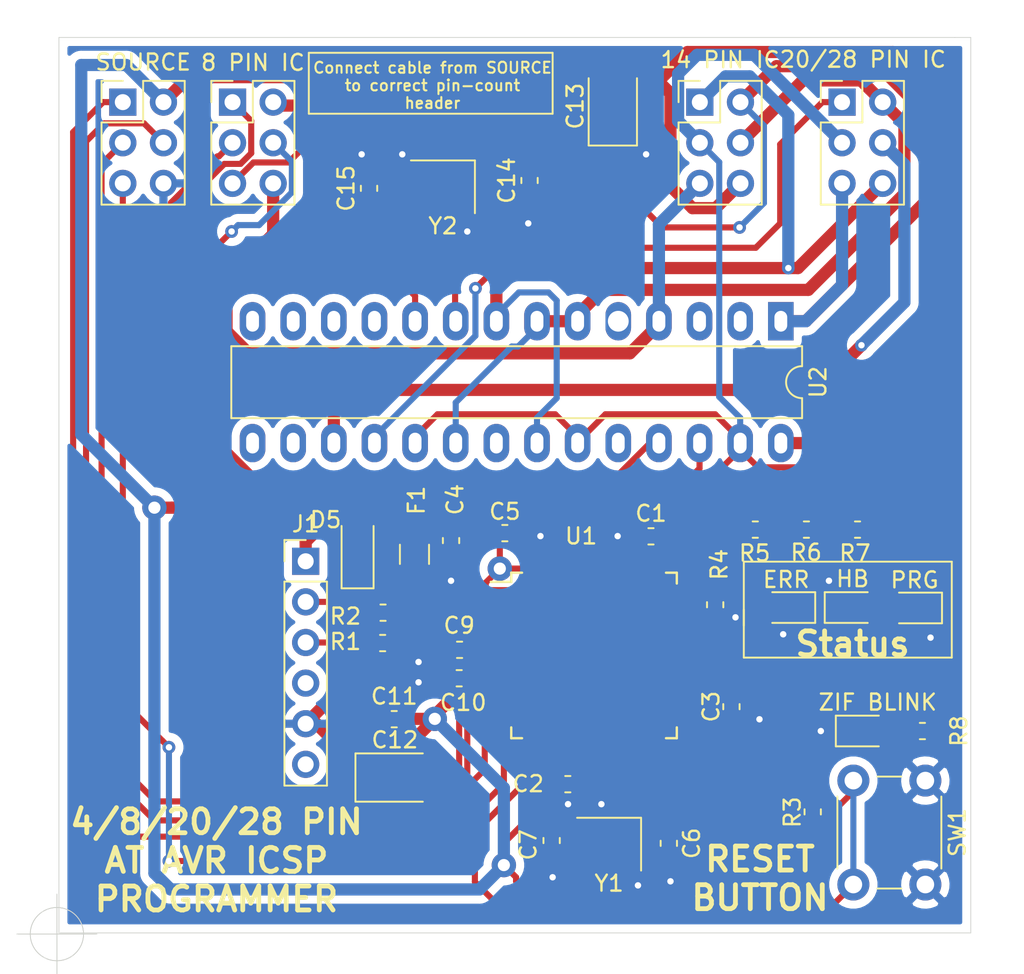
<source format=kicad_pcb>
(kicad_pcb (version 20171130) (host pcbnew 5.1.5+dfsg1-2build2)

  (general
    (thickness 1.6)
    (drawings 20)
    (tracks 464)
    (zones 0)
    (modules 38)
    (nets 68)
  )

  (page A4)
  (layers
    (0 F.Cu signal)
    (31 B.Cu signal)
    (32 B.Adhes user)
    (33 F.Adhes user)
    (34 B.Paste user)
    (35 F.Paste user)
    (36 B.SilkS user)
    (37 F.SilkS user)
    (38 B.Mask user)
    (39 F.Mask user)
    (40 Dwgs.User user)
    (41 Cmts.User user)
    (42 Eco1.User user)
    (43 Eco2.User user)
    (44 Edge.Cuts user)
    (45 Margin user)
    (46 B.CrtYd user)
    (47 F.CrtYd user)
    (48 B.Fab user)
    (49 F.Fab user)
  )

  (setup
    (last_trace_width 0.381)
    (user_trace_width 0.381)
    (user_trace_width 0.762)
    (trace_clearance 0.127)
    (zone_clearance 0.508)
    (zone_45_only no)
    (trace_min 0.381)
    (via_size 0.8)
    (via_drill 0.4)
    (via_min_size 0.4)
    (via_min_drill 0.3)
    (uvia_size 0.3)
    (uvia_drill 0.1)
    (uvias_allowed no)
    (uvia_min_size 0.2)
    (uvia_min_drill 0.1)
    (edge_width 0.05)
    (segment_width 0.2)
    (pcb_text_width 0.3)
    (pcb_text_size 1.5 1.5)
    (mod_edge_width 0.12)
    (mod_text_size 1 1)
    (mod_text_width 0.15)
    (pad_size 1.524 1.524)
    (pad_drill 0.762)
    (pad_to_mask_clearance 0.051)
    (solder_mask_min_width 0.25)
    (aux_axis_origin 0 0)
    (grid_origin 140 55)
    (visible_elements FFFFFF7F)
    (pcbplotparams
      (layerselection 0x010ff_ffffffff)
      (usegerberextensions false)
      (usegerberattributes false)
      (usegerberadvancedattributes false)
      (creategerberjobfile false)
      (excludeedgelayer true)
      (linewidth 0.100000)
      (plotframeref false)
      (viasonmask false)
      (mode 1)
      (useauxorigin false)
      (hpglpennumber 1)
      (hpglpenspeed 20)
      (hpglpendiameter 15.000000)
      (psnegative false)
      (psa4output false)
      (plotreference true)
      (plotvalue true)
      (plotinvisibletext false)
      (padsonsilk false)
      (subtractmaskfromsilk false)
      (outputformat 1)
      (mirror false)
      (drillshape 0)
      (scaleselection 1)
      (outputdirectory "gerbers/"))
  )

  (net 0 "")
  (net 1 GND)
  (net 2 /MI8)
  (net 3 "Net-(U1-Pad12)")
  (net 4 "Net-(U1-Pad21)")
  (net 5 /G8)
  (net 6 /V14)
  (net 7 /MO8)
  (net 8 /G14)
  (net 9 /MO14)
  (net 10 /SC14)
  (net 11 /G20)
  (net 12 /MO20)
  (net 13 /MI20)
  (net 14 /HB_LED)
  (net 15 /ERR_LED)
  (net 16 /PRG_LED)
  (net 17 "Net-(D1-Pad2)")
  (net 18 "Net-(D2-Pad2)")
  (net 19 "Net-(D3-Pad2)")
  (net 20 /S_MISO)
  (net 21 /S_SCK)
  (net 22 /S_MOSI)
  (net 23 /~S_RESET)
  (net 24 "Net-(D4-Pad2)")
  (net 25 +5V)
  (net 26 "Net-(C9-Pad1)")
  (net 27 VCC)
  (net 28 "Net-(U2-Pad21)")
  (net 29 "Net-(U2-Pad12)")
  (net 30 "Net-(J1-Pad4)")
  (net 31 "Net-(J1-Pad6)")
  (net 32 /R_D+)
  (net 33 /R_D-)
  (net 34 "Net-(C6-Pad1)")
  (net 35 "Net-(C7-Pad1)")
  (net 36 /XTAL1)
  (net 37 "Net-(R3-Pad2)")
  (net 38 "Net-(R4-Pad2)")
  (net 39 "Net-(U1-Pad41)")
  (net 40 "Net-(U1-Pad40)")
  (net 41 "Net-(U1-Pad39)")
  (net 42 "Net-(U1-Pad38)")
  (net 43 "Net-(U1-Pad37)")
  (net 44 "Net-(U1-Pad36)")
  (net 45 "Net-(U1-Pad32)")
  (net 46 "Net-(U1-Pad31)")
  (net 47 "Net-(U1-Pad27)")
  (net 48 "Net-(U1-Pad26)")
  (net 49 "Net-(U1-Pad25)")
  (net 50 "Net-(U1-Pad22)")
  (net 51 "Net-(U1-Pad20)")
  (net 52 "Net-(U1-Pad19)")
  (net 53 "Net-(U1-Pad18)")
  (net 54 "Net-(U1-Pad8)")
  (net 55 "Net-(U2-Pad15)")
  (net 56 "Net-(U2-Pad2)")
  (net 57 "Net-(U2-Pad16)")
  (net 58 "Net-(U2-Pad3)")
  (net 59 "Net-(U2-Pad5)")
  (net 60 "Net-(U2-Pad24)")
  (net 61 "Net-(U2-Pad11)")
  (net 62 "Net-(U2-Pad13)")
  (net 63 "Net-(U2-Pad14)")
  (net 64 /XTAL2)
  (net 65 /D+)
  (net 66 /D-)
  (net 67 "Net-(D5-Pad2)")

  (net_class Default "This is the default net class."
    (clearance 0.127)
    (trace_width 0.381)
    (via_dia 0.8)
    (via_drill 0.4)
    (uvia_dia 0.3)
    (uvia_drill 0.1)
    (diff_pair_width 0.381)
    (diff_pair_gap 0.25)
    (add_net /D+)
    (add_net /D-)
    (add_net /ERR_LED)
    (add_net /HB_LED)
    (add_net /MI20)
    (add_net /MI8)
    (add_net /MO14)
    (add_net /MO20)
    (add_net /MO8)
    (add_net /PRG_LED)
    (add_net /R_D+)
    (add_net /R_D-)
    (add_net /SC14)
    (add_net /S_MISO)
    (add_net /S_MOSI)
    (add_net /S_SCK)
    (add_net /XTAL1)
    (add_net /XTAL2)
    (add_net /~S_RESET)
    (add_net "Net-(C6-Pad1)")
    (add_net "Net-(C7-Pad1)")
    (add_net "Net-(C9-Pad1)")
    (add_net "Net-(D1-Pad2)")
    (add_net "Net-(D2-Pad2)")
    (add_net "Net-(D3-Pad2)")
    (add_net "Net-(D4-Pad2)")
    (add_net "Net-(D5-Pad2)")
    (add_net "Net-(J1-Pad4)")
    (add_net "Net-(J1-Pad6)")
    (add_net "Net-(R3-Pad2)")
    (add_net "Net-(R4-Pad2)")
    (add_net "Net-(U1-Pad12)")
    (add_net "Net-(U1-Pad18)")
    (add_net "Net-(U1-Pad19)")
    (add_net "Net-(U1-Pad20)")
    (add_net "Net-(U1-Pad21)")
    (add_net "Net-(U1-Pad22)")
    (add_net "Net-(U1-Pad25)")
    (add_net "Net-(U1-Pad26)")
    (add_net "Net-(U1-Pad27)")
    (add_net "Net-(U1-Pad31)")
    (add_net "Net-(U1-Pad32)")
    (add_net "Net-(U1-Pad36)")
    (add_net "Net-(U1-Pad37)")
    (add_net "Net-(U1-Pad38)")
    (add_net "Net-(U1-Pad39)")
    (add_net "Net-(U1-Pad40)")
    (add_net "Net-(U1-Pad41)")
    (add_net "Net-(U1-Pad8)")
    (add_net "Net-(U2-Pad11)")
    (add_net "Net-(U2-Pad12)")
    (add_net "Net-(U2-Pad13)")
    (add_net "Net-(U2-Pad14)")
    (add_net "Net-(U2-Pad15)")
    (add_net "Net-(U2-Pad16)")
    (add_net "Net-(U2-Pad2)")
    (add_net "Net-(U2-Pad21)")
    (add_net "Net-(U2-Pad24)")
    (add_net "Net-(U2-Pad3)")
    (add_net "Net-(U2-Pad5)")
  )

  (net_class POWER ""
    (clearance 0.127)
    (trace_width 0.762)
    (via_dia 0.8)
    (via_drill 0.4)
    (uvia_dia 0.3)
    (uvia_drill 0.1)
    (diff_pair_width 0.381)
    (diff_pair_gap 0.25)
    (add_net +5V)
    (add_net /G14)
    (add_net /G20)
    (add_net /G8)
    (add_net /V14)
    (add_net GND)
    (add_net VCC)
  )

  (module Crystal:Crystal_SMD_3225-4Pin_3.2x2.5mm (layer F.Cu) (tedit 5A0FD1B2) (tstamp 5F5CE6B8)
    (at 151.43 73.542 180)
    (descr "SMD Crystal SERIES SMD3225/4 http://www.txccrystal.com/images/pdf/7m-accuracy.pdf, 3.2x2.5mm^2 package")
    (tags "SMD SMT crystal")
    (path /5F5FCFC7)
    (attr smd)
    (fp_text reference Y2 (at 0 -2.45) (layer F.SilkS)
      (effects (font (size 1 1) (thickness 0.15)))
    )
    (fp_text value 16MHz (at 0 2.45) (layer F.Fab)
      (effects (font (size 1 1) (thickness 0.15)))
    )
    (fp_line (start 2.1 -1.7) (end -2.1 -1.7) (layer F.CrtYd) (width 0.05))
    (fp_line (start 2.1 1.7) (end 2.1 -1.7) (layer F.CrtYd) (width 0.05))
    (fp_line (start -2.1 1.7) (end 2.1 1.7) (layer F.CrtYd) (width 0.05))
    (fp_line (start -2.1 -1.7) (end -2.1 1.7) (layer F.CrtYd) (width 0.05))
    (fp_line (start -2 1.65) (end 2 1.65) (layer F.SilkS) (width 0.12))
    (fp_line (start -2 -1.65) (end -2 1.65) (layer F.SilkS) (width 0.12))
    (fp_line (start -1.6 0.25) (end -0.6 1.25) (layer F.Fab) (width 0.1))
    (fp_line (start 1.6 -1.25) (end -1.6 -1.25) (layer F.Fab) (width 0.1))
    (fp_line (start 1.6 1.25) (end 1.6 -1.25) (layer F.Fab) (width 0.1))
    (fp_line (start -1.6 1.25) (end 1.6 1.25) (layer F.Fab) (width 0.1))
    (fp_line (start -1.6 -1.25) (end -1.6 1.25) (layer F.Fab) (width 0.1))
    (fp_text user %R (at 0 0 270) (layer F.Fab)
      (effects (font (size 0.7 0.7) (thickness 0.105)))
    )
    (pad 4 smd rect (at -1.1 -0.85 180) (size 1.4 1.2) (layers F.Cu F.Paste F.Mask)
      (net 1 GND))
    (pad 3 smd rect (at 1.1 -0.85 180) (size 1.4 1.2) (layers F.Cu F.Paste F.Mask)
      (net 64 /XTAL2))
    (pad 2 smd rect (at 1.1 0.85 180) (size 1.4 1.2) (layers F.Cu F.Paste F.Mask)
      (net 1 GND))
    (pad 1 smd rect (at -1.1 0.85 180) (size 1.4 1.2) (layers F.Cu F.Paste F.Mask)
      (net 36 /XTAL1))
    (model ${KISYS3DMOD}/Crystal.3dshapes/Crystal_SMD_3225-4Pin_3.2x2.5mm.wrl
      (at (xyz 0 0 0))
      (scale (xyz 1 1 1))
      (rotate (xyz 0 0 0))
    )
  )

  (module Diode_SMD:D_SOD-123 (layer F.Cu) (tedit 58645DC7) (tstamp 5F5C6D2A)
    (at 146.096 96.402 90)
    (descr SOD-123)
    (tags SOD-123)
    (path /5F5CCEB7)
    (attr smd)
    (fp_text reference D5 (at 2.032 -2 180) (layer F.SilkS)
      (effects (font (size 1 1) (thickness 0.15)))
    )
    (fp_text value Schottky (at 0 2.1 90) (layer F.Fab) hide
      (effects (font (size 1 1) (thickness 0.15)))
    )
    (fp_line (start -2.25 -1) (end 1.65 -1) (layer F.SilkS) (width 0.12))
    (fp_line (start -2.25 1) (end 1.65 1) (layer F.SilkS) (width 0.12))
    (fp_line (start -2.35 -1.15) (end -2.35 1.15) (layer F.CrtYd) (width 0.05))
    (fp_line (start 2.35 1.15) (end -2.35 1.15) (layer F.CrtYd) (width 0.05))
    (fp_line (start 2.35 -1.15) (end 2.35 1.15) (layer F.CrtYd) (width 0.05))
    (fp_line (start -2.35 -1.15) (end 2.35 -1.15) (layer F.CrtYd) (width 0.05))
    (fp_line (start -1.4 -0.9) (end 1.4 -0.9) (layer F.Fab) (width 0.1))
    (fp_line (start 1.4 -0.9) (end 1.4 0.9) (layer F.Fab) (width 0.1))
    (fp_line (start 1.4 0.9) (end -1.4 0.9) (layer F.Fab) (width 0.1))
    (fp_line (start -1.4 0.9) (end -1.4 -0.9) (layer F.Fab) (width 0.1))
    (fp_line (start -0.75 0) (end -0.35 0) (layer F.Fab) (width 0.1))
    (fp_line (start -0.35 0) (end -0.35 -0.55) (layer F.Fab) (width 0.1))
    (fp_line (start -0.35 0) (end -0.35 0.55) (layer F.Fab) (width 0.1))
    (fp_line (start -0.35 0) (end 0.25 -0.4) (layer F.Fab) (width 0.1))
    (fp_line (start 0.25 -0.4) (end 0.25 0.4) (layer F.Fab) (width 0.1))
    (fp_line (start 0.25 0.4) (end -0.35 0) (layer F.Fab) (width 0.1))
    (fp_line (start 0.25 0) (end 0.75 0) (layer F.Fab) (width 0.1))
    (fp_line (start -2.25 -1) (end -2.25 1) (layer F.SilkS) (width 0.12))
    (fp_text user %R (at 0 -2 90) (layer F.Fab)
      (effects (font (size 1 1) (thickness 0.15)))
    )
    (pad 2 smd rect (at 1.65 0 90) (size 0.9 1.2) (layers F.Cu F.Paste F.Mask)
      (net 67 "Net-(D5-Pad2)"))
    (pad 1 smd rect (at -1.65 0 90) (size 0.9 1.2) (layers F.Cu F.Paste F.Mask)
      (net 27 VCC))
    (model ${KISYS3DMOD}/Diode_SMD.3dshapes/D_SOD-123.wrl
      (at (xyz 0 0 0))
      (scale (xyz 1 1 1))
      (rotate (xyz 0 0 0))
    )
  )

  (module multi-avr:ZIF-28 (layer F.Cu) (tedit 5F55AFAB) (tstamp 5F5C695E)
    (at 172.569 81.974 270)
    (descr "28-lead though-hole mounted DIP package, row spacing 7.62 mm (300 mils), LongPads")
    (tags "THT DIP DIL PDIP 2.54mm 7.62mm 300mil LongPads")
    (path /5F56F77C)
    (fp_text reference U2 (at 3.7846 -2.31222 90) (layer F.SilkS)
      (effects (font (size 1 1) (thickness 0.15)))
    )
    (fp_text value ZIF (at 3.7846 35.36778 90) (layer F.Fab)
      (effects (font (size 1 1) (thickness 0.15)))
    )
    (fp_arc (start 3.7846 -1.31222) (end 2.7846 -1.31222) (angle -180) (layer F.SilkS) (width 0.12))
    (fp_line (start 1.6096 -1.25222) (end 6.9596 -1.25222) (layer F.Fab) (width 0.1))
    (fp_line (start 6.9596 -1.25222) (end 6.9596 34.30778) (layer F.Fab) (width 0.1))
    (fp_line (start 6.9596 34.30778) (end 0.6096 34.30778) (layer F.Fab) (width 0.1))
    (fp_line (start 0.6096 34.30778) (end 0.6096 -0.25222) (layer F.Fab) (width 0.1))
    (fp_line (start 0.6096 -0.25222) (end 1.6096 -1.25222) (layer F.Fab) (width 0.1))
    (fp_line (start 2.7846 -1.31222) (end 1.5346 -1.31222) (layer F.SilkS) (width 0.12))
    (fp_line (start 1.5346 -1.31222) (end 1.5346 34.36778) (layer F.SilkS) (width 0.12))
    (fp_line (start 1.5346 34.36778) (end 6.0346 34.36778) (layer F.SilkS) (width 0.12))
    (fp_line (start 6.0346 34.36778) (end 6.0346 -1.31222) (layer F.SilkS) (width 0.12))
    (fp_line (start 6.0346 -1.31222) (end 4.7846 -1.31222) (layer F.SilkS) (width 0.12))
    (fp_line (start -3.39852 -8.9408) (end -3.39852 43.02252) (layer F.CrtYd) (width 0.05))
    (fp_line (start -3.39852 43.02304) (end 11.60526 43.02304) (layer F.CrtYd) (width 0.05))
    (fp_line (start 11.60526 43.02252) (end 11.60526 -8.94588) (layer F.CrtYd) (width 0.05))
    (fp_line (start -3.39852 -8.94588) (end 11.60526 -8.94588) (layer F.CrtYd) (width 0.05))
    (fp_text user %R (at 3.7846 16.52778 90) (layer F.Fab)
      (effects (font (size 1 1) (thickness 0.15)))
    )
    (pad 1 thru_hole rect (at -0.0254 0.01778 270) (size 2.4 1.6) (drill oval 1.3 0.8) (layers *.Cu *.Mask)
      (net 6 /V14))
    (pad 15 thru_hole oval (at 7.5946 33.03778 270) (size 2.4 1.6) (drill oval 1.3 0.8) (layers *.Cu *.Mask)
      (net 55 "Net-(U2-Pad15)"))
    (pad 2 thru_hole oval (at -0.0254 2.55778 270) (size 2.4 1.6) (drill oval 1.3 0.8) (layers *.Cu *.Mask)
      (net 56 "Net-(U2-Pad2)"))
    (pad 16 thru_hole oval (at 7.5946 30.49778 270) (size 2.4 1.6) (drill oval 1.3 0.8) (layers *.Cu *.Mask)
      (net 57 "Net-(U2-Pad16)"))
    (pad 3 thru_hole oval (at -0.0254 5.09778 270) (size 2.4 1.6) (drill oval 1.3 0.8) (layers *.Cu *.Mask)
      (net 58 "Net-(U2-Pad3)"))
    (pad 17 thru_hole oval (at 7.5946 27.95778 270) (size 2.4 1.6) (drill oval 1.3 0.8) (layers *.Cu *.Mask)
      (net 12 /MO20))
    (pad 4 thru_hole oval (at -0.0254 7.63778 270) (size 2.4 1.6) (drill oval 1.3 0.8) (layers *.Cu *.Mask)
      (net 5 /G8))
    (pad 18 thru_hole oval (at 7.5946 25.41778 270) (size 2.4 1.6) (drill oval 1.3 0.8) (layers *.Cu *.Mask)
      (net 13 /MI20))
    (pad 5 thru_hole oval (at -0.0254 10.17778 270) (size 2.4 1.6) (drill 1.3) (layers *.Cu *.Mask)
      (net 59 "Net-(U2-Pad5)"))
    (pad 19 thru_hole oval (at 7.5946 22.87778 270) (size 2.4 1.6) (drill oval 1.3 0.8) (layers *.Cu *.Mask)
      (net 10 /SC14))
    (pad 6 thru_hole oval (at -0.0254 12.71778 270) (size 2.4 1.6) (drill oval 1.3 0.8) (layers *.Cu *.Mask)
      (net 9 /MO14))
    (pad 20 thru_hole oval (at 7.5946 20.33778 270) (size 2.4 1.6) (drill oval 1.3 0.8) (layers *.Cu *.Mask)
      (net 9 /MO14))
    (pad 7 thru_hole oval (at -0.0254 15.25778 270) (size 2.4 1.6) (drill oval 1.3 0.8) (layers *.Cu *.Mask)
      (net 9 /MO14))
    (pad 21 thru_hole oval (at 7.5946 17.79778 270) (size 2.4 1.6) (drill oval 1.3 0.8) (layers *.Cu *.Mask)
      (net 28 "Net-(U2-Pad21)"))
    (pad 8 thru_hole oval (at -0.0254 17.79778 270) (size 2.4 1.6) (drill oval 1.3 0.8) (layers *.Cu *.Mask)
      (net 11 /G20))
    (pad 22 thru_hole oval (at 7.5946 15.25778 270) (size 2.4 1.6) (drill oval 1.3 0.8) (layers *.Cu *.Mask)
      (net 11 /G20))
    (pad 9 thru_hole oval (at -0.0254 20.33778 270) (size 2.4 1.6) (drill oval 1.3 0.8) (layers *.Cu *.Mask)
      (net 36 /XTAL1))
    (pad 23 thru_hole oval (at 7.5946 12.71778 270) (size 2.4 1.6) (drill oval 1.3 0.8) (layers *.Cu *.Mask)
      (net 10 /SC14))
    (pad 10 thru_hole oval (at -0.0254 22.87778 270) (size 2.4 1.6) (drill oval 1.3 0.8) (layers *.Cu *.Mask)
      (net 64 /XTAL2))
    (pad 24 thru_hole oval (at 7.5946 10.17778 270) (size 2.4 1.6) (drill oval 1.3 0.8) (layers *.Cu *.Mask)
      (net 60 "Net-(U2-Pad24)"))
    (pad 11 thru_hole oval (at -0.0254 25.41778 270) (size 2.4 1.6) (drill oval 1.3 0.8) (layers *.Cu *.Mask)
      (net 61 "Net-(U2-Pad11)"))
    (pad 25 thru_hole oval (at 7.5946 7.63778 270) (size 2.4 1.6) (drill oval 1.3 0.8) (layers *.Cu *.Mask)
      (net 7 /MO8))
    (pad 12 thru_hole oval (at -0.0254 27.95778 270) (size 2.4 1.6) (drill oval 1.3 0.8) (layers *.Cu *.Mask)
      (net 29 "Net-(U2-Pad12)"))
    (pad 26 thru_hole oval (at 7.5946 5.09778 270) (size 2.4 1.6) (drill oval 1.3 0.8) (layers *.Cu *.Mask)
      (net 2 /MI8))
    (pad 13 thru_hole oval (at -0.0254 30.49778 270) (size 2.4 1.6) (drill oval 1.3 0.8) (layers *.Cu *.Mask)
      (net 62 "Net-(U2-Pad13)"))
    (pad 27 thru_hole oval (at 7.5946 2.55778 270) (size 2.4 1.6) (drill oval 1.3 0.8) (layers *.Cu *.Mask)
      (net 10 /SC14))
    (pad 14 thru_hole oval (at -0.0254 33.03778 270) (size 2.4 1.6) (drill oval 1.3 0.8) (layers *.Cu *.Mask)
      (net 63 "Net-(U2-Pad14)"))
    (pad 28 thru_hole oval (at 7.5946 0.01778 270) (size 2.4 1.6) (drill oval 1.3 0.8) (layers *.Cu *.Mask)
      (net 8 /G14))
    (model ${KISYS3DMOD}/Package_DIP.3dshapes/DIP-28_W7.62mm.wrl
      (at (xyz 0 0 0))
      (scale (xyz 1 1 1))
      (rotate (xyz 0 0 0))
    )
    (model "${KIPRJMOD}/lib/ZIF Socket 28pos. 15.24mm 3M 228-1277-00-0602J.stp"
      (offset (xyz 0 0 -0.254))
      (scale (xyz 0.5 1 1))
      (rotate (xyz 0 0 0))
    )
  )

  (module Connector_PinHeader_2.54mm:PinHeader_2x03_P2.54mm_Vertical (layer F.Cu) (tedit 59FED5CC) (tstamp 5F571A8D)
    (at 176.379 68.246)
    (descr "Through hole straight pin header, 2x03, 2.54mm pitch, double rows")
    (tags "Through hole pin header THT 2x03 2.54mm double row")
    (path /5F570FBE)
    (fp_text reference CONN2 (at 1.27 -2.33) (layer F.SilkS) hide
      (effects (font (size 1 1) (thickness 0.15)))
    )
    (fp_text value "20/28 PIN IC" (at 1.296 -2.671) (layer F.SilkS)
      (effects (font (size 1 1) (thickness 0.15)))
    )
    (fp_text user %R (at 1.27 2.54 90) (layer F.Fab) hide
      (effects (font (size 1 1) (thickness 0.15)))
    )
    (fp_line (start 4.35 -1.8) (end -1.8 -1.8) (layer F.CrtYd) (width 0.05))
    (fp_line (start 4.35 6.85) (end 4.35 -1.8) (layer F.CrtYd) (width 0.05))
    (fp_line (start -1.8 6.85) (end 4.35 6.85) (layer F.CrtYd) (width 0.05))
    (fp_line (start -1.8 -1.8) (end -1.8 6.85) (layer F.CrtYd) (width 0.05))
    (fp_line (start -1.33 -1.33) (end 0 -1.33) (layer F.SilkS) (width 0.12))
    (fp_line (start -1.33 0) (end -1.33 -1.33) (layer F.SilkS) (width 0.12))
    (fp_line (start 1.27 -1.33) (end 3.87 -1.33) (layer F.SilkS) (width 0.12))
    (fp_line (start 1.27 1.27) (end 1.27 -1.33) (layer F.SilkS) (width 0.12))
    (fp_line (start -1.33 1.27) (end 1.27 1.27) (layer F.SilkS) (width 0.12))
    (fp_line (start 3.87 -1.33) (end 3.87 6.41) (layer F.SilkS) (width 0.12))
    (fp_line (start -1.33 1.27) (end -1.33 6.41) (layer F.SilkS) (width 0.12))
    (fp_line (start -1.33 6.41) (end 3.87 6.41) (layer F.SilkS) (width 0.12))
    (fp_line (start -1.27 0) (end 0 -1.27) (layer F.Fab) (width 0.1))
    (fp_line (start -1.27 6.35) (end -1.27 0) (layer F.Fab) (width 0.1))
    (fp_line (start 3.81 6.35) (end -1.27 6.35) (layer F.Fab) (width 0.1))
    (fp_line (start 3.81 -1.27) (end 3.81 6.35) (layer F.Fab) (width 0.1))
    (fp_line (start 0 -1.27) (end 3.81 -1.27) (layer F.Fab) (width 0.1))
    (pad 6 thru_hole oval (at 2.54 5.08) (size 1.7 1.7) (drill 1) (layers *.Cu *.Mask)
      (net 11 /G20))
    (pad 5 thru_hole oval (at 0 5.08) (size 1.7 1.7) (drill 1) (layers *.Cu *.Mask)
      (net 6 /V14))
    (pad 4 thru_hole oval (at 2.54 2.54) (size 1.7 1.7) (drill 1) (layers *.Cu *.Mask)
      (net 12 /MO20))
    (pad 3 thru_hole oval (at 0 2.54) (size 1.7 1.7) (drill 1) (layers *.Cu *.Mask)
      (net 10 /SC14))
    (pad 2 thru_hole oval (at 2.54 0) (size 1.7 1.7) (drill 1) (layers *.Cu *.Mask)
      (net 9 /MO14))
    (pad 1 thru_hole rect (at 0 0) (size 1.7 1.7) (drill 1) (layers *.Cu *.Mask)
      (net 13 /MI20))
    (model ${KISYS3DMOD}/Connector_PinHeader_2.54mm.3dshapes/PinHeader_2x03_P2.54mm_Vertical.wrl
      (at (xyz 0 0 0))
      (scale (xyz 1 1 1))
      (rotate (xyz 0 0 0))
    )
  )

  (module Capacitor_Tantalum_SMD:CP_EIA-3528-15_AVX-H (layer F.Cu) (tedit 5B342532) (tstamp 5F59EB22)
    (at 162.05 68.5 90)
    (descr "Tantalum Capacitor SMD AVX-H (3528-15 Metric), IPC_7351 nominal, (Body size from: http://www.kemet.com/Lists/ProductCatalog/Attachments/253/KEM_TC101_STD.pdf), generated with kicad-footprint-generator")
    (tags "capacitor tantalum")
    (path /5FA8AEC3)
    (attr smd)
    (fp_text reference C13 (at 0 -2.35 90) (layer F.SilkS)
      (effects (font (size 1 1) (thickness 0.15)))
    )
    (fp_text value 100uF (at 0 2.35 90) (layer F.Fab)
      (effects (font (size 1 1) (thickness 0.15)))
    )
    (fp_text user %R (at 0 0 90) (layer F.Fab)
      (effects (font (size 0.88 0.88) (thickness 0.13)))
    )
    (fp_line (start 2.45 1.65) (end -2.45 1.65) (layer F.CrtYd) (width 0.05))
    (fp_line (start 2.45 -1.65) (end 2.45 1.65) (layer F.CrtYd) (width 0.05))
    (fp_line (start -2.45 -1.65) (end 2.45 -1.65) (layer F.CrtYd) (width 0.05))
    (fp_line (start -2.45 1.65) (end -2.45 -1.65) (layer F.CrtYd) (width 0.05))
    (fp_line (start -2.46 1.51) (end 1.75 1.51) (layer F.SilkS) (width 0.12))
    (fp_line (start -2.46 -1.51) (end -2.46 1.51) (layer F.SilkS) (width 0.12))
    (fp_line (start 1.75 -1.51) (end -2.46 -1.51) (layer F.SilkS) (width 0.12))
    (fp_line (start 1.75 1.4) (end 1.75 -1.4) (layer F.Fab) (width 0.1))
    (fp_line (start -1.75 1.4) (end 1.75 1.4) (layer F.Fab) (width 0.1))
    (fp_line (start -1.75 -0.7) (end -1.75 1.4) (layer F.Fab) (width 0.1))
    (fp_line (start -1.05 -1.4) (end -1.75 -0.7) (layer F.Fab) (width 0.1))
    (fp_line (start 1.75 -1.4) (end -1.05 -1.4) (layer F.Fab) (width 0.1))
    (pad 2 smd roundrect (at 1.5375 0 90) (size 1.325 2.35) (layers F.Cu F.Paste F.Mask) (roundrect_rratio 0.188679)
      (net 25 +5V))
    (pad 1 smd roundrect (at -1.5375 0 90) (size 1.325 2.35) (layers F.Cu F.Paste F.Mask) (roundrect_rratio 0.188679)
      (net 1 GND))
    (model ${KISYS3DMOD}/Capacitor_Tantalum_SMD.3dshapes/CP_EIA-3528-15_AVX-H.wrl
      (at (xyz 0 0 0))
      (scale (xyz 1 1 1))
      (rotate (xyz 0 0 0))
    )
  )

  (module Capacitor_Tantalum_SMD:CP_EIA-3528-15_AVX-H (layer F.Cu) (tedit 5B342532) (tstamp 5F59DC0E)
    (at 148.422 110.486)
    (descr "Tantalum Capacitor SMD AVX-H (3528-15 Metric), IPC_7351 nominal, (Body size from: http://www.kemet.com/Lists/ProductCatalog/Attachments/253/KEM_TC101_STD.pdf), generated with kicad-footprint-generator")
    (tags "capacitor tantalum")
    (path /5F8F0D73)
    (attr smd)
    (fp_text reference C12 (at 0 -2.35) (layer F.SilkS)
      (effects (font (size 1 1) (thickness 0.15)))
    )
    (fp_text value 100uF (at 0 2.35) (layer F.Fab)
      (effects (font (size 1 1) (thickness 0.15)))
    )
    (fp_text user %R (at 0 0) (layer F.Fab)
      (effects (font (size 0.88 0.88) (thickness 0.13)))
    )
    (fp_line (start 2.45 1.65) (end -2.45 1.65) (layer F.CrtYd) (width 0.05))
    (fp_line (start 2.45 -1.65) (end 2.45 1.65) (layer F.CrtYd) (width 0.05))
    (fp_line (start -2.45 -1.65) (end 2.45 -1.65) (layer F.CrtYd) (width 0.05))
    (fp_line (start -2.45 1.65) (end -2.45 -1.65) (layer F.CrtYd) (width 0.05))
    (fp_line (start -2.46 1.51) (end 1.75 1.51) (layer F.SilkS) (width 0.12))
    (fp_line (start -2.46 -1.51) (end -2.46 1.51) (layer F.SilkS) (width 0.12))
    (fp_line (start 1.75 -1.51) (end -2.46 -1.51) (layer F.SilkS) (width 0.12))
    (fp_line (start 1.75 1.4) (end 1.75 -1.4) (layer F.Fab) (width 0.1))
    (fp_line (start -1.75 1.4) (end 1.75 1.4) (layer F.Fab) (width 0.1))
    (fp_line (start -1.75 -0.7) (end -1.75 1.4) (layer F.Fab) (width 0.1))
    (fp_line (start -1.05 -1.4) (end -1.75 -0.7) (layer F.Fab) (width 0.1))
    (fp_line (start 1.75 -1.4) (end -1.05 -1.4) (layer F.Fab) (width 0.1))
    (pad 2 smd roundrect (at 1.5375 0) (size 1.325 2.35) (layers F.Cu F.Paste F.Mask) (roundrect_rratio 0.188679)
      (net 25 +5V))
    (pad 1 smd roundrect (at -1.5375 0) (size 1.325 2.35) (layers F.Cu F.Paste F.Mask) (roundrect_rratio 0.188679)
      (net 1 GND))
    (model ${KISYS3DMOD}/Capacitor_Tantalum_SMD.3dshapes/CP_EIA-3528-15_AVX-H.wrl
      (at (xyz 0 0 0))
      (scale (xyz 1 1 1))
      (rotate (xyz 0 0 0))
    )
  )

  (module Resistor_SMD:R_0603_1608Metric (layer F.Cu) (tedit 5B301BBD) (tstamp 5F5BEC42)
    (at 181.402 107.578)
    (descr "Resistor SMD 0603 (1608 Metric), square (rectangular) end terminal, IPC_7351 nominal, (Body size source: http://www.tortai-tech.com/upload/download/2011102023233369053.pdf), generated with kicad-footprint-generator")
    (tags resistor)
    (path /5F65FCF8)
    (attr smd)
    (fp_text reference R8 (at 2.286 0 270) (layer F.SilkS)
      (effects (font (size 1 1) (thickness 0.15)))
    )
    (fp_text value 1K (at 0.254 1.524) (layer F.Fab)
      (effects (font (size 1 1) (thickness 0.15)))
    )
    (fp_text user %R (at 0 0) (layer F.Fab)
      (effects (font (size 0.4 0.4) (thickness 0.06)))
    )
    (fp_line (start 1.48 0.73) (end -1.48 0.73) (layer F.CrtYd) (width 0.05))
    (fp_line (start 1.48 -0.73) (end 1.48 0.73) (layer F.CrtYd) (width 0.05))
    (fp_line (start -1.48 -0.73) (end 1.48 -0.73) (layer F.CrtYd) (width 0.05))
    (fp_line (start -1.48 0.73) (end -1.48 -0.73) (layer F.CrtYd) (width 0.05))
    (fp_line (start -0.162779 0.51) (end 0.162779 0.51) (layer F.SilkS) (width 0.12))
    (fp_line (start -0.162779 -0.51) (end 0.162779 -0.51) (layer F.SilkS) (width 0.12))
    (fp_line (start 0.8 0.4) (end -0.8 0.4) (layer F.Fab) (width 0.1))
    (fp_line (start 0.8 -0.4) (end 0.8 0.4) (layer F.Fab) (width 0.1))
    (fp_line (start -0.8 -0.4) (end 0.8 -0.4) (layer F.Fab) (width 0.1))
    (fp_line (start -0.8 0.4) (end -0.8 -0.4) (layer F.Fab) (width 0.1))
    (pad 2 smd roundrect (at 0.7875 0) (size 0.875 0.95) (layers F.Cu F.Paste F.Mask) (roundrect_rratio 0.25)
      (net 10 /SC14))
    (pad 1 smd roundrect (at -0.7875 0) (size 0.875 0.95) (layers F.Cu F.Paste F.Mask) (roundrect_rratio 0.25)
      (net 24 "Net-(D4-Pad2)"))
    (model ${KISYS3DMOD}/Resistor_SMD.3dshapes/R_0603_1608Metric.wrl
      (at (xyz 0 0 0))
      (scale (xyz 1 1 1))
      (rotate (xyz 0 0 0))
    )
  )

  (module Resistor_SMD:R_0603_1608Metric (layer F.Cu) (tedit 5B301BBD) (tstamp 5F58ECBD)
    (at 177.347166 94.979)
    (descr "Resistor SMD 0603 (1608 Metric), square (rectangular) end terminal, IPC_7351 nominal, (Body size source: http://www.tortai-tech.com/upload/download/2011102023233369053.pdf), generated with kicad-footprint-generator")
    (tags resistor)
    (path /5F5B339E)
    (attr smd)
    (fp_text reference R7 (at -0.1625 1.475) (layer F.SilkS)
      (effects (font (size 1 1) (thickness 0.15)))
    )
    (fp_text value 1K (at -0.2125 -1.425) (layer F.Fab)
      (effects (font (size 1 1) (thickness 0.15)))
    )
    (fp_text user %R (at 0 0) (layer F.Fab)
      (effects (font (size 0.4 0.4) (thickness 0.06)))
    )
    (fp_line (start 1.48 0.73) (end -1.48 0.73) (layer F.CrtYd) (width 0.05))
    (fp_line (start 1.48 -0.73) (end 1.48 0.73) (layer F.CrtYd) (width 0.05))
    (fp_line (start -1.48 -0.73) (end 1.48 -0.73) (layer F.CrtYd) (width 0.05))
    (fp_line (start -1.48 0.73) (end -1.48 -0.73) (layer F.CrtYd) (width 0.05))
    (fp_line (start -0.162779 0.51) (end 0.162779 0.51) (layer F.SilkS) (width 0.12))
    (fp_line (start -0.162779 -0.51) (end 0.162779 -0.51) (layer F.SilkS) (width 0.12))
    (fp_line (start 0.8 0.4) (end -0.8 0.4) (layer F.Fab) (width 0.1))
    (fp_line (start 0.8 -0.4) (end 0.8 0.4) (layer F.Fab) (width 0.1))
    (fp_line (start -0.8 -0.4) (end 0.8 -0.4) (layer F.Fab) (width 0.1))
    (fp_line (start -0.8 0.4) (end -0.8 -0.4) (layer F.Fab) (width 0.1))
    (pad 2 smd roundrect (at 0.7875 0) (size 0.875 0.95) (layers F.Cu F.Paste F.Mask) (roundrect_rratio 0.25)
      (net 15 /ERR_LED))
    (pad 1 smd roundrect (at -0.7875 0) (size 0.875 0.95) (layers F.Cu F.Paste F.Mask) (roundrect_rratio 0.25)
      (net 19 "Net-(D3-Pad2)"))
    (model ${KISYS3DMOD}/Resistor_SMD.3dshapes/R_0603_1608Metric.wrl
      (at (xyz 0 0 0))
      (scale (xyz 1 1 1))
      (rotate (xyz 0 0 0))
    )
  )

  (module Resistor_SMD:R_0603_1608Metric (layer F.Cu) (tedit 5B301BBD) (tstamp 5F5BEF94)
    (at 174.151333 94.979 180)
    (descr "Resistor SMD 0603 (1608 Metric), square (rectangular) end terminal, IPC_7351 nominal, (Body size source: http://www.tortai-tech.com/upload/download/2011102023233369053.pdf), generated with kicad-footprint-generator")
    (tags resistor)
    (path /5F834472)
    (attr smd)
    (fp_text reference R6 (at 0.0125 -1.425) (layer F.SilkS)
      (effects (font (size 1 1) (thickness 0.15)))
    )
    (fp_text value 1K (at 0.0875 1.425) (layer F.Fab)
      (effects (font (size 1 1) (thickness 0.15)))
    )
    (fp_text user %R (at 0 0) (layer F.Fab)
      (effects (font (size 0.4 0.4) (thickness 0.06)))
    )
    (fp_line (start 1.48 0.73) (end -1.48 0.73) (layer F.CrtYd) (width 0.05))
    (fp_line (start 1.48 -0.73) (end 1.48 0.73) (layer F.CrtYd) (width 0.05))
    (fp_line (start -1.48 -0.73) (end 1.48 -0.73) (layer F.CrtYd) (width 0.05))
    (fp_line (start -1.48 0.73) (end -1.48 -0.73) (layer F.CrtYd) (width 0.05))
    (fp_line (start -0.162779 0.51) (end 0.162779 0.51) (layer F.SilkS) (width 0.12))
    (fp_line (start -0.162779 -0.51) (end 0.162779 -0.51) (layer F.SilkS) (width 0.12))
    (fp_line (start 0.8 0.4) (end -0.8 0.4) (layer F.Fab) (width 0.1))
    (fp_line (start 0.8 -0.4) (end 0.8 0.4) (layer F.Fab) (width 0.1))
    (fp_line (start -0.8 -0.4) (end 0.8 -0.4) (layer F.Fab) (width 0.1))
    (fp_line (start -0.8 0.4) (end -0.8 -0.4) (layer F.Fab) (width 0.1))
    (pad 2 smd roundrect (at 0.7875 0 180) (size 0.875 0.95) (layers F.Cu F.Paste F.Mask) (roundrect_rratio 0.25)
      (net 14 /HB_LED))
    (pad 1 smd roundrect (at -0.7875 0 180) (size 0.875 0.95) (layers F.Cu F.Paste F.Mask) (roundrect_rratio 0.25)
      (net 18 "Net-(D2-Pad2)"))
    (model ${KISYS3DMOD}/Resistor_SMD.3dshapes/R_0603_1608Metric.wrl
      (at (xyz 0 0 0))
      (scale (xyz 1 1 1))
      (rotate (xyz 0 0 0))
    )
  )

  (module Resistor_SMD:R_0603_1608Metric (layer F.Cu) (tedit 5B301BBD) (tstamp 5F59DA14)
    (at 170.9555 94.979 180)
    (descr "Resistor SMD 0603 (1608 Metric), square (rectangular) end terminal, IPC_7351 nominal, (Body size source: http://www.tortai-tech.com/upload/download/2011102023233369053.pdf), generated with kicad-footprint-generator")
    (tags resistor)
    (path /5F5B2FB2)
    (attr smd)
    (fp_text reference R5 (at 0.0375 -1.475) (layer F.SilkS)
      (effects (font (size 1 1) (thickness 0.15)))
    )
    (fp_text value 1K (at 0 1.43) (layer F.Fab)
      (effects (font (size 1 1) (thickness 0.15)))
    )
    (fp_text user %R (at 0 0) (layer F.Fab)
      (effects (font (size 0.4 0.4) (thickness 0.06)))
    )
    (fp_line (start 1.48 0.73) (end -1.48 0.73) (layer F.CrtYd) (width 0.05))
    (fp_line (start 1.48 -0.73) (end 1.48 0.73) (layer F.CrtYd) (width 0.05))
    (fp_line (start -1.48 -0.73) (end 1.48 -0.73) (layer F.CrtYd) (width 0.05))
    (fp_line (start -1.48 0.73) (end -1.48 -0.73) (layer F.CrtYd) (width 0.05))
    (fp_line (start -0.162779 0.51) (end 0.162779 0.51) (layer F.SilkS) (width 0.12))
    (fp_line (start -0.162779 -0.51) (end 0.162779 -0.51) (layer F.SilkS) (width 0.12))
    (fp_line (start 0.8 0.4) (end -0.8 0.4) (layer F.Fab) (width 0.1))
    (fp_line (start 0.8 -0.4) (end 0.8 0.4) (layer F.Fab) (width 0.1))
    (fp_line (start -0.8 -0.4) (end 0.8 -0.4) (layer F.Fab) (width 0.1))
    (fp_line (start -0.8 0.4) (end -0.8 -0.4) (layer F.Fab) (width 0.1))
    (pad 2 smd roundrect (at 0.7875 0 180) (size 0.875 0.95) (layers F.Cu F.Paste F.Mask) (roundrect_rratio 0.25)
      (net 16 /PRG_LED))
    (pad 1 smd roundrect (at -0.7875 0 180) (size 0.875 0.95) (layers F.Cu F.Paste F.Mask) (roundrect_rratio 0.25)
      (net 17 "Net-(D1-Pad2)"))
    (model ${KISYS3DMOD}/Resistor_SMD.3dshapes/R_0603_1608Metric.wrl
      (at (xyz 0 0 0))
      (scale (xyz 1 1 1))
      (rotate (xyz 0 0 0))
    )
  )

  (module Resistor_SMD:R_0603_1608Metric (layer F.Cu) (tedit 5B301BBD) (tstamp 5F5866A2)
    (at 168.448 99.6785 90)
    (descr "Resistor SMD 0603 (1608 Metric), square (rectangular) end terminal, IPC_7351 nominal, (Body size source: http://www.tortai-tech.com/upload/download/2011102023233369053.pdf), generated with kicad-footprint-generator")
    (tags resistor)
    (path /5F592FE4)
    (attr smd)
    (fp_text reference R4 (at 2.5145 0.254 90) (layer F.SilkS)
      (effects (font (size 1 1) (thickness 0.15)))
    )
    (fp_text value 10K (at -3.0735 0.254 90) (layer F.Fab)
      (effects (font (size 1 1) (thickness 0.15)))
    )
    (fp_text user %R (at 0 0 90) (layer F.Fab)
      (effects (font (size 0.4 0.4) (thickness 0.06)))
    )
    (fp_line (start 1.48 0.73) (end -1.48 0.73) (layer F.CrtYd) (width 0.05))
    (fp_line (start 1.48 -0.73) (end 1.48 0.73) (layer F.CrtYd) (width 0.05))
    (fp_line (start -1.48 -0.73) (end 1.48 -0.73) (layer F.CrtYd) (width 0.05))
    (fp_line (start -1.48 0.73) (end -1.48 -0.73) (layer F.CrtYd) (width 0.05))
    (fp_line (start -0.162779 0.51) (end 0.162779 0.51) (layer F.SilkS) (width 0.12))
    (fp_line (start -0.162779 -0.51) (end 0.162779 -0.51) (layer F.SilkS) (width 0.12))
    (fp_line (start 0.8 0.4) (end -0.8 0.4) (layer F.Fab) (width 0.1))
    (fp_line (start 0.8 -0.4) (end 0.8 0.4) (layer F.Fab) (width 0.1))
    (fp_line (start -0.8 -0.4) (end 0.8 -0.4) (layer F.Fab) (width 0.1))
    (fp_line (start -0.8 0.4) (end -0.8 -0.4) (layer F.Fab) (width 0.1))
    (pad 2 smd roundrect (at 0.7875 0 90) (size 0.875 0.95) (layers F.Cu F.Paste F.Mask) (roundrect_rratio 0.25)
      (net 38 "Net-(R4-Pad2)"))
    (pad 1 smd roundrect (at -0.7875 0 90) (size 0.875 0.95) (layers F.Cu F.Paste F.Mask) (roundrect_rratio 0.25)
      (net 1 GND))
    (model ${KISYS3DMOD}/Resistor_SMD.3dshapes/R_0603_1608Metric.wrl
      (at (xyz 0 0 0))
      (scale (xyz 1 1 1))
      (rotate (xyz 0 0 0))
    )
  )

  (module Resistor_SMD:R_0603_1608Metric (layer F.Cu) (tedit 5B301BBD) (tstamp 5F571BDA)
    (at 174.544 112.6325 270)
    (descr "Resistor SMD 0603 (1608 Metric), square (rectangular) end terminal, IPC_7351 nominal, (Body size source: http://www.tortai-tech.com/upload/download/2011102023233369053.pdf), generated with kicad-footprint-generator")
    (tags resistor)
    (path /5F63D08E)
    (attr smd)
    (fp_text reference R3 (at 0.0255 1.27 90) (layer F.SilkS)
      (effects (font (size 1 1) (thickness 0.15)))
    )
    (fp_text value 10K (at 0 1.43 90) (layer F.Fab)
      (effects (font (size 1 1) (thickness 0.15)))
    )
    (fp_text user %R (at 0 0 90) (layer F.Fab)
      (effects (font (size 0.4 0.4) (thickness 0.06)))
    )
    (fp_line (start 1.48 0.73) (end -1.48 0.73) (layer F.CrtYd) (width 0.05))
    (fp_line (start 1.48 -0.73) (end 1.48 0.73) (layer F.CrtYd) (width 0.05))
    (fp_line (start -1.48 -0.73) (end 1.48 -0.73) (layer F.CrtYd) (width 0.05))
    (fp_line (start -1.48 0.73) (end -1.48 -0.73) (layer F.CrtYd) (width 0.05))
    (fp_line (start -0.162779 0.51) (end 0.162779 0.51) (layer F.SilkS) (width 0.12))
    (fp_line (start -0.162779 -0.51) (end 0.162779 -0.51) (layer F.SilkS) (width 0.12))
    (fp_line (start 0.8 0.4) (end -0.8 0.4) (layer F.Fab) (width 0.1))
    (fp_line (start 0.8 -0.4) (end 0.8 0.4) (layer F.Fab) (width 0.1))
    (fp_line (start -0.8 -0.4) (end 0.8 -0.4) (layer F.Fab) (width 0.1))
    (fp_line (start -0.8 0.4) (end -0.8 -0.4) (layer F.Fab) (width 0.1))
    (pad 2 smd roundrect (at 0.7875 0 270) (size 0.875 0.95) (layers F.Cu F.Paste F.Mask) (roundrect_rratio 0.25)
      (net 37 "Net-(R3-Pad2)"))
    (pad 1 smd roundrect (at -0.7875 0 270) (size 0.875 0.95) (layers F.Cu F.Paste F.Mask) (roundrect_rratio 0.25)
      (net 25 +5V))
    (model ${KISYS3DMOD}/Resistor_SMD.3dshapes/R_0603_1608Metric.wrl
      (at (xyz 0 0 0))
      (scale (xyz 1 1 1))
      (rotate (xyz 0 0 0))
    )
  )

  (module Resistor_SMD:R_0603_1608Metric (layer F.Cu) (tedit 5B301BBD) (tstamp 5F5A8612)
    (at 147.6875 100.175 180)
    (descr "Resistor SMD 0603 (1608 Metric), square (rectangular) end terminal, IPC_7351 nominal, (Body size source: http://www.tortai-tech.com/upload/download/2011102023233369053.pdf), generated with kicad-footprint-generator")
    (tags resistor)
    (path /5F5A51C3)
    (attr smd)
    (fp_text reference R2 (at 2.3535 -0.225) (layer F.SilkS)
      (effects (font (size 1 1) (thickness 0.15)))
    )
    (fp_text value 22R (at 0 1.43) (layer F.Fab)
      (effects (font (size 1 1) (thickness 0.15)))
    )
    (fp_text user %R (at 0 0) (layer F.Fab)
      (effects (font (size 0.4 0.4) (thickness 0.06)))
    )
    (fp_line (start 1.48 0.73) (end -1.48 0.73) (layer F.CrtYd) (width 0.05))
    (fp_line (start 1.48 -0.73) (end 1.48 0.73) (layer F.CrtYd) (width 0.05))
    (fp_line (start -1.48 -0.73) (end 1.48 -0.73) (layer F.CrtYd) (width 0.05))
    (fp_line (start -1.48 0.73) (end -1.48 -0.73) (layer F.CrtYd) (width 0.05))
    (fp_line (start -0.162779 0.51) (end 0.162779 0.51) (layer F.SilkS) (width 0.12))
    (fp_line (start -0.162779 -0.51) (end 0.162779 -0.51) (layer F.SilkS) (width 0.12))
    (fp_line (start 0.8 0.4) (end -0.8 0.4) (layer F.Fab) (width 0.1))
    (fp_line (start 0.8 -0.4) (end 0.8 0.4) (layer F.Fab) (width 0.1))
    (fp_line (start -0.8 -0.4) (end 0.8 -0.4) (layer F.Fab) (width 0.1))
    (fp_line (start -0.8 0.4) (end -0.8 -0.4) (layer F.Fab) (width 0.1))
    (pad 2 smd roundrect (at 0.7875 0 180) (size 0.875 0.95) (layers F.Cu F.Paste F.Mask) (roundrect_rratio 0.25)
      (net 66 /D-))
    (pad 1 smd roundrect (at -0.7875 0 180) (size 0.875 0.95) (layers F.Cu F.Paste F.Mask) (roundrect_rratio 0.25)
      (net 33 /R_D-))
    (model ${KISYS3DMOD}/Resistor_SMD.3dshapes/R_0603_1608Metric.wrl
      (at (xyz 0 0 0))
      (scale (xyz 1 1 1))
      (rotate (xyz 0 0 0))
    )
  )

  (module Resistor_SMD:R_0603_1608Metric (layer F.Cu) (tedit 5B301BBD) (tstamp 5F58DA8A)
    (at 147.6625 102.075 180)
    (descr "Resistor SMD 0603 (1608 Metric), square (rectangular) end terminal, IPC_7351 nominal, (Body size source: http://www.tortai-tech.com/upload/download/2011102023233369053.pdf), generated with kicad-footprint-generator")
    (tags resistor)
    (path /5F5A4DCD)
    (attr smd)
    (fp_text reference R1 (at 2.3285 0.085) (layer F.SilkS)
      (effects (font (size 1 1) (thickness 0.15)))
    )
    (fp_text value 22R (at 0 1.43) (layer F.Fab)
      (effects (font (size 1 1) (thickness 0.15)))
    )
    (fp_text user %R (at 0 0) (layer F.Fab)
      (effects (font (size 0.4 0.4) (thickness 0.06)))
    )
    (fp_line (start 1.48 0.73) (end -1.48 0.73) (layer F.CrtYd) (width 0.05))
    (fp_line (start 1.48 -0.73) (end 1.48 0.73) (layer F.CrtYd) (width 0.05))
    (fp_line (start -1.48 -0.73) (end 1.48 -0.73) (layer F.CrtYd) (width 0.05))
    (fp_line (start -1.48 0.73) (end -1.48 -0.73) (layer F.CrtYd) (width 0.05))
    (fp_line (start -0.162779 0.51) (end 0.162779 0.51) (layer F.SilkS) (width 0.12))
    (fp_line (start -0.162779 -0.51) (end 0.162779 -0.51) (layer F.SilkS) (width 0.12))
    (fp_line (start 0.8 0.4) (end -0.8 0.4) (layer F.Fab) (width 0.1))
    (fp_line (start 0.8 -0.4) (end 0.8 0.4) (layer F.Fab) (width 0.1))
    (fp_line (start -0.8 -0.4) (end 0.8 -0.4) (layer F.Fab) (width 0.1))
    (fp_line (start -0.8 0.4) (end -0.8 -0.4) (layer F.Fab) (width 0.1))
    (pad 2 smd roundrect (at 0.7875 0 180) (size 0.875 0.95) (layers F.Cu F.Paste F.Mask) (roundrect_rratio 0.25)
      (net 65 /D+))
    (pad 1 smd roundrect (at -0.7875 0 180) (size 0.875 0.95) (layers F.Cu F.Paste F.Mask) (roundrect_rratio 0.25)
      (net 32 /R_D+))
    (model ${KISYS3DMOD}/Resistor_SMD.3dshapes/R_0603_1608Metric.wrl
      (at (xyz 0 0 0))
      (scale (xyz 1 1 1))
      (rotate (xyz 0 0 0))
    )
  )

  (module LED_SMD:LED_0805_2012Metric (layer F.Cu) (tedit 5B36C52C) (tstamp 5F5C64A1)
    (at 176.982 99.854)
    (descr "LED SMD 0805 (2012 Metric), square (rectangular) end terminal, IPC_7351 nominal, (Body size source: https://docs.google.com/spreadsheets/d/1BsfQQcO9C6DZCsRaXUlFlo91Tg2WpOkGARC1WS5S8t0/edit?usp=sharing), generated with kicad-footprint-generator")
    (tags diode)
    (path /5F834B83)
    (attr smd)
    (fp_text reference D2 (at 0 -1.65) (layer F.SilkS) hide
      (effects (font (size 1 1) (thickness 0.15)))
    )
    (fp_text value HB (at 0.056 -1.795) (layer F.SilkS)
      (effects (font (size 1 1) (thickness 0.15)))
    )
    (fp_text user %R (at 0 0) (layer F.Fab)
      (effects (font (size 0.5 0.5) (thickness 0.08)))
    )
    (fp_line (start 1.68 0.95) (end -1.68 0.95) (layer F.CrtYd) (width 0.05))
    (fp_line (start 1.68 -0.95) (end 1.68 0.95) (layer F.CrtYd) (width 0.05))
    (fp_line (start -1.68 -0.95) (end 1.68 -0.95) (layer F.CrtYd) (width 0.05))
    (fp_line (start -1.68 0.95) (end -1.68 -0.95) (layer F.CrtYd) (width 0.05))
    (fp_line (start -1.685 0.96) (end 1 0.96) (layer F.SilkS) (width 0.12))
    (fp_line (start -1.685 -0.96) (end -1.685 0.96) (layer F.SilkS) (width 0.12))
    (fp_line (start 1 -0.96) (end -1.685 -0.96) (layer F.SilkS) (width 0.12))
    (fp_line (start 1 0.6) (end 1 -0.6) (layer F.Fab) (width 0.1))
    (fp_line (start -1 0.6) (end 1 0.6) (layer F.Fab) (width 0.1))
    (fp_line (start -1 -0.3) (end -1 0.6) (layer F.Fab) (width 0.1))
    (fp_line (start -0.7 -0.6) (end -1 -0.3) (layer F.Fab) (width 0.1))
    (fp_line (start 1 -0.6) (end -0.7 -0.6) (layer F.Fab) (width 0.1))
    (pad 2 smd roundrect (at 0.9375 0) (size 0.975 1.4) (layers F.Cu F.Paste F.Mask) (roundrect_rratio 0.25)
      (net 18 "Net-(D2-Pad2)"))
    (pad 1 smd roundrect (at -0.9375 0) (size 0.975 1.4) (layers F.Cu F.Paste F.Mask) (roundrect_rratio 0.25)
      (net 1 GND))
    (model ${KISYS3DMOD}/LED_SMD.3dshapes/LED_0805_2012Metric.wrl
      (at (xyz 0 0 0))
      (scale (xyz 1 1 1))
      (rotate (xyz 0 0 0))
    )
  )

  (module Capacitor_SMD:C_0603_1608Metric (layer F.Cu) (tedit 5B301BBE) (tstamp 5F59DAC8)
    (at 146.812 73.637 90)
    (descr "Capacitor SMD 0603 (1608 Metric), square (rectangular) end terminal, IPC_7351 nominal, (Body size source: http://www.tortai-tech.com/upload/download/2011102023233369053.pdf), generated with kicad-footprint-generator")
    (tags capacitor)
    (path /5FA89FD9)
    (attr smd)
    (fp_text reference C15 (at 0 -1.43 90) (layer F.SilkS)
      (effects (font (size 1 1) (thickness 0.15)))
    )
    (fp_text value 22pF (at 0 1.43 90) (layer F.Fab)
      (effects (font (size 1 1) (thickness 0.15)))
    )
    (fp_text user %R (at 0 0 90) (layer F.Fab)
      (effects (font (size 0.4 0.4) (thickness 0.06)))
    )
    (fp_line (start 1.48 0.73) (end -1.48 0.73) (layer F.CrtYd) (width 0.05))
    (fp_line (start 1.48 -0.73) (end 1.48 0.73) (layer F.CrtYd) (width 0.05))
    (fp_line (start -1.48 -0.73) (end 1.48 -0.73) (layer F.CrtYd) (width 0.05))
    (fp_line (start -1.48 0.73) (end -1.48 -0.73) (layer F.CrtYd) (width 0.05))
    (fp_line (start -0.162779 0.51) (end 0.162779 0.51) (layer F.SilkS) (width 0.12))
    (fp_line (start -0.162779 -0.51) (end 0.162779 -0.51) (layer F.SilkS) (width 0.12))
    (fp_line (start 0.8 0.4) (end -0.8 0.4) (layer F.Fab) (width 0.1))
    (fp_line (start 0.8 -0.4) (end 0.8 0.4) (layer F.Fab) (width 0.1))
    (fp_line (start -0.8 -0.4) (end 0.8 -0.4) (layer F.Fab) (width 0.1))
    (fp_line (start -0.8 0.4) (end -0.8 -0.4) (layer F.Fab) (width 0.1))
    (pad 2 smd roundrect (at 0.7875 0 90) (size 0.875 0.95) (layers F.Cu F.Paste F.Mask) (roundrect_rratio 0.25)
      (net 1 GND))
    (pad 1 smd roundrect (at -0.7875 0 90) (size 0.875 0.95) (layers F.Cu F.Paste F.Mask) (roundrect_rratio 0.25)
      (net 64 /XTAL2))
    (model ${KISYS3DMOD}/Capacitor_SMD.3dshapes/C_0603_1608Metric.wrl
      (at (xyz 0 0 0))
      (scale (xyz 1 1 1))
      (rotate (xyz 0 0 0))
    )
  )

  (module Capacitor_SMD:C_0603_1608Metric (layer F.Cu) (tedit 5B301BBE) (tstamp 5F59F0DF)
    (at 156.844 73.146 270)
    (descr "Capacitor SMD 0603 (1608 Metric), square (rectangular) end terminal, IPC_7351 nominal, (Body size source: http://www.tortai-tech.com/upload/download/2011102023233369053.pdf), generated with kicad-footprint-generator")
    (tags capacitor)
    (path /5FA8A691)
    (attr smd)
    (fp_text reference C14 (at 0 1.425 90) (layer F.SilkS)
      (effects (font (size 1 1) (thickness 0.15)))
    )
    (fp_text value 22pF (at 0 -1.5 90) (layer F.Fab)
      (effects (font (size 1 1) (thickness 0.15)))
    )
    (fp_text user %R (at 0 0 90) (layer F.Fab)
      (effects (font (size 0.4 0.4) (thickness 0.06)))
    )
    (fp_line (start 1.48 0.73) (end -1.48 0.73) (layer F.CrtYd) (width 0.05))
    (fp_line (start 1.48 -0.73) (end 1.48 0.73) (layer F.CrtYd) (width 0.05))
    (fp_line (start -1.48 -0.73) (end 1.48 -0.73) (layer F.CrtYd) (width 0.05))
    (fp_line (start -1.48 0.73) (end -1.48 -0.73) (layer F.CrtYd) (width 0.05))
    (fp_line (start -0.162779 0.51) (end 0.162779 0.51) (layer F.SilkS) (width 0.12))
    (fp_line (start -0.162779 -0.51) (end 0.162779 -0.51) (layer F.SilkS) (width 0.12))
    (fp_line (start 0.8 0.4) (end -0.8 0.4) (layer F.Fab) (width 0.1))
    (fp_line (start 0.8 -0.4) (end 0.8 0.4) (layer F.Fab) (width 0.1))
    (fp_line (start -0.8 -0.4) (end 0.8 -0.4) (layer F.Fab) (width 0.1))
    (fp_line (start -0.8 0.4) (end -0.8 -0.4) (layer F.Fab) (width 0.1))
    (pad 2 smd roundrect (at 0.7875 0 270) (size 0.875 0.95) (layers F.Cu F.Paste F.Mask) (roundrect_rratio 0.25)
      (net 1 GND))
    (pad 1 smd roundrect (at -0.7875 0 270) (size 0.875 0.95) (layers F.Cu F.Paste F.Mask) (roundrect_rratio 0.25)
      (net 36 /XTAL1))
    (model ${KISYS3DMOD}/Capacitor_SMD.3dshapes/C_0603_1608Metric.wrl
      (at (xyz 0 0 0))
      (scale (xyz 1 1 1))
      (rotate (xyz 0 0 0))
    )
  )

  (module Capacitor_SMD:C_0603_1608Metric (layer F.Cu) (tedit 5B301BBE) (tstamp 5F59ECA5)
    (at 148.3845 106.836)
    (descr "Capacitor SMD 0603 (1608 Metric), square (rectangular) end terminal, IPC_7351 nominal, (Body size source: http://www.tortai-tech.com/upload/download/2011102023233369053.pdf), generated with kicad-footprint-generator")
    (tags capacitor)
    (path /5F692FCA)
    (attr smd)
    (fp_text reference C11 (at 0 -1.43) (layer F.SilkS)
      (effects (font (size 1 1) (thickness 0.15)))
    )
    (fp_text value 10uF (at 0 1.43) (layer F.Fab)
      (effects (font (size 1 1) (thickness 0.15)))
    )
    (fp_text user %R (at 0 0) (layer F.Fab)
      (effects (font (size 0.4 0.4) (thickness 0.06)))
    )
    (fp_line (start 1.48 0.73) (end -1.48 0.73) (layer F.CrtYd) (width 0.05))
    (fp_line (start 1.48 -0.73) (end 1.48 0.73) (layer F.CrtYd) (width 0.05))
    (fp_line (start -1.48 -0.73) (end 1.48 -0.73) (layer F.CrtYd) (width 0.05))
    (fp_line (start -1.48 0.73) (end -1.48 -0.73) (layer F.CrtYd) (width 0.05))
    (fp_line (start -0.162779 0.51) (end 0.162779 0.51) (layer F.SilkS) (width 0.12))
    (fp_line (start -0.162779 -0.51) (end 0.162779 -0.51) (layer F.SilkS) (width 0.12))
    (fp_line (start 0.8 0.4) (end -0.8 0.4) (layer F.Fab) (width 0.1))
    (fp_line (start 0.8 -0.4) (end 0.8 0.4) (layer F.Fab) (width 0.1))
    (fp_line (start -0.8 -0.4) (end 0.8 -0.4) (layer F.Fab) (width 0.1))
    (fp_line (start -0.8 0.4) (end -0.8 -0.4) (layer F.Fab) (width 0.1))
    (pad 2 smd roundrect (at 0.7875 0) (size 0.875 0.95) (layers F.Cu F.Paste F.Mask) (roundrect_rratio 0.25)
      (net 25 +5V))
    (pad 1 smd roundrect (at -0.7875 0) (size 0.875 0.95) (layers F.Cu F.Paste F.Mask) (roundrect_rratio 0.25)
      (net 1 GND))
    (model ${KISYS3DMOD}/Capacitor_SMD.3dshapes/C_0603_1608Metric.wrl
      (at (xyz 0 0 0))
      (scale (xyz 1 1 1))
      (rotate (xyz 0 0 0))
    )
  )

  (module Capacitor_SMD:C_0603_1608Metric (layer F.Cu) (tedit 5B301BBE) (tstamp 5F58C2C6)
    (at 152.446 104.276)
    (descr "Capacitor SMD 0603 (1608 Metric), square (rectangular) end terminal, IPC_7351 nominal, (Body size source: http://www.tortai-tech.com/upload/download/2011102023233369053.pdf), generated with kicad-footprint-generator")
    (tags capacitor)
    (path /5F66BCCE)
    (attr smd)
    (fp_text reference C10 (at 0.254 1.524) (layer F.SilkS)
      (effects (font (size 1 1) (thickness 0.15)))
    )
    (fp_text value 0.1uF (at 0 1.43) (layer F.Fab)
      (effects (font (size 1 1) (thickness 0.15)))
    )
    (fp_text user %R (at 0 0) (layer F.Fab)
      (effects (font (size 0.4 0.4) (thickness 0.06)))
    )
    (fp_line (start 1.48 0.73) (end -1.48 0.73) (layer F.CrtYd) (width 0.05))
    (fp_line (start 1.48 -0.73) (end 1.48 0.73) (layer F.CrtYd) (width 0.05))
    (fp_line (start -1.48 -0.73) (end 1.48 -0.73) (layer F.CrtYd) (width 0.05))
    (fp_line (start -1.48 0.73) (end -1.48 -0.73) (layer F.CrtYd) (width 0.05))
    (fp_line (start -0.162779 0.51) (end 0.162779 0.51) (layer F.SilkS) (width 0.12))
    (fp_line (start -0.162779 -0.51) (end 0.162779 -0.51) (layer F.SilkS) (width 0.12))
    (fp_line (start 0.8 0.4) (end -0.8 0.4) (layer F.Fab) (width 0.1))
    (fp_line (start 0.8 -0.4) (end 0.8 0.4) (layer F.Fab) (width 0.1))
    (fp_line (start -0.8 -0.4) (end 0.8 -0.4) (layer F.Fab) (width 0.1))
    (fp_line (start -0.8 0.4) (end -0.8 -0.4) (layer F.Fab) (width 0.1))
    (pad 2 smd roundrect (at 0.7875 0) (size 0.875 0.95) (layers F.Cu F.Paste F.Mask) (roundrect_rratio 0.25)
      (net 25 +5V))
    (pad 1 smd roundrect (at -0.7875 0) (size 0.875 0.95) (layers F.Cu F.Paste F.Mask) (roundrect_rratio 0.25)
      (net 1 GND))
    (model ${KISYS3DMOD}/Capacitor_SMD.3dshapes/C_0603_1608Metric.wrl
      (at (xyz 0 0 0))
      (scale (xyz 1 1 1))
      (rotate (xyz 0 0 0))
    )
  )

  (module Capacitor_SMD:C_0603_1608Metric (layer F.Cu) (tedit 5B301BBE) (tstamp 5F58F42A)
    (at 152.4715 102.498 180)
    (descr "Capacitor SMD 0603 (1608 Metric), square (rectangular) end terminal, IPC_7351 nominal, (Body size source: http://www.tortai-tech.com/upload/download/2011102023233369053.pdf), generated with kicad-footprint-generator")
    (tags capacitor)
    (path /5F5B0C4E)
    (attr smd)
    (fp_text reference C9 (at 0.0255 1.524) (layer F.SilkS)
      (effects (font (size 1 1) (thickness 0.15)))
    )
    (fp_text value 1uF (at 0 1.43) (layer F.Fab)
      (effects (font (size 1 1) (thickness 0.15)))
    )
    (fp_text user %R (at 0 0) (layer F.Fab)
      (effects (font (size 0.4 0.4) (thickness 0.06)))
    )
    (fp_line (start 1.48 0.73) (end -1.48 0.73) (layer F.CrtYd) (width 0.05))
    (fp_line (start 1.48 -0.73) (end 1.48 0.73) (layer F.CrtYd) (width 0.05))
    (fp_line (start -1.48 -0.73) (end 1.48 -0.73) (layer F.CrtYd) (width 0.05))
    (fp_line (start -1.48 0.73) (end -1.48 -0.73) (layer F.CrtYd) (width 0.05))
    (fp_line (start -0.162779 0.51) (end 0.162779 0.51) (layer F.SilkS) (width 0.12))
    (fp_line (start -0.162779 -0.51) (end 0.162779 -0.51) (layer F.SilkS) (width 0.12))
    (fp_line (start 0.8 0.4) (end -0.8 0.4) (layer F.Fab) (width 0.1))
    (fp_line (start 0.8 -0.4) (end 0.8 0.4) (layer F.Fab) (width 0.1))
    (fp_line (start -0.8 -0.4) (end 0.8 -0.4) (layer F.Fab) (width 0.1))
    (fp_line (start -0.8 0.4) (end -0.8 -0.4) (layer F.Fab) (width 0.1))
    (pad 2 smd roundrect (at 0.7875 0 180) (size 0.875 0.95) (layers F.Cu F.Paste F.Mask) (roundrect_rratio 0.25)
      (net 1 GND))
    (pad 1 smd roundrect (at -0.7875 0 180) (size 0.875 0.95) (layers F.Cu F.Paste F.Mask) (roundrect_rratio 0.25)
      (net 26 "Net-(C9-Pad1)"))
    (model ${KISYS3DMOD}/Capacitor_SMD.3dshapes/C_0603_1608Metric.wrl
      (at (xyz 0 0 0))
      (scale (xyz 1 1 1))
      (rotate (xyz 0 0 0))
    )
  )

  (module Capacitor_SMD:C_0603_1608Metric (layer F.Cu) (tedit 5B301BBE) (tstamp 5F571A2D)
    (at 158.225 114.425 270)
    (descr "Capacitor SMD 0603 (1608 Metric), square (rectangular) end terminal, IPC_7351 nominal, (Body size source: http://www.tortai-tech.com/upload/download/2011102023233369053.pdf), generated with kicad-footprint-generator")
    (tags capacitor)
    (path /5F6088B3)
    (attr smd)
    (fp_text reference C7 (at 0.265 1.461 90) (layer F.SilkS)
      (effects (font (size 1 1) (thickness 0.15)))
    )
    (fp_text value 22pF (at 0 1.43 90) (layer F.Fab)
      (effects (font (size 1 1) (thickness 0.15)))
    )
    (fp_text user %R (at 0 0 90) (layer F.Fab)
      (effects (font (size 0.4 0.4) (thickness 0.06)))
    )
    (fp_line (start 1.48 0.73) (end -1.48 0.73) (layer F.CrtYd) (width 0.05))
    (fp_line (start 1.48 -0.73) (end 1.48 0.73) (layer F.CrtYd) (width 0.05))
    (fp_line (start -1.48 -0.73) (end 1.48 -0.73) (layer F.CrtYd) (width 0.05))
    (fp_line (start -1.48 0.73) (end -1.48 -0.73) (layer F.CrtYd) (width 0.05))
    (fp_line (start -0.162779 0.51) (end 0.162779 0.51) (layer F.SilkS) (width 0.12))
    (fp_line (start -0.162779 -0.51) (end 0.162779 -0.51) (layer F.SilkS) (width 0.12))
    (fp_line (start 0.8 0.4) (end -0.8 0.4) (layer F.Fab) (width 0.1))
    (fp_line (start 0.8 -0.4) (end 0.8 0.4) (layer F.Fab) (width 0.1))
    (fp_line (start -0.8 -0.4) (end 0.8 -0.4) (layer F.Fab) (width 0.1))
    (fp_line (start -0.8 0.4) (end -0.8 -0.4) (layer F.Fab) (width 0.1))
    (pad 2 smd roundrect (at 0.7875 0 270) (size 0.875 0.95) (layers F.Cu F.Paste F.Mask) (roundrect_rratio 0.25)
      (net 1 GND))
    (pad 1 smd roundrect (at -0.7875 0 270) (size 0.875 0.95) (layers F.Cu F.Paste F.Mask) (roundrect_rratio 0.25)
      (net 35 "Net-(C7-Pad1)"))
    (model ${KISYS3DMOD}/Capacitor_SMD.3dshapes/C_0603_1608Metric.wrl
      (at (xyz 0 0 0))
      (scale (xyz 1 1 1))
      (rotate (xyz 0 0 0))
    )
  )

  (module Capacitor_SMD:C_0603_1608Metric (layer F.Cu) (tedit 5B301BBE) (tstamp 5F571A1C)
    (at 165.55 114.6 270)
    (descr "Capacitor SMD 0603 (1608 Metric), square (rectangular) end terminal, IPC_7351 nominal, (Body size source: http://www.tortai-tech.com/upload/download/2011102023233369053.pdf), generated with kicad-footprint-generator")
    (tags capacitor)
    (path /5F5FEF6D)
    (attr smd)
    (fp_text reference C6 (at 0 -1.43 90) (layer F.SilkS)
      (effects (font (size 1 1) (thickness 0.15)))
    )
    (fp_text value 22pF (at 0 1.43 90) (layer F.Fab)
      (effects (font (size 1 1) (thickness 0.15)))
    )
    (fp_text user %R (at 0 0 90) (layer F.Fab)
      (effects (font (size 0.4 0.4) (thickness 0.06)))
    )
    (fp_line (start 1.48 0.73) (end -1.48 0.73) (layer F.CrtYd) (width 0.05))
    (fp_line (start 1.48 -0.73) (end 1.48 0.73) (layer F.CrtYd) (width 0.05))
    (fp_line (start -1.48 -0.73) (end 1.48 -0.73) (layer F.CrtYd) (width 0.05))
    (fp_line (start -1.48 0.73) (end -1.48 -0.73) (layer F.CrtYd) (width 0.05))
    (fp_line (start -0.162779 0.51) (end 0.162779 0.51) (layer F.SilkS) (width 0.12))
    (fp_line (start -0.162779 -0.51) (end 0.162779 -0.51) (layer F.SilkS) (width 0.12))
    (fp_line (start 0.8 0.4) (end -0.8 0.4) (layer F.Fab) (width 0.1))
    (fp_line (start 0.8 -0.4) (end 0.8 0.4) (layer F.Fab) (width 0.1))
    (fp_line (start -0.8 -0.4) (end 0.8 -0.4) (layer F.Fab) (width 0.1))
    (fp_line (start -0.8 0.4) (end -0.8 -0.4) (layer F.Fab) (width 0.1))
    (pad 2 smd roundrect (at 0.7875 0 270) (size 0.875 0.95) (layers F.Cu F.Paste F.Mask) (roundrect_rratio 0.25)
      (net 1 GND))
    (pad 1 smd roundrect (at -0.7875 0 270) (size 0.875 0.95) (layers F.Cu F.Paste F.Mask) (roundrect_rratio 0.25)
      (net 34 "Net-(C6-Pad1)"))
    (model ${KISYS3DMOD}/Capacitor_SMD.3dshapes/C_0603_1608Metric.wrl
      (at (xyz 0 0 0))
      (scale (xyz 1 1 1))
      (rotate (xyz 0 0 0))
    )
  )

  (module Capacitor_SMD:C_0603_1608Metric (layer F.Cu) (tedit 5B301BBE) (tstamp 5F58E7D1)
    (at 155.3 95.2 180)
    (descr "Capacitor SMD 0603 (1608 Metric), square (rectangular) end terminal, IPC_7351 nominal, (Body size source: http://www.tortai-tech.com/upload/download/2011102023233369053.pdf), generated with kicad-footprint-generator")
    (tags capacitor)
    (path /5F627BF9)
    (attr smd)
    (fp_text reference C5 (at 0 1.35) (layer F.SilkS)
      (effects (font (size 1 1) (thickness 0.15)))
    )
    (fp_text value 0.1uF (at 0 1.43) (layer F.Fab)
      (effects (font (size 1 1) (thickness 0.15)))
    )
    (fp_text user %R (at 0 0) (layer F.Fab)
      (effects (font (size 0.4 0.4) (thickness 0.06)))
    )
    (fp_line (start 1.48 0.73) (end -1.48 0.73) (layer F.CrtYd) (width 0.05))
    (fp_line (start 1.48 -0.73) (end 1.48 0.73) (layer F.CrtYd) (width 0.05))
    (fp_line (start -1.48 -0.73) (end 1.48 -0.73) (layer F.CrtYd) (width 0.05))
    (fp_line (start -1.48 0.73) (end -1.48 -0.73) (layer F.CrtYd) (width 0.05))
    (fp_line (start -0.162779 0.51) (end 0.162779 0.51) (layer F.SilkS) (width 0.12))
    (fp_line (start -0.162779 -0.51) (end 0.162779 -0.51) (layer F.SilkS) (width 0.12))
    (fp_line (start 0.8 0.4) (end -0.8 0.4) (layer F.Fab) (width 0.1))
    (fp_line (start 0.8 -0.4) (end 0.8 0.4) (layer F.Fab) (width 0.1))
    (fp_line (start -0.8 -0.4) (end 0.8 -0.4) (layer F.Fab) (width 0.1))
    (fp_line (start -0.8 0.4) (end -0.8 -0.4) (layer F.Fab) (width 0.1))
    (pad 2 smd roundrect (at 0.7875 0 180) (size 0.875 0.95) (layers F.Cu F.Paste F.Mask) (roundrect_rratio 0.25)
      (net 25 +5V))
    (pad 1 smd roundrect (at -0.7875 0 180) (size 0.875 0.95) (layers F.Cu F.Paste F.Mask) (roundrect_rratio 0.25)
      (net 1 GND))
    (model ${KISYS3DMOD}/Capacitor_SMD.3dshapes/C_0603_1608Metric.wrl
      (at (xyz 0 0 0))
      (scale (xyz 1 1 1))
      (rotate (xyz 0 0 0))
    )
  )

  (module Capacitor_SMD:C_0603_1608Metric (layer F.Cu) (tedit 5B301BBE) (tstamp 5F5C28F7)
    (at 151.938 95.6655 90)
    (descr "Capacitor SMD 0603 (1608 Metric), square (rectangular) end terminal, IPC_7351 nominal, (Body size source: http://www.tortai-tech.com/upload/download/2011102023233369053.pdf), generated with kicad-footprint-generator")
    (tags capacitor)
    (path /5F9CC1EE)
    (attr smd)
    (fp_text reference C4 (at 2.5655 0.254 90) (layer F.SilkS)
      (effects (font (size 1 1) (thickness 0.15)))
    )
    (fp_text value 4.7uF (at -3.4625 0.7 90) (layer F.Fab)
      (effects (font (size 1 1) (thickness 0.15)))
    )
    (fp_text user %R (at 0 0 90) (layer F.Fab)
      (effects (font (size 0.4 0.4) (thickness 0.06)))
    )
    (fp_line (start 1.48 0.73) (end -1.48 0.73) (layer F.CrtYd) (width 0.05))
    (fp_line (start 1.48 -0.73) (end 1.48 0.73) (layer F.CrtYd) (width 0.05))
    (fp_line (start -1.48 -0.73) (end 1.48 -0.73) (layer F.CrtYd) (width 0.05))
    (fp_line (start -1.48 0.73) (end -1.48 -0.73) (layer F.CrtYd) (width 0.05))
    (fp_line (start -0.162779 0.51) (end 0.162779 0.51) (layer F.SilkS) (width 0.12))
    (fp_line (start -0.162779 -0.51) (end 0.162779 -0.51) (layer F.SilkS) (width 0.12))
    (fp_line (start 0.8 0.4) (end -0.8 0.4) (layer F.Fab) (width 0.1))
    (fp_line (start 0.8 -0.4) (end 0.8 0.4) (layer F.Fab) (width 0.1))
    (fp_line (start -0.8 -0.4) (end 0.8 -0.4) (layer F.Fab) (width 0.1))
    (fp_line (start -0.8 0.4) (end -0.8 -0.4) (layer F.Fab) (width 0.1))
    (pad 2 smd roundrect (at 0.7875 0 90) (size 0.875 0.95) (layers F.Cu F.Paste F.Mask) (roundrect_rratio 0.25)
      (net 25 +5V))
    (pad 1 smd roundrect (at -0.7875 0 90) (size 0.875 0.95) (layers F.Cu F.Paste F.Mask) (roundrect_rratio 0.25)
      (net 1 GND))
    (model ${KISYS3DMOD}/Capacitor_SMD.3dshapes/C_0603_1608Metric.wrl
      (at (xyz 0 0 0))
      (scale (xyz 1 1 1))
      (rotate (xyz 0 0 0))
    )
  )

  (module Capacitor_SMD:C_0603_1608Metric (layer F.Cu) (tedit 5B301BBE) (tstamp 5F58E69F)
    (at 169.464 106.054 90)
    (descr "Capacitor SMD 0603 (1608 Metric), square (rectangular) end terminal, IPC_7351 nominal, (Body size source: http://www.tortai-tech.com/upload/download/2011102023233369053.pdf), generated with kicad-footprint-generator")
    (tags capacitor)
    (path /5F61C5F5)
    (attr smd)
    (fp_text reference C3 (at 0 -1.27 90) (layer F.SilkS)
      (effects (font (size 1 1) (thickness 0.15)))
    )
    (fp_text value 0.1uF (at 0 1.43 90) (layer F.Fab)
      (effects (font (size 1 1) (thickness 0.15)))
    )
    (fp_text user %R (at 0 0 90) (layer F.Fab)
      (effects (font (size 0.4 0.4) (thickness 0.06)))
    )
    (fp_line (start 1.48 0.73) (end -1.48 0.73) (layer F.CrtYd) (width 0.05))
    (fp_line (start 1.48 -0.73) (end 1.48 0.73) (layer F.CrtYd) (width 0.05))
    (fp_line (start -1.48 -0.73) (end 1.48 -0.73) (layer F.CrtYd) (width 0.05))
    (fp_line (start -1.48 0.73) (end -1.48 -0.73) (layer F.CrtYd) (width 0.05))
    (fp_line (start -0.162779 0.51) (end 0.162779 0.51) (layer F.SilkS) (width 0.12))
    (fp_line (start -0.162779 -0.51) (end 0.162779 -0.51) (layer F.SilkS) (width 0.12))
    (fp_line (start 0.8 0.4) (end -0.8 0.4) (layer F.Fab) (width 0.1))
    (fp_line (start 0.8 -0.4) (end 0.8 0.4) (layer F.Fab) (width 0.1))
    (fp_line (start -0.8 -0.4) (end 0.8 -0.4) (layer F.Fab) (width 0.1))
    (fp_line (start -0.8 0.4) (end -0.8 -0.4) (layer F.Fab) (width 0.1))
    (pad 2 smd roundrect (at 0.7875 0 90) (size 0.875 0.95) (layers F.Cu F.Paste F.Mask) (roundrect_rratio 0.25)
      (net 25 +5V))
    (pad 1 smd roundrect (at -0.7875 0 90) (size 0.875 0.95) (layers F.Cu F.Paste F.Mask) (roundrect_rratio 0.25)
      (net 1 GND))
    (model ${KISYS3DMOD}/Capacitor_SMD.3dshapes/C_0603_1608Metric.wrl
      (at (xyz 0 0 0))
      (scale (xyz 1 1 1))
      (rotate (xyz 0 0 0))
    )
  )

  (module Capacitor_SMD:C_0603_1608Metric (layer F.Cu) (tedit 5B301BBE) (tstamp 5F58C28A)
    (at 159.2375 110.9 180)
    (descr "Capacitor SMD 0603 (1608 Metric), square (rectangular) end terminal, IPC_7351 nominal, (Body size source: http://www.tortai-tech.com/upload/download/2011102023233369053.pdf), generated with kicad-footprint-generator")
    (tags capacitor)
    (path /5F5E93A3)
    (attr smd)
    (fp_text reference C2 (at 2.4735 0.02) (layer F.SilkS)
      (effects (font (size 1 1) (thickness 0.15)))
    )
    (fp_text value 0.1uF (at 0 1.43) (layer F.Fab)
      (effects (font (size 1 1) (thickness 0.15)))
    )
    (fp_text user %R (at 0 0) (layer F.Fab)
      (effects (font (size 0.4 0.4) (thickness 0.06)))
    )
    (fp_line (start 1.48 0.73) (end -1.48 0.73) (layer F.CrtYd) (width 0.05))
    (fp_line (start 1.48 -0.73) (end 1.48 0.73) (layer F.CrtYd) (width 0.05))
    (fp_line (start -1.48 -0.73) (end 1.48 -0.73) (layer F.CrtYd) (width 0.05))
    (fp_line (start -1.48 0.73) (end -1.48 -0.73) (layer F.CrtYd) (width 0.05))
    (fp_line (start -0.162779 0.51) (end 0.162779 0.51) (layer F.SilkS) (width 0.12))
    (fp_line (start -0.162779 -0.51) (end 0.162779 -0.51) (layer F.SilkS) (width 0.12))
    (fp_line (start 0.8 0.4) (end -0.8 0.4) (layer F.Fab) (width 0.1))
    (fp_line (start 0.8 -0.4) (end 0.8 0.4) (layer F.Fab) (width 0.1))
    (fp_line (start -0.8 -0.4) (end 0.8 -0.4) (layer F.Fab) (width 0.1))
    (fp_line (start -0.8 0.4) (end -0.8 -0.4) (layer F.Fab) (width 0.1))
    (pad 2 smd roundrect (at 0.7875 0 180) (size 0.875 0.95) (layers F.Cu F.Paste F.Mask) (roundrect_rratio 0.25)
      (net 25 +5V))
    (pad 1 smd roundrect (at -0.7875 0 180) (size 0.875 0.95) (layers F.Cu F.Paste F.Mask) (roundrect_rratio 0.25)
      (net 1 GND))
    (model ${KISYS3DMOD}/Capacitor_SMD.3dshapes/C_0603_1608Metric.wrl
      (at (xyz 0 0 0))
      (scale (xyz 1 1 1))
      (rotate (xyz 0 0 0))
    )
  )

  (module Capacitor_SMD:C_0603_1608Metric (layer F.Cu) (tedit 5B301BBE) (tstamp 5F58C27B)
    (at 164.435 95.4)
    (descr "Capacitor SMD 0603 (1608 Metric), square (rectangular) end terminal, IPC_7351 nominal, (Body size source: http://www.tortai-tech.com/upload/download/2011102023233369053.pdf), generated with kicad-footprint-generator")
    (tags capacitor)
    (path /5F621C8A)
    (attr smd)
    (fp_text reference C1 (at 0 -1.43) (layer F.SilkS)
      (effects (font (size 1 1) (thickness 0.15)))
    )
    (fp_text value 0.1uF (at 0 1.43) (layer F.Fab)
      (effects (font (size 1 1) (thickness 0.15)))
    )
    (fp_text user %R (at 0 0) (layer F.Fab)
      (effects (font (size 0.4 0.4) (thickness 0.06)))
    )
    (fp_line (start 1.48 0.73) (end -1.48 0.73) (layer F.CrtYd) (width 0.05))
    (fp_line (start 1.48 -0.73) (end 1.48 0.73) (layer F.CrtYd) (width 0.05))
    (fp_line (start -1.48 -0.73) (end 1.48 -0.73) (layer F.CrtYd) (width 0.05))
    (fp_line (start -1.48 0.73) (end -1.48 -0.73) (layer F.CrtYd) (width 0.05))
    (fp_line (start -0.162779 0.51) (end 0.162779 0.51) (layer F.SilkS) (width 0.12))
    (fp_line (start -0.162779 -0.51) (end 0.162779 -0.51) (layer F.SilkS) (width 0.12))
    (fp_line (start 0.8 0.4) (end -0.8 0.4) (layer F.Fab) (width 0.1))
    (fp_line (start 0.8 -0.4) (end 0.8 0.4) (layer F.Fab) (width 0.1))
    (fp_line (start -0.8 -0.4) (end 0.8 -0.4) (layer F.Fab) (width 0.1))
    (fp_line (start -0.8 0.4) (end -0.8 -0.4) (layer F.Fab) (width 0.1))
    (pad 2 smd roundrect (at 0.7875 0) (size 0.875 0.95) (layers F.Cu F.Paste F.Mask) (roundrect_rratio 0.25)
      (net 25 +5V))
    (pad 1 smd roundrect (at -0.7875 0) (size 0.875 0.95) (layers F.Cu F.Paste F.Mask) (roundrect_rratio 0.25)
      (net 1 GND))
    (model ${KISYS3DMOD}/Capacitor_SMD.3dshapes/C_0603_1608Metric.wrl
      (at (xyz 0 0 0))
      (scale (xyz 1 1 1))
      (rotate (xyz 0 0 0))
    )
  )

  (module Package_QFP:TQFP-44_10x10mm_P0.8mm (layer F.Cu) (tedit 5A02F146) (tstamp 5F58C645)
    (at 160.875 102.85)
    (descr "44-Lead Plastic Thin Quad Flatpack (PT) - 10x10x1.0 mm Body [TQFP] (see Microchip Packaging Specification 00000049BS.pdf)")
    (tags "QFP 0.8")
    (path /5F5D5FF5)
    (attr smd)
    (fp_text reference U1 (at -0.809 -7.464) (layer F.SilkS)
      (effects (font (size 1 1) (thickness 0.15)))
    )
    (fp_text value ATmega32U4-AU (at 0.675 3) (layer F.Fab)
      (effects (font (size 1 1) (thickness 0.15)))
    )
    (fp_line (start -5.175 -4.6) (end -6.45 -4.6) (layer F.SilkS) (width 0.15))
    (fp_line (start 5.175 -5.175) (end 4.5 -5.175) (layer F.SilkS) (width 0.15))
    (fp_line (start 5.175 5.175) (end 4.5 5.175) (layer F.SilkS) (width 0.15))
    (fp_line (start -5.175 5.175) (end -4.5 5.175) (layer F.SilkS) (width 0.15))
    (fp_line (start -5.175 -5.175) (end -4.5 -5.175) (layer F.SilkS) (width 0.15))
    (fp_line (start -5.175 5.175) (end -5.175 4.5) (layer F.SilkS) (width 0.15))
    (fp_line (start 5.175 5.175) (end 5.175 4.5) (layer F.SilkS) (width 0.15))
    (fp_line (start 5.175 -5.175) (end 5.175 -4.5) (layer F.SilkS) (width 0.15))
    (fp_line (start -5.175 -5.175) (end -5.175 -4.6) (layer F.SilkS) (width 0.15))
    (fp_line (start -6.7 6.7) (end 6.7 6.7) (layer F.CrtYd) (width 0.05))
    (fp_line (start -6.7 -6.7) (end 6.7 -6.7) (layer F.CrtYd) (width 0.05))
    (fp_line (start 6.7 -6.7) (end 6.7 6.7) (layer F.CrtYd) (width 0.05))
    (fp_line (start -6.7 -6.7) (end -6.7 6.7) (layer F.CrtYd) (width 0.05))
    (fp_line (start -5 -4) (end -4 -5) (layer F.Fab) (width 0.15))
    (fp_line (start -5 5) (end -5 -4) (layer F.Fab) (width 0.15))
    (fp_line (start 5 5) (end -5 5) (layer F.Fab) (width 0.15))
    (fp_line (start 5 -5) (end 5 5) (layer F.Fab) (width 0.15))
    (fp_line (start -4 -5) (end 5 -5) (layer F.Fab) (width 0.15))
    (fp_text user %R (at 0 0) (layer F.Fab)
      (effects (font (size 1 1) (thickness 0.15)))
    )
    (pad 44 smd rect (at -4 -5.7 90) (size 1.5 0.55) (layers F.Cu F.Paste F.Mask)
      (net 25 +5V))
    (pad 43 smd rect (at -3.2 -5.7 90) (size 1.5 0.55) (layers F.Cu F.Paste F.Mask)
      (net 1 GND))
    (pad 42 smd rect (at -2.4 -5.7 90) (size 1.5 0.55) (layers F.Cu F.Paste F.Mask)
      (net 25 +5V))
    (pad 41 smd rect (at -1.6 -5.7 90) (size 1.5 0.55) (layers F.Cu F.Paste F.Mask)
      (net 39 "Net-(U1-Pad41)"))
    (pad 40 smd rect (at -0.8 -5.7 90) (size 1.5 0.55) (layers F.Cu F.Paste F.Mask)
      (net 40 "Net-(U1-Pad40)"))
    (pad 39 smd rect (at 0 -5.7 90) (size 1.5 0.55) (layers F.Cu F.Paste F.Mask)
      (net 41 "Net-(U1-Pad39)"))
    (pad 38 smd rect (at 0.8 -5.7 90) (size 1.5 0.55) (layers F.Cu F.Paste F.Mask)
      (net 42 "Net-(U1-Pad38)"))
    (pad 37 smd rect (at 1.6 -5.7 90) (size 1.5 0.55) (layers F.Cu F.Paste F.Mask)
      (net 43 "Net-(U1-Pad37)"))
    (pad 36 smd rect (at 2.4 -5.7 90) (size 1.5 0.55) (layers F.Cu F.Paste F.Mask)
      (net 44 "Net-(U1-Pad36)"))
    (pad 35 smd rect (at 3.2 -5.7 90) (size 1.5 0.55) (layers F.Cu F.Paste F.Mask)
      (net 1 GND))
    (pad 34 smd rect (at 4 -5.7 90) (size 1.5 0.55) (layers F.Cu F.Paste F.Mask)
      (net 25 +5V))
    (pad 33 smd rect (at 5.7 -4) (size 1.5 0.55) (layers F.Cu F.Paste F.Mask)
      (net 38 "Net-(R4-Pad2)"))
    (pad 32 smd rect (at 5.7 -3.2) (size 1.5 0.55) (layers F.Cu F.Paste F.Mask)
      (net 45 "Net-(U1-Pad32)"))
    (pad 31 smd rect (at 5.7 -2.4) (size 1.5 0.55) (layers F.Cu F.Paste F.Mask)
      (net 46 "Net-(U1-Pad31)"))
    (pad 30 smd rect (at 5.7 -1.6) (size 1.5 0.55) (layers F.Cu F.Paste F.Mask)
      (net 23 /~S_RESET))
    (pad 29 smd rect (at 5.7 -0.8) (size 1.5 0.55) (layers F.Cu F.Paste F.Mask)
      (net 14 /HB_LED))
    (pad 28 smd rect (at 5.7 0) (size 1.5 0.55) (layers F.Cu F.Paste F.Mask)
      (net 15 /ERR_LED))
    (pad 27 smd rect (at 5.7 0.8) (size 1.5 0.55) (layers F.Cu F.Paste F.Mask)
      (net 47 "Net-(U1-Pad27)"))
    (pad 26 smd rect (at 5.7 1.6) (size 1.5 0.55) (layers F.Cu F.Paste F.Mask)
      (net 48 "Net-(U1-Pad26)"))
    (pad 25 smd rect (at 5.7 2.4) (size 1.5 0.55) (layers F.Cu F.Paste F.Mask)
      (net 49 "Net-(U1-Pad25)"))
    (pad 24 smd rect (at 5.7 3.2) (size 1.5 0.55) (layers F.Cu F.Paste F.Mask)
      (net 25 +5V))
    (pad 23 smd rect (at 5.7 4) (size 1.5 0.55) (layers F.Cu F.Paste F.Mask)
      (net 1 GND))
    (pad 22 smd rect (at 4 5.7 90) (size 1.5 0.55) (layers F.Cu F.Paste F.Mask)
      (net 50 "Net-(U1-Pad22)"))
    (pad 21 smd rect (at 3.2 5.7 90) (size 1.5 0.55) (layers F.Cu F.Paste F.Mask)
      (net 4 "Net-(U1-Pad21)"))
    (pad 20 smd rect (at 2.4 5.7 90) (size 1.5 0.55) (layers F.Cu F.Paste F.Mask)
      (net 51 "Net-(U1-Pad20)"))
    (pad 19 smd rect (at 1.6 5.7 90) (size 1.5 0.55) (layers F.Cu F.Paste F.Mask)
      (net 52 "Net-(U1-Pad19)"))
    (pad 18 smd rect (at 0.8 5.7 90) (size 1.5 0.55) (layers F.Cu F.Paste F.Mask)
      (net 53 "Net-(U1-Pad18)"))
    (pad 17 smd rect (at 0 5.7 90) (size 1.5 0.55) (layers F.Cu F.Paste F.Mask)
      (net 34 "Net-(C6-Pad1)"))
    (pad 16 smd rect (at -0.8 5.7 90) (size 1.5 0.55) (layers F.Cu F.Paste F.Mask)
      (net 35 "Net-(C7-Pad1)"))
    (pad 15 smd rect (at -1.6 5.7 90) (size 1.5 0.55) (layers F.Cu F.Paste F.Mask)
      (net 1 GND))
    (pad 14 smd rect (at -2.4 5.7 90) (size 1.5 0.55) (layers F.Cu F.Paste F.Mask)
      (net 25 +5V))
    (pad 13 smd rect (at -3.2 5.7 90) (size 1.5 0.55) (layers F.Cu F.Paste F.Mask)
      (net 37 "Net-(R3-Pad2)"))
    (pad 12 smd rect (at -4 5.7 90) (size 1.5 0.55) (layers F.Cu F.Paste F.Mask)
      (net 3 "Net-(U1-Pad12)"))
    (pad 11 smd rect (at -5.7 4) (size 1.5 0.55) (layers F.Cu F.Paste F.Mask)
      (net 20 /S_MISO))
    (pad 10 smd rect (at -5.7 3.2) (size 1.5 0.55) (layers F.Cu F.Paste F.Mask)
      (net 22 /S_MOSI))
    (pad 9 smd rect (at -5.7 2.4) (size 1.5 0.55) (layers F.Cu F.Paste F.Mask)
      (net 21 /S_SCK))
    (pad 8 smd rect (at -5.7 1.6) (size 1.5 0.55) (layers F.Cu F.Paste F.Mask)
      (net 54 "Net-(U1-Pad8)"))
    (pad 7 smd rect (at -5.7 0.8) (size 1.5 0.55) (layers F.Cu F.Paste F.Mask)
      (net 25 +5V))
    (pad 6 smd rect (at -5.7 0) (size 1.5 0.55) (layers F.Cu F.Paste F.Mask)
      (net 26 "Net-(C9-Pad1)"))
    (pad 5 smd rect (at -5.7 -0.8) (size 1.5 0.55) (layers F.Cu F.Paste F.Mask)
      (net 1 GND))
    (pad 4 smd rect (at -5.7 -1.6) (size 1.5 0.55) (layers F.Cu F.Paste F.Mask)
      (net 32 /R_D+))
    (pad 3 smd rect (at -5.7 -2.4) (size 1.5 0.55) (layers F.Cu F.Paste F.Mask)
      (net 33 /R_D-))
    (pad 2 smd rect (at -5.7 -3.2) (size 1.5 0.55) (layers F.Cu F.Paste F.Mask)
      (net 25 +5V))
    (pad 1 smd rect (at -5.7 -4) (size 1.5 0.55) (layers F.Cu F.Paste F.Mask)
      (net 16 /PRG_LED))
    (model ${KISYS3DMOD}/Package_QFP.3dshapes/TQFP-44_10x10mm_P0.8mm.wrl
      (at (xyz 0 0 0))
      (scale (xyz 1 1 1))
      (rotate (xyz 0 0 0))
    )
  )

  (module Connector_PinHeader_2.54mm:PinHeader_1x06_P2.54mm_Vertical (layer F.Cu) (tedit 59FED5CC) (tstamp 5F57438D)
    (at 142.851 96.96)
    (descr "Through hole straight pin header, 1x06, 2.54mm pitch, single row")
    (tags "Through hole pin header THT 1x06 2.54mm single row")
    (path /5F7095C4)
    (fp_text reference J1 (at 0 -2.33) (layer F.SilkS)
      (effects (font (size 1 1) (thickness 0.15)))
    )
    (fp_text value USB_B_Mini (at 0 15.03) (layer F.Fab)
      (effects (font (size 1 1) (thickness 0.15)))
    )
    (fp_text user %R (at 0 6.35 90) (layer F.Fab)
      (effects (font (size 1 1) (thickness 0.15)))
    )
    (fp_line (start 1.8 -1.8) (end -1.8 -1.8) (layer F.CrtYd) (width 0.05))
    (fp_line (start 1.8 14.5) (end 1.8 -1.8) (layer F.CrtYd) (width 0.05))
    (fp_line (start -1.8 14.5) (end 1.8 14.5) (layer F.CrtYd) (width 0.05))
    (fp_line (start -1.8 -1.8) (end -1.8 14.5) (layer F.CrtYd) (width 0.05))
    (fp_line (start -1.33 -1.33) (end 0 -1.33) (layer F.SilkS) (width 0.12))
    (fp_line (start -1.33 0) (end -1.33 -1.33) (layer F.SilkS) (width 0.12))
    (fp_line (start -1.33 1.27) (end 1.33 1.27) (layer F.SilkS) (width 0.12))
    (fp_line (start 1.33 1.27) (end 1.33 14.03) (layer F.SilkS) (width 0.12))
    (fp_line (start -1.33 1.27) (end -1.33 14.03) (layer F.SilkS) (width 0.12))
    (fp_line (start -1.33 14.03) (end 1.33 14.03) (layer F.SilkS) (width 0.12))
    (fp_line (start -1.27 -0.635) (end -0.635 -1.27) (layer F.Fab) (width 0.1))
    (fp_line (start -1.27 13.97) (end -1.27 -0.635) (layer F.Fab) (width 0.1))
    (fp_line (start 1.27 13.97) (end -1.27 13.97) (layer F.Fab) (width 0.1))
    (fp_line (start 1.27 -1.27) (end 1.27 13.97) (layer F.Fab) (width 0.1))
    (fp_line (start -0.635 -1.27) (end 1.27 -1.27) (layer F.Fab) (width 0.1))
    (pad 6 thru_hole oval (at 0 12.7) (size 1.7 1.7) (drill 1) (layers *.Cu *.Mask)
      (net 31 "Net-(J1-Pad6)"))
    (pad 5 thru_hole oval (at 0 10.16) (size 1.7 1.7) (drill 1) (layers *.Cu *.Mask)
      (net 1 GND))
    (pad 4 thru_hole oval (at 0 7.62) (size 1.7 1.7) (drill 1) (layers *.Cu *.Mask)
      (net 30 "Net-(J1-Pad4)"))
    (pad 3 thru_hole oval (at 0 5.08) (size 1.7 1.7) (drill 1) (layers *.Cu *.Mask)
      (net 65 /D+))
    (pad 2 thru_hole oval (at 0 2.54) (size 1.7 1.7) (drill 1) (layers *.Cu *.Mask)
      (net 66 /D-))
    (pad 1 thru_hole rect (at 0 0) (size 1.7 1.7) (drill 1) (layers *.Cu *.Mask)
      (net 67 "Net-(D5-Pad2)"))
    (model ${KISYS3DMOD}/Connector_PinHeader_2.54mm.3dshapes/PinHeader_1x06_P2.54mm_Vertical.wrl
      (at (xyz 0 0 0))
      (scale (xyz 1 1 1))
      (rotate (xyz 0 0 0))
    )
  )

  (module Button_Switch_THT:SW_PUSH_6mm_H4.3mm (layer F.Cu) (tedit 5A02FE31) (tstamp 5F571C06)
    (at 181.586 110.676 270)
    (descr "tactile push button, 6x6mm e.g. PHAP33xx series, height=4.3mm")
    (tags "tact sw push 6mm")
    (path /5F62239F)
    (fp_text reference SW1 (at 3.25 -2 90) (layer F.SilkS)
      (effects (font (size 1 1) (thickness 0.15)))
    )
    (fp_text value SW_SPST (at 3.75 6.7 90) (layer F.Fab)
      (effects (font (size 1 1) (thickness 0.15)))
    )
    (fp_circle (center 3.25 2.25) (end 1.25 2.5) (layer F.Fab) (width 0.1))
    (fp_line (start 6.75 3) (end 6.75 1.5) (layer F.SilkS) (width 0.12))
    (fp_line (start 5.5 -1) (end 1 -1) (layer F.SilkS) (width 0.12))
    (fp_line (start -0.25 1.5) (end -0.25 3) (layer F.SilkS) (width 0.12))
    (fp_line (start 1 5.5) (end 5.5 5.5) (layer F.SilkS) (width 0.12))
    (fp_line (start 8 -1.25) (end 8 5.75) (layer F.CrtYd) (width 0.05))
    (fp_line (start 7.75 6) (end -1.25 6) (layer F.CrtYd) (width 0.05))
    (fp_line (start -1.5 5.75) (end -1.5 -1.25) (layer F.CrtYd) (width 0.05))
    (fp_line (start -1.25 -1.5) (end 7.75 -1.5) (layer F.CrtYd) (width 0.05))
    (fp_line (start -1.5 6) (end -1.25 6) (layer F.CrtYd) (width 0.05))
    (fp_line (start -1.5 5.75) (end -1.5 6) (layer F.CrtYd) (width 0.05))
    (fp_line (start -1.5 -1.5) (end -1.25 -1.5) (layer F.CrtYd) (width 0.05))
    (fp_line (start -1.5 -1.25) (end -1.5 -1.5) (layer F.CrtYd) (width 0.05))
    (fp_line (start 8 -1.5) (end 8 -1.25) (layer F.CrtYd) (width 0.05))
    (fp_line (start 7.75 -1.5) (end 8 -1.5) (layer F.CrtYd) (width 0.05))
    (fp_line (start 8 6) (end 8 5.75) (layer F.CrtYd) (width 0.05))
    (fp_line (start 7.75 6) (end 8 6) (layer F.CrtYd) (width 0.05))
    (fp_line (start 0.25 -0.75) (end 3.25 -0.75) (layer F.Fab) (width 0.1))
    (fp_line (start 0.25 5.25) (end 0.25 -0.75) (layer F.Fab) (width 0.1))
    (fp_line (start 6.25 5.25) (end 0.25 5.25) (layer F.Fab) (width 0.1))
    (fp_line (start 6.25 -0.75) (end 6.25 5.25) (layer F.Fab) (width 0.1))
    (fp_line (start 3.25 -0.75) (end 6.25 -0.75) (layer F.Fab) (width 0.1))
    (fp_text user %R (at 3.25 2.25 90) (layer F.Fab)
      (effects (font (size 1 1) (thickness 0.15)))
    )
    (pad 1 thru_hole circle (at 6.5 0) (size 2 2) (drill 1.1) (layers *.Cu *.Mask)
      (net 1 GND))
    (pad 2 thru_hole circle (at 6.5 4.5) (size 2 2) (drill 1.1) (layers *.Cu *.Mask)
      (net 37 "Net-(R3-Pad2)"))
    (pad 1 thru_hole circle (at 0 0) (size 2 2) (drill 1.1) (layers *.Cu *.Mask)
      (net 1 GND))
    (pad 2 thru_hole circle (at 0 4.5) (size 2 2) (drill 1.1) (layers *.Cu *.Mask)
      (net 37 "Net-(R3-Pad2)"))
    (model ${KISYS3DMOD}/Button_Switch_THT.3dshapes/SW_PUSH_6mm_H4.3mm.wrl
      (at (xyz 0 0 0))
      (scale (xyz 1 1 1))
      (rotate (xyz 0 0 0))
    )
  )

  (module LED_SMD:LED_0805_2012Metric (layer F.Cu) (tedit 5B36C52C) (tstamp 5F5BECE0)
    (at 177.675 107.575)
    (descr "LED SMD 0805 (2012 Metric), square (rectangular) end terminal, IPC_7351 nominal, (Body size source: https://docs.google.com/spreadsheets/d/1BsfQQcO9C6DZCsRaXUlFlo91Tg2WpOkGARC1WS5S8t0/edit?usp=sharing), generated with kicad-footprint-generator")
    (tags diode)
    (path /5F6633D8)
    (attr smd)
    (fp_text reference D4 (at 0 -1.65) (layer F.SilkS) hide
      (effects (font (size 1 1) (thickness 0.15)))
    )
    (fp_text value "ZIF BLINK" (at 0.933 -1.796) (layer F.SilkS)
      (effects (font (size 1 1) (thickness 0.15)))
    )
    (fp_text user %R (at 0 0) (layer F.Fab) hide
      (effects (font (size 0.5 0.5) (thickness 0.08)))
    )
    (fp_line (start 1.68 0.95) (end -1.68 0.95) (layer F.CrtYd) (width 0.05))
    (fp_line (start 1.68 -0.95) (end 1.68 0.95) (layer F.CrtYd) (width 0.05))
    (fp_line (start -1.68 -0.95) (end 1.68 -0.95) (layer F.CrtYd) (width 0.05))
    (fp_line (start -1.68 0.95) (end -1.68 -0.95) (layer F.CrtYd) (width 0.05))
    (fp_line (start -1.685 0.96) (end 1 0.96) (layer F.SilkS) (width 0.12))
    (fp_line (start -1.685 -0.96) (end -1.685 0.96) (layer F.SilkS) (width 0.12))
    (fp_line (start 1 -0.96) (end -1.685 -0.96) (layer F.SilkS) (width 0.12))
    (fp_line (start 1 0.6) (end 1 -0.6) (layer F.Fab) (width 0.1))
    (fp_line (start -1 0.6) (end 1 0.6) (layer F.Fab) (width 0.1))
    (fp_line (start -1 -0.3) (end -1 0.6) (layer F.Fab) (width 0.1))
    (fp_line (start -0.7 -0.6) (end -1 -0.3) (layer F.Fab) (width 0.1))
    (fp_line (start 1 -0.6) (end -0.7 -0.6) (layer F.Fab) (width 0.1))
    (pad 2 smd roundrect (at 0.9375 0) (size 0.975 1.4) (layers F.Cu F.Paste F.Mask) (roundrect_rratio 0.25)
      (net 24 "Net-(D4-Pad2)"))
    (pad 1 smd roundrect (at -0.9375 0) (size 0.975 1.4) (layers F.Cu F.Paste F.Mask) (roundrect_rratio 0.25)
      (net 1 GND))
    (model ${KISYS3DMOD}/LED_SMD.3dshapes/LED_0805_2012Metric.wrl
      (at (xyz 0 0 0))
      (scale (xyz 1 1 1))
      (rotate (xyz 0 0 0))
    )
  )

  (module LED_SMD:LED_0805_2012Metric (layer F.Cu) (tedit 5B36C52C) (tstamp 5F5C642C)
    (at 180.941 99.88 180)
    (descr "LED SMD 0805 (2012 Metric), square (rectangular) end terminal, IPC_7351 nominal, (Body size source: https://docs.google.com/spreadsheets/d/1BsfQQcO9C6DZCsRaXUlFlo91Tg2WpOkGARC1WS5S8t0/edit?usp=sharing), generated with kicad-footprint-generator")
    (tags diode)
    (path /5F5C1D2B)
    (attr smd)
    (fp_text reference D1 (at 0 -1.65) (layer F.SilkS) hide
      (effects (font (size 1 1) (thickness 0.15)))
    )
    (fp_text value PRG (at 0.028 1.746) (layer F.SilkS)
      (effects (font (size 1 1) (thickness 0.15)))
    )
    (fp_line (start 1 -0.6) (end -0.7 -0.6) (layer F.Fab) (width 0.1))
    (fp_line (start -0.7 -0.6) (end -1 -0.3) (layer F.Fab) (width 0.1))
    (fp_line (start -1 -0.3) (end -1 0.6) (layer F.Fab) (width 0.1))
    (fp_line (start -1 0.6) (end 1 0.6) (layer F.Fab) (width 0.1))
    (fp_line (start 1 0.6) (end 1 -0.6) (layer F.Fab) (width 0.1))
    (fp_line (start 1 -0.96) (end -1.685 -0.96) (layer F.SilkS) (width 0.12))
    (fp_line (start -1.685 -0.96) (end -1.685 0.96) (layer F.SilkS) (width 0.12))
    (fp_line (start -1.685 0.96) (end 1 0.96) (layer F.SilkS) (width 0.12))
    (fp_line (start -1.68 0.95) (end -1.68 -0.95) (layer F.CrtYd) (width 0.05))
    (fp_line (start -1.68 -0.95) (end 1.68 -0.95) (layer F.CrtYd) (width 0.05))
    (fp_line (start 1.68 -0.95) (end 1.68 0.95) (layer F.CrtYd) (width 0.05))
    (fp_line (start 1.68 0.95) (end -1.68 0.95) (layer F.CrtYd) (width 0.05))
    (fp_text user %R (at 0 0) (layer F.Fab) hide
      (effects (font (size 0.5 0.5) (thickness 0.08)))
    )
    (pad 1 smd roundrect (at -0.9375 0 180) (size 0.975 1.4) (layers F.Cu F.Paste F.Mask) (roundrect_rratio 0.25)
      (net 1 GND))
    (pad 2 smd roundrect (at 0.9375 0 180) (size 0.975 1.4) (layers F.Cu F.Paste F.Mask) (roundrect_rratio 0.25)
      (net 17 "Net-(D1-Pad2)"))
    (model ${KISYS3DMOD}/LED_SMD.3dshapes/LED_0805_2012Metric.wrl
      (at (xyz 0 0 0))
      (scale (xyz 1 1 1))
      (rotate (xyz 0 0 0))
    )
  )

  (module LED_SMD:LED_0805_2012Metric (layer F.Cu) (tedit 5B36C52C) (tstamp 5F5C646B)
    (at 173.016 99.854 180)
    (descr "LED SMD 0805 (2012 Metric), square (rectangular) end terminal, IPC_7351 nominal, (Body size source: https://docs.google.com/spreadsheets/d/1BsfQQcO9C6DZCsRaXUlFlo91Tg2WpOkGARC1WS5S8t0/edit?usp=sharing), generated with kicad-footprint-generator")
    (tags diode)
    (path /5F5C2788)
    (attr smd)
    (fp_text reference D3 (at 0 -1.65) (layer F.SilkS) hide
      (effects (font (size 1 1) (thickness 0.15)))
    )
    (fp_text value ERR (at 0.128 1.745 180) (layer F.SilkS)
      (effects (font (size 1 1) (thickness 0.15)))
    )
    (fp_text user %R (at 0 0 180) (layer F.Fab) hide
      (effects (font (size 0.5 0.5) (thickness 0.08)))
    )
    (fp_line (start 1.68 0.95) (end -1.68 0.95) (layer F.CrtYd) (width 0.05))
    (fp_line (start 1.68 -0.95) (end 1.68 0.95) (layer F.CrtYd) (width 0.05))
    (fp_line (start -1.68 -0.95) (end 1.68 -0.95) (layer F.CrtYd) (width 0.05))
    (fp_line (start -1.68 0.95) (end -1.68 -0.95) (layer F.CrtYd) (width 0.05))
    (fp_line (start -1.685 0.96) (end 1 0.96) (layer F.SilkS) (width 0.12))
    (fp_line (start -1.685 -0.96) (end -1.685 0.96) (layer F.SilkS) (width 0.12))
    (fp_line (start 1 -0.96) (end -1.685 -0.96) (layer F.SilkS) (width 0.12))
    (fp_line (start 1 0.6) (end 1 -0.6) (layer F.Fab) (width 0.1))
    (fp_line (start -1 0.6) (end 1 0.6) (layer F.Fab) (width 0.1))
    (fp_line (start -1 -0.3) (end -1 0.6) (layer F.Fab) (width 0.1))
    (fp_line (start -0.7 -0.6) (end -1 -0.3) (layer F.Fab) (width 0.1))
    (fp_line (start 1 -0.6) (end -0.7 -0.6) (layer F.Fab) (width 0.1))
    (pad 2 smd roundrect (at 0.9375 0 180) (size 0.975 1.4) (layers F.Cu F.Paste F.Mask) (roundrect_rratio 0.25)
      (net 19 "Net-(D3-Pad2)"))
    (pad 1 smd roundrect (at -0.9375 0 180) (size 0.975 1.4) (layers F.Cu F.Paste F.Mask) (roundrect_rratio 0.25)
      (net 1 GND))
    (model ${KISYS3DMOD}/LED_SMD.3dshapes/LED_0805_2012Metric.wrl
      (at (xyz 0 0 0))
      (scale (xyz 1 1 1))
      (rotate (xyz 0 0 0))
    )
  )

  (module Connector_PinHeader_2.54mm:PinHeader_2x03_P2.54mm_Vertical (layer F.Cu) (tedit 59FED5CC) (tstamp 5F579798)
    (at 138.279 68.246)
    (descr "Through hole straight pin header, 2x03, 2.54mm pitch, double rows")
    (tags "Through hole pin header THT 2x03 2.54mm double row")
    (path /5F570740)
    (fp_text reference CONN3 (at 1.27 -2.33) (layer F.SilkS) hide
      (effects (font (size 1 1) (thickness 0.15)))
    )
    (fp_text value "8 PIN IC" (at 1.271 -2.471) (layer F.SilkS)
      (effects (font (size 1 1) (thickness 0.15)))
    )
    (fp_text user %R (at 1.27 2.5515 90) (layer F.Fab) hide
      (effects (font (size 1 1) (thickness 0.15)))
    )
    (fp_line (start 4.35 -1.8) (end -1.8 -1.8) (layer F.CrtYd) (width 0.05))
    (fp_line (start 4.35 6.85) (end 4.35 -1.8) (layer F.CrtYd) (width 0.05))
    (fp_line (start -1.8 6.85) (end 4.35 6.85) (layer F.CrtYd) (width 0.05))
    (fp_line (start -1.8 -1.8) (end -1.8 6.85) (layer F.CrtYd) (width 0.05))
    (fp_line (start -1.33 -1.33) (end 0 -1.33) (layer F.SilkS) (width 0.12))
    (fp_line (start -1.33 0) (end -1.33 -1.33) (layer F.SilkS) (width 0.12))
    (fp_line (start 1.27 -1.33) (end 3.87 -1.33) (layer F.SilkS) (width 0.12))
    (fp_line (start 1.27 1.27) (end 1.27 -1.33) (layer F.SilkS) (width 0.12))
    (fp_line (start -1.33 1.27) (end 1.27 1.27) (layer F.SilkS) (width 0.12))
    (fp_line (start 3.87 -1.33) (end 3.87 6.41) (layer F.SilkS) (width 0.12))
    (fp_line (start -1.33 1.27) (end -1.33 6.41) (layer F.SilkS) (width 0.12))
    (fp_line (start -1.33 6.41) (end 3.87 6.41) (layer F.SilkS) (width 0.12))
    (fp_line (start -1.27 0) (end 0 -1.27) (layer F.Fab) (width 0.1))
    (fp_line (start -1.27 6.35) (end -1.27 0) (layer F.Fab) (width 0.1))
    (fp_line (start 3.81 6.35) (end -1.27 6.35) (layer F.Fab) (width 0.1))
    (fp_line (start 3.81 -1.27) (end 3.81 6.35) (layer F.Fab) (width 0.1))
    (fp_line (start 0 -1.27) (end 3.81 -1.27) (layer F.Fab) (width 0.1))
    (pad 6 thru_hole oval (at 2.54 5.08) (size 1.7 1.7) (drill 1) (layers *.Cu *.Mask)
      (net 5 /G8))
    (pad 5 thru_hole oval (at 0 5.08) (size 1.7 1.7) (drill 1) (layers *.Cu *.Mask)
      (net 6 /V14))
    (pad 4 thru_hole oval (at 2.54 2.54) (size 1.7 1.7) (drill 1) (layers *.Cu *.Mask)
      (net 7 /MO8))
    (pad 3 thru_hole oval (at 0 2.54) (size 1.7 1.7) (drill 1) (layers *.Cu *.Mask)
      (net 10 /SC14))
    (pad 2 thru_hole oval (at 2.54 0) (size 1.7 1.7) (drill 1) (layers *.Cu *.Mask)
      (net 8 /G14))
    (pad 1 thru_hole rect (at 0 0) (size 1.7 1.7) (drill 1) (layers *.Cu *.Mask)
      (net 2 /MI8))
    (model ${KISYS3DMOD}/Connector_PinHeader_2.54mm.3dshapes/PinHeader_2x03_P2.54mm_Vertical.wrl
      (at (xyz 0 0 0))
      (scale (xyz 1 1 1))
      (rotate (xyz 0 0 0))
    )
  )

  (module Connector_PinHeader_2.54mm:PinHeader_2x03_P2.54mm_Vertical (layer F.Cu) (tedit 59FED5CC) (tstamp 5F579996)
    (at 167.489 68.246)
    (descr "Through hole straight pin header, 2x03, 2.54mm pitch, double rows")
    (tags "Through hole pin header THT 2x03 2.54mm double row")
    (path /5F570AE5)
    (fp_text reference CONN4 (at 1.27 -2.33) (layer F.SilkS) hide
      (effects (font (size 1 1) (thickness 0.15)))
    )
    (fp_text value "14 PIN IC" (at 1.27 -2.646) (layer F.SilkS)
      (effects (font (size 1 1) (thickness 0.15)))
    )
    (fp_line (start 0 -1.27) (end 3.81 -1.27) (layer F.Fab) (width 0.1))
    (fp_line (start 3.81 -1.27) (end 3.81 6.35) (layer F.Fab) (width 0.1))
    (fp_line (start 3.81 6.35) (end -1.27 6.35) (layer F.Fab) (width 0.1))
    (fp_line (start -1.27 6.35) (end -1.27 0) (layer F.Fab) (width 0.1))
    (fp_line (start -1.27 0) (end 0 -1.27) (layer F.Fab) (width 0.1))
    (fp_line (start -1.33 6.41) (end 3.87 6.41) (layer F.SilkS) (width 0.12))
    (fp_line (start -1.33 1.27) (end -1.33 6.41) (layer F.SilkS) (width 0.12))
    (fp_line (start 3.87 -1.33) (end 3.87 6.41) (layer F.SilkS) (width 0.12))
    (fp_line (start -1.33 1.27) (end 1.27 1.27) (layer F.SilkS) (width 0.12))
    (fp_line (start 1.27 1.27) (end 1.27 -1.33) (layer F.SilkS) (width 0.12))
    (fp_line (start 1.27 -1.33) (end 3.87 -1.33) (layer F.SilkS) (width 0.12))
    (fp_line (start -1.33 0) (end -1.33 -1.33) (layer F.SilkS) (width 0.12))
    (fp_line (start -1.33 -1.33) (end 0 -1.33) (layer F.SilkS) (width 0.12))
    (fp_line (start -1.8 -1.8) (end -1.8 6.85) (layer F.CrtYd) (width 0.05))
    (fp_line (start -1.8 6.85) (end 4.35 6.85) (layer F.CrtYd) (width 0.05))
    (fp_line (start 4.35 6.85) (end 4.35 -1.8) (layer F.CrtYd) (width 0.05))
    (fp_line (start 4.35 -1.8) (end -1.8 -1.8) (layer F.CrtYd) (width 0.05))
    (fp_text user %R (at 1.27 2.54 90) (layer F.Fab) hide
      (effects (font (size 1 1) (thickness 0.15)))
    )
    (pad 1 thru_hole rect (at 0 0) (size 1.7 1.7) (drill 1) (layers *.Cu *.Mask)
      (net 11 /G20))
    (pad 2 thru_hole oval (at 2.54 0) (size 1.7 1.7) (drill 1) (layers *.Cu *.Mask)
      (net 6 /V14))
    (pad 3 thru_hole oval (at 0 2.54) (size 1.7 1.7) (drill 1) (layers *.Cu *.Mask)
      (net 10 /SC14))
    (pad 4 thru_hole oval (at 2.54 2.54) (size 1.7 1.7) (drill 1) (layers *.Cu *.Mask)
      (net 9 /MO14))
    (pad 5 thru_hole oval (at 0 5.08) (size 1.7 1.7) (drill 1) (layers *.Cu *.Mask)
      (net 5 /G8))
    (pad 6 thru_hole oval (at 2.54 5.08) (size 1.7 1.7) (drill 1) (layers *.Cu *.Mask)
      (net 8 /G14))
    (model ${KISYS3DMOD}/Connector_PinHeader_2.54mm.3dshapes/PinHeader_2x03_P2.54mm_Vertical.wrl
      (at (xyz 0 0 0))
      (scale (xyz 1 1 1))
      (rotate (xyz 0 0 0))
    )
  )

  (module Connector_PinHeader_2.54mm:PinHeader_2x03_P2.54mm_Vertical (layer F.Cu) (tedit 59FED5CC) (tstamp 5F579600)
    (at 131.421 68.246)
    (descr "Through hole straight pin header, 2x03, 2.54mm pitch, double rows")
    (tags "Through hole pin header THT 2x03 2.54mm double row")
    (path /5F571032)
    (fp_text reference CONN1 (at 1.27 -2.33) (layer F.SilkS) hide
      (effects (font (size 1 1) (thickness 0.15)))
    )
    (fp_text value SOURCE (at 1.27 -2.496 180) (layer F.SilkS)
      (effects (font (size 1 1) (thickness 0.15)))
    )
    (fp_text user %R (at 1.27 2.54 90) (layer F.Fab) hide
      (effects (font (size 1 1) (thickness 0.15)))
    )
    (fp_line (start 4.35 -1.8) (end -1.8 -1.8) (layer F.CrtYd) (width 0.05))
    (fp_line (start 4.35 6.85) (end 4.35 -1.8) (layer F.CrtYd) (width 0.05))
    (fp_line (start -1.8 6.85) (end 4.35 6.85) (layer F.CrtYd) (width 0.05))
    (fp_line (start -1.8 -1.8) (end -1.8 6.85) (layer F.CrtYd) (width 0.05))
    (fp_line (start -1.33 -1.33) (end 0 -1.33) (layer F.SilkS) (width 0.12))
    (fp_line (start -1.33 0) (end -1.33 -1.33) (layer F.SilkS) (width 0.12))
    (fp_line (start 1.27 -1.33) (end 3.87 -1.33) (layer F.SilkS) (width 0.12))
    (fp_line (start 1.27 1.27) (end 1.27 -1.33) (layer F.SilkS) (width 0.12))
    (fp_line (start -1.33 1.27) (end 1.27 1.27) (layer F.SilkS) (width 0.12))
    (fp_line (start 3.87 -1.33) (end 3.87 6.41) (layer F.SilkS) (width 0.12))
    (fp_line (start -1.33 1.27) (end -1.33 6.41) (layer F.SilkS) (width 0.12))
    (fp_line (start -1.33 6.41) (end 3.87 6.41) (layer F.SilkS) (width 0.12))
    (fp_line (start -1.27 0) (end 0 -1.27) (layer F.Fab) (width 0.1))
    (fp_line (start -1.27 6.35) (end -1.27 0) (layer F.Fab) (width 0.1))
    (fp_line (start 3.81 6.35) (end -1.27 6.35) (layer F.Fab) (width 0.1))
    (fp_line (start 3.81 -1.27) (end 3.81 6.35) (layer F.Fab) (width 0.1))
    (fp_line (start 0 -1.27) (end 3.81 -1.27) (layer F.Fab) (width 0.1))
    (pad 6 thru_hole oval (at 2.54 5.08) (size 1.7 1.7) (drill 1) (layers *.Cu *.Mask)
      (net 1 GND))
    (pad 5 thru_hole oval (at 0 5.08) (size 1.7 1.7) (drill 1) (layers *.Cu *.Mask)
      (net 23 /~S_RESET))
    (pad 4 thru_hole oval (at 2.54 2.54) (size 1.7 1.7) (drill 1) (layers *.Cu *.Mask)
      (net 22 /S_MOSI))
    (pad 3 thru_hole oval (at 0 2.54) (size 1.7 1.7) (drill 1) (layers *.Cu *.Mask)
      (net 21 /S_SCK))
    (pad 2 thru_hole oval (at 2.54 0) (size 1.7 1.7) (drill 1) (layers *.Cu *.Mask)
      (net 25 +5V))
    (pad 1 thru_hole rect (at 0 0) (size 1.7 1.7) (drill 1) (layers *.Cu *.Mask)
      (net 20 /S_MISO))
    (model ${KISYS3DMOD}/Connector_PinHeader_2.54mm.3dshapes/PinHeader_2x03_P2.54mm_Vertical.wrl
      (at (xyz 0 0 0))
      (scale (xyz 1 1 1))
      (rotate (xyz 0 0 0))
    )
  )

  (module Fuse:Fuse_1206_3216Metric (layer F.Cu) (tedit 5B301BBE) (tstamp 5F574B6C)
    (at 149.652 96.526 270)
    (descr "Fuse SMD 1206 (3216 Metric), square (rectangular) end terminal, IPC_7351 nominal, (Body size source: http://www.tortai-tech.com/upload/download/2011102023233369053.pdf), generated with kicad-footprint-generator")
    (tags resistor)
    (path /5F65AC07)
    (attr smd)
    (fp_text reference F1 (at -3.375 -0.125 90) (layer F.SilkS)
      (effects (font (size 1 1) (thickness 0.15)))
    )
    (fp_text value 500mA (at 0 1.82 90) (layer F.Fab)
      (effects (font (size 1 1) (thickness 0.15)))
    )
    (fp_line (start -1.6 0.8) (end -1.6 -0.8) (layer F.Fab) (width 0.1))
    (fp_line (start -1.6 -0.8) (end 1.6 -0.8) (layer F.Fab) (width 0.1))
    (fp_line (start 1.6 -0.8) (end 1.6 0.8) (layer F.Fab) (width 0.1))
    (fp_line (start 1.6 0.8) (end -1.6 0.8) (layer F.Fab) (width 0.1))
    (fp_line (start -0.602064 -0.91) (end 0.602064 -0.91) (layer F.SilkS) (width 0.12))
    (fp_line (start -0.602064 0.91) (end 0.602064 0.91) (layer F.SilkS) (width 0.12))
    (fp_line (start -2.28 1.12) (end -2.28 -1.12) (layer F.CrtYd) (width 0.05))
    (fp_line (start -2.28 -1.12) (end 2.28 -1.12) (layer F.CrtYd) (width 0.05))
    (fp_line (start 2.28 -1.12) (end 2.28 1.12) (layer F.CrtYd) (width 0.05))
    (fp_line (start 2.28 1.12) (end -2.28 1.12) (layer F.CrtYd) (width 0.05))
    (fp_text user %R (at 0 0 90) (layer F.Fab)
      (effects (font (size 0.8 0.8) (thickness 0.12)))
    )
    (pad 1 smd roundrect (at -1.4 0 270) (size 1.25 1.75) (layers F.Cu F.Paste F.Mask) (roundrect_rratio 0.2)
      (net 25 +5V))
    (pad 2 smd roundrect (at 1.4 0 270) (size 1.25 1.75) (layers F.Cu F.Paste F.Mask) (roundrect_rratio 0.2)
      (net 27 VCC))
    (model ${KISYS3DMOD}/Fuse.3dshapes/Fuse_1206_3216Metric.wrl
      (at (xyz 0 0 0))
      (scale (xyz 1 1 1))
      (rotate (xyz 0 0 0))
    )
  )

  (module Crystal:Crystal_SMD_3225-4Pin_3.2x2.5mm (layer F.Cu) (tedit 5A0FD1B2) (tstamp 5F571CA4)
    (at 161.817 114.652 180)
    (descr "SMD Crystal SERIES SMD3225/4 http://www.txccrystal.com/images/pdf/7m-accuracy.pdf, 3.2x2.5mm^2 package")
    (tags "SMD SMT crystal")
    (path /5F5E3BD0)
    (attr smd)
    (fp_text reference Y1 (at 0 -2.45) (layer F.SilkS)
      (effects (font (size 1 1) (thickness 0.15)))
    )
    (fp_text value 16MHz (at 0 2.45) (layer F.Fab)
      (effects (font (size 1 1) (thickness 0.15)))
    )
    (fp_text user %R (at 0 0) (layer F.Fab)
      (effects (font (size 0.7 0.7) (thickness 0.105)))
    )
    (fp_line (start -1.6 -1.25) (end -1.6 1.25) (layer F.Fab) (width 0.1))
    (fp_line (start -1.6 1.25) (end 1.6 1.25) (layer F.Fab) (width 0.1))
    (fp_line (start 1.6 1.25) (end 1.6 -1.25) (layer F.Fab) (width 0.1))
    (fp_line (start 1.6 -1.25) (end -1.6 -1.25) (layer F.Fab) (width 0.1))
    (fp_line (start -1.6 0.25) (end -0.6 1.25) (layer F.Fab) (width 0.1))
    (fp_line (start -2 -1.65) (end -2 1.65) (layer F.SilkS) (width 0.12))
    (fp_line (start -2 1.65) (end 2 1.65) (layer F.SilkS) (width 0.12))
    (fp_line (start -2.1 -1.7) (end -2.1 1.7) (layer F.CrtYd) (width 0.05))
    (fp_line (start -2.1 1.7) (end 2.1 1.7) (layer F.CrtYd) (width 0.05))
    (fp_line (start 2.1 1.7) (end 2.1 -1.7) (layer F.CrtYd) (width 0.05))
    (fp_line (start 2.1 -1.7) (end -2.1 -1.7) (layer F.CrtYd) (width 0.05))
    (pad 1 smd rect (at -1.1 0.85 180) (size 1.4 1.2) (layers F.Cu F.Paste F.Mask)
      (net 34 "Net-(C6-Pad1)"))
    (pad 2 smd rect (at 1.1 0.85 180) (size 1.4 1.2) (layers F.Cu F.Paste F.Mask)
      (net 1 GND))
    (pad 3 smd rect (at 1.1 -0.85 180) (size 1.4 1.2) (layers F.Cu F.Paste F.Mask)
      (net 35 "Net-(C7-Pad1)"))
    (pad 4 smd rect (at -1.1 -0.85 180) (size 1.4 1.2) (layers F.Cu F.Paste F.Mask)
      (net 1 GND))
    (model ${KISYS3DMOD}/Crystal.3dshapes/Crystal_SMD_3225-4Pin_3.2x2.5mm.wrl
      (at (xyz 0 0 0))
      (scale (xyz 1 1 1))
      (rotate (xyz 0 0 0))
    )
  )

  (target plus (at 127.3 120.278) (size 5) (width 0.05) (layer Edge.Cuts) (tstamp 5F5D3E6F))
  (target plus (at 127.3 120.278) (size 5) (width 0.05) (layer Edge.Cuts))
  (gr_line (start 158.288 65.16) (end 143.048 65.16) (layer F.SilkS) (width 0.12) (tstamp 5F5D2E69))
  (gr_line (start 158.288 68.97) (end 158.288 65.16) (layer F.SilkS) (width 0.12))
  (gr_line (start 143.048 68.97) (end 158.288 68.97) (layer F.SilkS) (width 0.12))
  (gr_line (start 143.048 65.16) (end 143.048 68.97) (layer F.SilkS) (width 0.12))
  (gr_line (start 127.425 64.2) (end 127.425 120.2) (layer Edge.Cuts) (width 0.05))
  (gr_line (start 184.425 120.2) (end 184.425 64.2) (layer Edge.Cuts) (width 0.05) (tstamp 5F5C64C6))
  (gr_line (start 170.238 96.984) (end 170.238 100.984) (layer F.SilkS) (width 0.12) (tstamp 5F5C6454))
  (gr_line (start 183.238 96.984) (end 170.238 96.984) (layer F.SilkS) (width 0.12) (tstamp 5F5C6418))
  (gr_line (start 183.238 102.984) (end 183.238 96.984) (layer F.SilkS) (width 0.12) (tstamp 5F5C6457))
  (gr_line (start 170.238 102.984) (end 183.238 102.984) (layer F.SilkS) (width 0.12) (tstamp 5F5C64CC))
  (gr_line (start 170.238 99.984) (end 170.238 102.984) (layer F.SilkS) (width 0.12) (tstamp 5F5C6451))
  (gr_text Status (at 177.038 102.134) (layer F.SilkS) (tstamp 5F5C64C9)
    (effects (font (size 1.5 1.5) (thickness 0.3)))
  )
  (gr_text "RESET\nBUTTON" (at 171.25 116.8) (layer F.SilkS)
    (effects (font (size 1.5 1.5) (thickness 0.3)))
  )
  (gr_text "4/8/20/28 PIN\nAT AVR ICSP\nPROGRAMMER" (at 137.275 115.675) (layer F.SilkS)
    (effects (font (size 1.5 1.5) (thickness 0.3)))
  )
  (gr_text "Connect cable from SOURCE\nto correct pin-count\nheader" (at 150.775 67.2) (layer F.SilkS)
    (effects (font (size 0.6858 0.6858) (thickness 0.127)))
  )
  (gr_line (start 184.425 64.2) (end 183.425 64.2) (layer Edge.Cuts) (width 0.05) (tstamp 5F57E8B6))
  (gr_line (start 127.425 120.2) (end 184.425 120.2) (layer Edge.Cuts) (width 0.05))
  (gr_line (start 183.425 64.2) (end 127.425 64.2) (layer Edge.Cuts) (width 0.05))

  (segment (start 169.4555 106.85) (end 169.464 106.8415) (width 0.381) (layer F.Cu) (net 1))
  (segment (start 166.575 106.85) (end 169.4555 106.85) (width 0.381) (layer F.Cu) (net 1))
  (segment (start 169.464 106.8415) (end 171.2165 106.8415) (width 0.381) (layer F.Cu) (net 1))
  (via (at 171.2165 106.8415) (size 0.8) (drill 0.4) (layers F.Cu B.Cu) (net 1))
  (segment (start 164.075 95.8275) (end 163.6475 95.4) (width 0.381) (layer F.Cu) (net 1))
  (segment (start 164.075 97.15) (end 164.075 95.8275) (width 0.381) (layer F.Cu) (net 1))
  (via (at 149.906 103.26) (size 0.8) (drill 0.4) (layers F.Cu B.Cu) (net 1))
  (segment (start 150.668 102.498) (end 149.906 103.26) (width 0.762) (layer F.Cu) (net 1))
  (segment (start 151.684 102.498) (end 150.668 102.498) (width 0.762) (layer F.Cu) (net 1))
  (via (at 149.906 104.53) (size 0.8) (drill 0.4) (layers F.Cu B.Cu) (net 1))
  (segment (start 150.16 104.276) (end 149.906 104.53) (width 0.762) (layer F.Cu) (net 1))
  (segment (start 151.6585 104.276) (end 150.16 104.276) (width 0.762) (layer F.Cu) (net 1))
  (segment (start 143.5185 107.12) (end 146.8845 110.486) (width 0.762) (layer F.Cu) (net 1))
  (segment (start 142.851 107.12) (end 143.5185 107.12) (width 0.762) (layer F.Cu) (net 1))
  (segment (start 146.561 105.8) (end 147.597 106.836) (width 0.762) (layer F.Cu) (net 1))
  (segment (start 144.171 105.8) (end 146.561 105.8) (width 0.762) (layer F.Cu) (net 1))
  (segment (start 142.851 107.12) (end 144.171 105.8) (width 0.762) (layer F.Cu) (net 1))
  (segment (start 153.699878 101.70549) (end 152.00151 101.70549) (width 0.381) (layer F.Cu) (net 1))
  (segment (start 154.044388 102.05) (end 153.699878 101.70549) (width 0.381) (layer F.Cu) (net 1))
  (segment (start 151.684 102.023) (end 151.684 102.498) (width 0.381) (layer F.Cu) (net 1))
  (segment (start 152.00151 101.70549) (end 151.684 102.023) (width 0.381) (layer F.Cu) (net 1))
  (segment (start 155.175 102.05) (end 154.044388 102.05) (width 0.381) (layer F.Cu) (net 1))
  (segment (start 159.275 110.15) (end 160.025 110.9) (width 0.381) (layer F.Cu) (net 1))
  (segment (start 159.275 108.55) (end 159.275 110.15) (width 0.381) (layer F.Cu) (net 1))
  (via (at 158.288 116.722) (size 0.8) (drill 0.4) (layers F.Cu B.Cu) (net 1))
  (segment (start 158.225 116.659) (end 158.288 116.722) (width 0.381) (layer F.Cu) (net 1))
  (segment (start 158.225 115.2125) (end 158.225 116.659) (width 0.381) (layer F.Cu) (net 1))
  (via (at 161.336 112.15) (size 0.8) (drill 0.4) (layers F.Cu B.Cu) (net 1))
  (segment (start 160.717 112.769) (end 161.336 112.15) (width 0.381) (layer F.Cu) (net 1))
  (segment (start 160.717 113.802) (end 160.717 112.769) (width 0.381) (layer F.Cu) (net 1))
  (via (at 163.622 117.23) (size 0.8) (drill 0.4) (layers F.Cu B.Cu) (net 1))
  (segment (start 162.917 116.525) (end 163.622 117.23) (width 0.381) (layer F.Cu) (net 1))
  (segment (start 162.917 115.502) (end 162.917 116.525) (width 0.381) (layer F.Cu) (net 1))
  (segment (start 165.55 115.3875) (end 165.5895 115.3875) (width 0.381) (layer F.Cu) (net 1))
  (via (at 165.654 116.976) (size 0.8) (drill 0.4) (layers F.Cu B.Cu) (net 1))
  (segment (start 165.654 115.452) (end 165.654 116.976) (width 0.381) (layer F.Cu) (net 1))
  (segment (start 165.5895 115.3875) (end 165.654 115.452) (width 0.381) (layer F.Cu) (net 1))
  (segment (start 160.025 111.375) (end 159.25 112.15) (width 0.381) (layer F.Cu) (net 1))
  (segment (start 160.025 110.9) (end 160.025 111.375) (width 0.381) (layer F.Cu) (net 1))
  (segment (start 159.25 112.15) (end 159.25 112.15) (width 0.381) (layer F.Cu) (net 1) (tstamp 5F5C60E5))
  (via (at 159.25 112.15) (size 0.8) (drill 0.4) (layers F.Cu B.Cu) (net 1))
  (via (at 175.052 107.578) (size 0.8) (drill 0.4) (layers F.Cu B.Cu) (net 1))
  (segment (start 175.055 107.575) (end 175.052 107.578) (width 0.381) (layer F.Cu) (net 1))
  (segment (start 176.7375 107.575) (end 175.055 107.575) (width 0.381) (layer F.Cu) (net 1))
  (via (at 181.91 101.736) (size 0.8) (drill 0.4) (layers F.Cu B.Cu) (net 1))
  (segment (start 181.8785 101.7045) (end 181.91 101.736) (width 0.381) (layer F.Cu) (net 1))
  (segment (start 181.8785 99.88) (end 181.8785 101.7045) (width 0.381) (layer F.Cu) (net 1))
  (via (at 172.69912 101.52649) (size 0.8) (drill 0.4) (layers F.Cu B.Cu) (net 1))
  (segment (start 173.9535 99.854) (end 172.69912 101.10838) (width 0.381) (layer F.Cu) (net 1))
  (segment (start 172.69912 101.10838) (end 172.69912 101.52649) (width 0.381) (layer F.Cu) (net 1))
  (via (at 169.718 100.466) (size 0.8) (drill 0.4) (layers F.Cu B.Cu) (net 1))
  (segment (start 168.448 100.466) (end 169.718 100.466) (width 0.381) (layer F.Cu) (net 1))
  (via (at 164.13 71.51) (size 0.8) (drill 0.4) (layers F.Cu B.Cu) (net 1))
  (segment (start 162.6575 70.0375) (end 164.13 71.51) (width 0.762) (layer F.Cu) (net 1))
  (segment (start 162.05 70.0375) (end 162.6575 70.0375) (width 0.762) (layer F.Cu) (net 1))
  (via (at 151.938 98.18) (size 0.8) (drill 0.4) (layers F.Cu B.Cu) (net 1))
  (segment (start 151.938 96.453) (end 151.938 98.18) (width 0.762) (layer F.Cu) (net 1))
  (via (at 156.764 75.828) (size 0.8) (drill 0.4) (layers F.Cu B.Cu) (net 1))
  (segment (start 156.844 75.748) (end 156.764 75.828) (width 0.381) (layer F.Cu) (net 1))
  (segment (start 156.844 73.9335) (end 156.844 75.748) (width 0.381) (layer F.Cu) (net 1))
  (via (at 152.954 76.336) (size 0.8) (drill 0.4) (layers F.Cu B.Cu) (net 1))
  (segment (start 152.53 75.912) (end 152.954 76.336) (width 0.381) (layer F.Cu) (net 1))
  (segment (start 152.53 74.392) (end 152.53 75.912) (width 0.381) (layer F.Cu) (net 1))
  (segment (start 150.33 72.692) (end 150.33 72.356) (width 0.381) (layer F.Cu) (net 1))
  (via (at 148.89 71.51) (size 0.8) (drill 0.4) (layers F.Cu B.Cu) (net 1))
  (segment (start 149.484 71.51) (end 148.89 71.51) (width 0.381) (layer F.Cu) (net 1))
  (segment (start 150.33 72.356) (end 149.484 71.51) (width 0.381) (layer F.Cu) (net 1))
  (via (at 146.35 71.51) (size 0.8) (drill 0.4) (layers F.Cu B.Cu) (net 1))
  (segment (start 146.812 71.972) (end 146.35 71.51) (width 0.381) (layer F.Cu) (net 1))
  (segment (start 146.812 72.8495) (end 146.812 71.972) (width 0.381) (layer F.Cu) (net 1))
  (via (at 175.560012 98.18) (size 0.8) (drill 0.4) (layers F.Cu B.Cu) (net 1))
  (segment (start 176.0445 99.854) (end 176.0445 98.664488) (width 0.381) (layer F.Cu) (net 1))
  (segment (start 176.0445 98.664488) (end 175.560012 98.18) (width 0.381) (layer F.Cu) (net 1))
  (via (at 157.526 95.386) (size 0.8) (drill 0.4) (layers F.Cu B.Cu) (net 1))
  (segment (start 157.34 95.2) (end 157.526 95.386) (width 0.762) (layer F.Cu) (net 1))
  (segment (start 156.0875 95.2) (end 157.34 95.2) (width 0.762) (layer F.Cu) (net 1))
  (segment (start 157.675 97.15) (end 157.675 95.535) (width 0.381) (layer F.Cu) (net 1))
  (segment (start 157.675 95.535) (end 157.526 95.386) (width 0.381) (layer F.Cu) (net 1))
  (segment (start 162.366 95.4) (end 162.352 95.386) (width 0.762) (layer F.Cu) (net 1))
  (segment (start 163.6475 95.4) (end 162.366 95.4) (width 0.762) (layer F.Cu) (net 1))
  (via (at 162.352 95.386) (size 0.8) (drill 0.4) (layers F.Cu B.Cu) (net 1))
  (segment (start 138.279 68.246) (end 138.279 68.265) (width 0.762) (layer F.Cu) (net 2))
  (segment (start 138.779501 72.107063) (end 139.446501 71.440063) (width 0.381) (layer F.Cu) (net 2))
  (segment (start 135.42799 74.449108) (end 137.770035 72.107063) (width 0.381) (layer F.Cu) (net 2))
  (segment (start 135.42799 89.79799) (end 135.42799 74.449108) (width 0.381) (layer F.Cu) (net 2))
  (segment (start 139.446501 69.413501) (end 138.279 68.246) (width 0.381) (layer F.Cu) (net 2))
  (segment (start 139.446501 71.440063) (end 139.446501 69.413501) (width 0.381) (layer F.Cu) (net 2))
  (segment (start 166.53682 92.084) (end 137.714 92.084) (width 0.381) (layer F.Cu) (net 2))
  (segment (start 137.770035 72.107063) (end 138.779501 72.107063) (width 0.381) (layer F.Cu) (net 2))
  (segment (start 137.714 92.084) (end 135.42799 89.79799) (width 0.381) (layer F.Cu) (net 2))
  (segment (start 167.47122 91.1496) (end 166.53682 92.084) (width 0.381) (layer F.Cu) (net 2))
  (segment (start 167.47122 89.5686) (end 167.47122 91.1496) (width 0.381) (layer F.Cu) (net 2))
  (segment (start 164.93122 75.88378) (end 167.489 73.326) (width 0.762) (layer B.Cu) (net 5))
  (segment (start 164.93122 81.9486) (end 164.93122 75.88378) (width 0.762) (layer B.Cu) (net 5))
  (segment (start 140.819 74.528081) (end 140.819 73.326) (width 0.762) (layer F.Cu) (net 5))
  (segment (start 140.819 76.504842) (end 140.819 74.528081) (width 0.762) (layer F.Cu) (net 5))
  (segment (start 137.904511 79.419331) (end 140.819 76.504842) (width 0.762) (layer F.Cu) (net 5))
  (segment (start 137.904511 82.571696) (end 137.904511 79.419331) (width 0.762) (layer F.Cu) (net 5))
  (segment (start 139.288815 83.956) (end 137.904511 82.571696) (width 0.762) (layer F.Cu) (net 5))
  (segment (start 163.114 83.956) (end 139.288815 83.956) (width 0.762) (layer F.Cu) (net 5))
  (segment (start 164.93122 82.13878) (end 163.114 83.956) (width 0.762) (layer F.Cu) (net 5))
  (segment (start 164.93122 81.9486) (end 164.93122 82.13878) (width 0.762) (layer F.Cu) (net 5))
  (segment (start 174.11322 81.9486) (end 172.55122 81.9486) (width 0.762) (layer B.Cu) (net 6))
  (segment (start 176.379 79.68282) (end 174.11322 81.9486) (width 0.762) (layer B.Cu) (net 6))
  (segment (start 176.379 73.326) (end 176.379 79.68282) (width 0.762) (layer B.Cu) (net 6))
  (segment (start 174.11322 81.9486) (end 172.55122 81.9486) (width 0.762) (layer F.Cu) (net 6))
  (segment (start 181.656 74.40582) (end 174.11322 81.9486) (width 0.762) (layer F.Cu) (net 6))
  (segment (start 181.656 68.973158) (end 181.656 74.40582) (width 0.762) (layer F.Cu) (net 6))
  (segment (start 178.68183 65.998988) (end 181.656 68.973158) (width 0.762) (layer F.Cu) (net 6))
  (segment (start 172.276012 65.998988) (end 178.68183 65.998988) (width 0.762) (layer F.Cu) (net 6))
  (segment (start 170.029 68.246) (end 172.276012 65.998988) (width 0.762) (layer F.Cu) (net 6))
  (via (at 169.972 76.082) (size 0.8) (drill 0.4) (layers F.Cu B.Cu) (net 6))
  (segment (start 141.778 72.018) (end 143.048 70.748) (width 0.381) (layer F.Cu) (net 6))
  (segment (start 170.029 68.246) (end 171.496 69.713) (width 0.381) (layer B.Cu) (net 6))
  (segment (start 171.496 69.713) (end 171.496 74.558) (width 0.381) (layer B.Cu) (net 6))
  (segment (start 171.496 74.558) (end 170.371999 75.682001) (width 0.381) (layer B.Cu) (net 6))
  (segment (start 170.371999 75.682001) (end 169.972 76.082) (width 0.381) (layer B.Cu) (net 6))
  (segment (start 138.279 73.326) (end 139.587 72.018) (width 0.381) (layer F.Cu) (net 6))
  (segment (start 139.587 72.018) (end 141.778 72.018) (width 0.381) (layer F.Cu) (net 6))
  (segment (start 143.048 70.748) (end 159.812 70.748) (width 0.381) (layer F.Cu) (net 6))
  (segment (start 159.812 70.748) (end 165.146 76.082) (width 0.381) (layer F.Cu) (net 6))
  (segment (start 165.146 76.082) (end 169.406315 76.082) (width 0.381) (layer F.Cu) (net 6))
  (segment (start 169.406315 76.082) (end 169.972 76.082) (width 0.381) (layer F.Cu) (net 6))
  (via (at 138.222 76.336) (size 0.8) (drill 0.4) (layers F.Cu B.Cu) (net 7))
  (segment (start 141.668999 71.635999) (end 140.819 70.786) (width 0.381) (layer B.Cu) (net 7))
  (segment (start 141.986501 71.953501) (end 141.668999 71.635999) (width 0.381) (layer B.Cu) (net 7))
  (segment (start 141.986501 73.886401) (end 141.986501 71.953501) (width 0.381) (layer B.Cu) (net 7))
  (segment (start 139.936901 75.936001) (end 141.986501 73.886401) (width 0.381) (layer B.Cu) (net 7))
  (segment (start 138.621999 75.936001) (end 139.936901 75.936001) (width 0.381) (layer B.Cu) (net 7))
  (segment (start 138.222 76.336) (end 138.621999 75.936001) (width 0.381) (layer B.Cu) (net 7))
  (segment (start 136.444 78.114) (end 138.222 76.336) (width 0.381) (layer F.Cu) (net 7))
  (segment (start 136.444 88.461777) (end 136.444 78.114) (width 0.381) (layer F.Cu) (net 7))
  (segment (start 139.558223 91.576) (end 136.444 88.461777) (width 0.381) (layer F.Cu) (net 7))
  (segment (start 162.364217 91.576) (end 139.558223 91.576) (width 0.381) (layer F.Cu) (net 7))
  (segment (start 164.371617 89.5686) (end 162.364217 91.576) (width 0.381) (layer F.Cu) (net 7))
  (segment (start 164.93122 89.5686) (end 164.371617 89.5686) (width 0.381) (layer F.Cu) (net 7))
  (segment (start 170.029 72.977) (end 170.029 73.326) (width 0.762) (layer F.Cu) (net 8))
  (segment (start 174.11322 89.5686) (end 172.55122 89.5686) (width 0.762) (layer F.Cu) (net 8))
  (segment (start 182.926 80.75582) (end 174.11322 89.5686) (width 0.762) (layer F.Cu) (net 8))
  (segment (start 182.926 68.47475) (end 182.926 80.75582) (width 0.762) (layer F.Cu) (net 8))
  (segment (start 179.561227 65.109977) (end 182.926 68.47475) (width 0.762) (layer F.Cu) (net 8))
  (segment (start 166.720023 65.109977) (end 179.561227 65.109977) (width 0.762) (layer F.Cu) (net 8))
  (segment (start 164.892 66.938) (end 166.720023 65.109977) (width 0.762) (layer F.Cu) (net 8))
  (segment (start 163.368 68.462) (end 164.892 66.938) (width 0.762) (layer F.Cu) (net 8))
  (segment (start 141.035 68.462) (end 163.368 68.462) (width 0.762) (layer F.Cu) (net 8))
  (segment (start 140.819 68.246) (end 141.035 68.462) (width 0.762) (layer F.Cu) (net 8))
  (segment (start 165.654 73.500843) (end 165.654 67.7) (width 0.762) (layer F.Cu) (net 8))
  (segment (start 167.028646 74.875489) (end 165.654 73.500843) (width 0.762) (layer F.Cu) (net 8))
  (segment (start 168.479511 74.875489) (end 167.028646 74.875489) (width 0.762) (layer F.Cu) (net 8))
  (segment (start 165.654 67.7) (end 164.892 66.938) (width 0.762) (layer F.Cu) (net 8))
  (segment (start 170.029 73.326) (end 168.479511 74.875489) (width 0.762) (layer F.Cu) (net 8))
  (segment (start 159.85122 81.9486) (end 157.31122 81.9486) (width 0.762) (layer F.Cu) (net 9))
  (segment (start 159.85122 81.5486) (end 159.85122 81.9486) (width 0.762) (layer F.Cu) (net 9))
  (segment (start 161.41322 79.9866) (end 159.85122 81.5486) (width 0.762) (layer F.Cu) (net 9))
  (segment (start 180.277001 69.604001) (end 180.277001 73.977841) (width 0.762) (layer F.Cu) (net 9))
  (segment (start 178.919 68.246) (end 180.277001 69.604001) (width 0.762) (layer F.Cu) (net 9))
  (segment (start 180.277001 73.977841) (end 174.268242 79.9866) (width 0.762) (layer F.Cu) (net 9))
  (segment (start 174.268242 79.9866) (end 161.41322 79.9866) (width 0.762) (layer F.Cu) (net 9))
  (segment (start 178.069001 67.396001) (end 178.919 68.246) (width 0.762) (layer F.Cu) (net 9))
  (segment (start 177.560999 66.887999) (end 178.069001 67.396001) (width 0.762) (layer F.Cu) (net 9))
  (segment (start 170.029 70.786) (end 173.927001 66.887999) (width 0.762) (layer F.Cu) (net 9))
  (segment (start 173.927001 66.887999) (end 177.560999 66.887999) (width 0.762) (layer F.Cu) (net 9))
  (segment (start 157.31122 82.3486) (end 157.31122 81.9486) (width 0.381) (layer B.Cu) (net 9))
  (segment (start 155.73022 83.5296) (end 156.13022 83.5296) (width 0.381) (layer B.Cu) (net 9))
  (segment (start 152.23122 87.0286) (end 155.73022 83.5296) (width 0.381) (layer B.Cu) (net 9))
  (segment (start 156.13022 83.5296) (end 157.31122 82.3486) (width 0.381) (layer B.Cu) (net 9))
  (segment (start 152.23122 89.5686) (end 152.23122 87.0286) (width 0.381) (layer B.Cu) (net 9))
  (segment (start 182.1895 107.103) (end 183.18 106.1125) (width 0.381) (layer F.Cu) (net 10))
  (segment (start 182.1895 107.578) (end 182.1895 107.103) (width 0.381) (layer F.Cu) (net 10))
  (segment (start 183.18 106.1125) (end 183.18 94.37) (width 0.381) (layer F.Cu) (net 10))
  (segment (start 179.89611 91.08611) (end 171.47789 91.08611) (width 0.381) (layer F.Cu) (net 10))
  (segment (start 183.18 94.37) (end 179.89611 91.08611) (width 0.381) (layer F.Cu) (net 10))
  (segment (start 171.19222 91.1496) (end 170.01122 89.9686) (width 0.381) (layer F.Cu) (net 10))
  (segment (start 171.4144 91.1496) (end 171.19222 91.1496) (width 0.381) (layer F.Cu) (net 10))
  (segment (start 171.47789 91.08611) (end 171.4144 91.1496) (width 0.381) (layer F.Cu) (net 10))
  (segment (start 170.01122 89.5686) (end 170.01122 89.9686) (width 0.381) (layer F.Cu) (net 10))
  (segment (start 167.489 70.786) (end 166.130999 69.427999) (width 0.762) (layer B.Cu) (net 10))
  (segment (start 166.130999 69.427999) (end 166.130999 66.47375) (width 0.762) (layer B.Cu) (net 10))
  (segment (start 166.130999 66.47375) (end 167.31776 65.286989) (width 0.762) (layer B.Cu) (net 10))
  (segment (start 167.31776 65.286989) (end 170.879989 65.286989) (width 0.762) (layer B.Cu) (net 10))
  (segment (start 170.879989 65.286989) (end 175.529001 69.936001) (width 0.762) (layer B.Cu) (net 10))
  (segment (start 175.529001 69.936001) (end 176.379 70.786) (width 0.762) (layer B.Cu) (net 10))
  (segment (start 137.429001 71.635999) (end 138.279 70.786) (width 0.381) (layer F.Cu) (net 10))
  (segment (start 137.334001 71.635999) (end 137.429001 71.635999) (width 0.381) (layer F.Cu) (net 10))
  (segment (start 134.43011 91.08611) (end 134.43011 74.53989) (width 0.381) (layer F.Cu) (net 10))
  (segment (start 136.19 92.846) (end 134.43011 91.08611) (width 0.381) (layer F.Cu) (net 10))
  (segment (start 134.43011 74.53989) (end 137.334001 71.635999) (width 0.381) (layer F.Cu) (net 10))
  (segment (start 167.13382 92.846) (end 136.19 92.846) (width 0.381) (layer F.Cu) (net 10))
  (segment (start 170.01122 89.9686) (end 167.13382 92.846) (width 0.381) (layer F.Cu) (net 10))
  (segment (start 168.448 87.766) (end 161.59 87.766) (width 0.381) (layer F.Cu) (net 10))
  (segment (start 159.85122 89.50478) (end 159.85122 89.5686) (width 0.381) (layer F.Cu) (net 10))
  (segment (start 161.59 87.766) (end 159.85122 89.50478) (width 0.381) (layer F.Cu) (net 10))
  (segment (start 170.01122 89.32922) (end 168.448 87.766) (width 0.381) (layer F.Cu) (net 10))
  (segment (start 170.01122 89.5686) (end 170.01122 89.32922) (width 0.381) (layer F.Cu) (net 10))
  (segment (start 149.69122 89.1686) (end 149.69122 89.5686) (width 0.381) (layer F.Cu) (net 10))
  (segment (start 151.09382 87.766) (end 149.69122 89.1686) (width 0.381) (layer F.Cu) (net 10))
  (segment (start 158.44862 87.766) (end 151.09382 87.766) (width 0.381) (layer F.Cu) (net 10))
  (segment (start 159.85122 89.1686) (end 158.44862 87.766) (width 0.381) (layer F.Cu) (net 10))
  (segment (start 159.85122 89.5686) (end 159.85122 89.1686) (width 0.381) (layer F.Cu) (net 10))
  (segment (start 170.01122 87.9876) (end 170.01122 89.5686) (width 0.381) (layer B.Cu) (net 10))
  (segment (start 168.702 86.67838) (end 170.01122 87.9876) (width 0.381) (layer B.Cu) (net 10))
  (segment (start 168.702 71.999) (end 168.702 86.67838) (width 0.381) (layer B.Cu) (net 10))
  (segment (start 167.489 70.786) (end 168.702 71.999) (width 0.381) (layer B.Cu) (net 10))
  (segment (start 178.919 73.326) (end 178.9 73.326) (width 0.762) (layer F.Cu) (net 11))
  (segment (start 173.623 78.622) (end 173.02 78.622) (width 0.762) (layer F.Cu) (net 11))
  (segment (start 178.919 73.326) (end 173.623 78.622) (width 0.762) (layer F.Cu) (net 11))
  (via (at 173.02 78.622) (size 0.8) (drill 0.4) (layers F.Cu B.Cu) (net 11))
  (segment (start 173.02 78.622) (end 173.02 69.047076) (width 0.762) (layer B.Cu) (net 11))
  (segment (start 173.02 69.047076) (end 170.606924 66.634) (width 0.762) (layer B.Cu) (net 11))
  (segment (start 169.101 66.634) (end 167.489 68.246) (width 0.762) (layer B.Cu) (net 11))
  (segment (start 170.606924 66.634) (end 169.101 66.634) (width 0.762) (layer B.Cu) (net 11))
  (segment (start 158.542 86.75682) (end 157.31122 87.9876) (width 0.381) (layer B.Cu) (net 11))
  (segment (start 158.542 80.654) (end 158.542 86.75682) (width 0.381) (layer B.Cu) (net 11))
  (segment (start 158.034 80.146) (end 158.542 80.654) (width 0.381) (layer B.Cu) (net 11))
  (segment (start 156.17382 80.146) (end 158.034 80.146) (width 0.381) (layer B.Cu) (net 11))
  (segment (start 157.31122 87.9876) (end 157.31122 89.5686) (width 0.381) (layer B.Cu) (net 11))
  (segment (start 154.77122 81.5486) (end 156.17382 80.146) (width 0.381) (layer B.Cu) (net 11))
  (segment (start 154.77122 81.9486) (end 154.77122 81.5486) (width 0.381) (layer B.Cu) (net 11))
  (segment (start 154.77122 79.9866) (end 154.77122 81.9486) (width 0.762) (layer F.Cu) (net 11))
  (segment (start 156.13582 78.622) (end 154.77122 79.9866) (width 0.762) (layer F.Cu) (net 11))
  (segment (start 173.02 78.622) (end 156.13582 78.622) (width 0.762) (layer F.Cu) (net 11))
  (segment (start 180.277001 80.762999) (end 177.991999 83.048001) (width 0.762) (layer B.Cu) (net 12))
  (segment (start 180.277001 72.144001) (end 180.277001 80.762999) (width 0.762) (layer B.Cu) (net 12))
  (segment (start 178.919 70.786) (end 180.277001 72.144001) (width 0.762) (layer B.Cu) (net 12))
  (segment (start 177.991999 83.048001) (end 177.592 83.448) (width 0.762) (layer B.Cu) (net 12))
  (via (at 177.592 83.448) (size 0.8) (drill 0.4) (layers F.Cu B.Cu) (net 12))
  (segment (start 174.798 86.242) (end 145.97582 86.242) (width 0.762) (layer F.Cu) (net 12))
  (segment (start 144.61122 87.6066) (end 144.61122 89.5686) (width 0.762) (layer F.Cu) (net 12))
  (segment (start 145.97582 86.242) (end 144.61122 87.6066) (width 0.762) (layer F.Cu) (net 12))
  (segment (start 177.592 83.448) (end 174.798 86.242) (width 0.762) (layer F.Cu) (net 12))
  (via (at 153.462 79.892) (size 0.8) (drill 0.4) (layers F.Cu B.Cu) (net 13))
  (segment (start 153.462 82.85782) (end 153.462 80.457685) (width 0.381) (layer B.Cu) (net 13))
  (segment (start 147.15122 89.1686) (end 153.462 82.85782) (width 0.381) (layer B.Cu) (net 13))
  (segment (start 153.462 80.457685) (end 153.462 79.892) (width 0.381) (layer B.Cu) (net 13))
  (segment (start 147.15122 89.5686) (end 147.15122 89.1686) (width 0.381) (layer B.Cu) (net 13))
  (segment (start 156.002 77.352) (end 153.861999 79.492001) (width 0.381) (layer F.Cu) (net 13))
  (segment (start 170.988 77.352) (end 156.002 77.352) (width 0.381) (layer F.Cu) (net 13))
  (segment (start 172.512 75.828) (end 170.988 77.352) (width 0.381) (layer F.Cu) (net 13))
  (segment (start 172.512 70.882) (end 172.512 75.828) (width 0.381) (layer F.Cu) (net 13))
  (segment (start 175.148 68.246) (end 172.512 70.882) (width 0.381) (layer F.Cu) (net 13))
  (segment (start 153.861999 79.492001) (end 153.462 79.892) (width 0.381) (layer F.Cu) (net 13))
  (segment (start 176.379 68.246) (end 175.148 68.246) (width 0.381) (layer F.Cu) (net 13))
  (segment (start 170.435502 98.382331) (end 173.363833 95.454) (width 0.381) (layer F.Cu) (net 14))
  (segment (start 166.575 102.05) (end 169.195904 102.05) (width 0.381) (layer F.Cu) (net 14))
  (segment (start 169.195904 102.05) (end 170.435502 100.810402) (width 0.381) (layer F.Cu) (net 14))
  (segment (start 173.363833 95.454) (end 173.363833 94.979) (width 0.381) (layer F.Cu) (net 14))
  (segment (start 170.435502 100.810402) (end 170.435502 98.382331) (width 0.381) (layer F.Cu) (net 14))
  (segment (start 178.572166 94.979) (end 178.134666 94.979) (width 0.381) (layer F.Cu) (net 15))
  (segment (start 179.624 103.26) (end 180.894 101.99) (width 0.381) (layer F.Cu) (net 15))
  (segment (start 169.21 103.26) (end 179.624 103.26) (width 0.381) (layer F.Cu) (net 15))
  (segment (start 180.894 97.300834) (end 178.572166 94.979) (width 0.381) (layer F.Cu) (net 15))
  (segment (start 180.894 101.99) (end 180.894 97.300834) (width 0.381) (layer F.Cu) (net 15))
  (segment (start 168.8 102.85) (end 169.21 103.26) (width 0.381) (layer F.Cu) (net 15))
  (segment (start 166.575 102.85) (end 168.8 102.85) (width 0.381) (layer F.Cu) (net 15))
  (segment (start 167.364501 98.257499) (end 170.168 95.454) (width 0.381) (layer F.Cu) (net 16))
  (segment (start 170.168 95.454) (end 170.168 94.979) (width 0.381) (layer F.Cu) (net 16))
  (segment (start 156.306 98.85) (end 156.898501 98.257499) (width 0.381) (layer F.Cu) (net 16))
  (segment (start 156.898501 98.257499) (end 167.364501 98.257499) (width 0.381) (layer F.Cu) (net 16))
  (segment (start 155.175 98.85) (end 156.306 98.85) (width 0.381) (layer F.Cu) (net 16))
  (segment (start 177.379656 97.256156) (end 177.379656 94.157656) (width 0.381) (layer F.Cu) (net 17))
  (segment (start 180.0035 99.88) (end 177.379656 97.256156) (width 0.381) (layer F.Cu) (net 17))
  (segment (start 171.743 94.504) (end 171.743 94.979) (width 0.381) (layer F.Cu) (net 17))
  (segment (start 172.089344 94.157656) (end 171.743 94.504) (width 0.381) (layer F.Cu) (net 17))
  (segment (start 177.379656 94.157656) (end 172.089344 94.157656) (width 0.381) (layer F.Cu) (net 17))
  (segment (start 170.988 98.688) (end 174.697 94.979) (width 0.381) (layer F.Cu) (net 18))
  (segment (start 170.988 101.228) (end 170.988 98.688) (width 0.381) (layer F.Cu) (net 18))
  (segment (start 174.697 94.979) (end 174.938833 94.979) (width 0.381) (layer F.Cu) (net 18))
  (segment (start 172.004 102.244) (end 170.988 101.228) (width 0.381) (layer F.Cu) (net 18))
  (segment (start 175.5295 102.244) (end 172.004 102.244) (width 0.381) (layer F.Cu) (net 18))
  (segment (start 177.9195 99.854) (end 175.5295 102.244) (width 0.381) (layer F.Cu) (net 18))
  (segment (start 176.559666 95.372834) (end 176.559666 94.979) (width 0.381) (layer F.Cu) (net 19))
  (segment (start 172.0785 99.854) (end 176.559666 95.372834) (width 0.381) (layer F.Cu) (net 19))
  (segment (start 128.316 70.12) (end 130.19 68.246) (width 0.381) (layer F.Cu) (net 20))
  (segment (start 130.19 68.246) (end 131.421 68.246) (width 0.381) (layer F.Cu) (net 20))
  (segment (start 128.316 110.626) (end 128.316 70.12) (width 0.381) (layer F.Cu) (net 20))
  (segment (start 131.872022 114.182022) (end 128.316 110.626) (width 0.381) (layer F.Cu) (net 20))
  (segment (start 149.840434 114.182022) (end 131.872022 114.182022) (width 0.381) (layer F.Cu) (net 20))
  (segment (start 154.044 109.978456) (end 149.840434 114.182022) (width 0.381) (layer F.Cu) (net 20))
  (segment (start 154.044 107.506) (end 154.044 109.978456) (width 0.381) (layer F.Cu) (net 20))
  (segment (start 154.7 106.85) (end 154.044 107.506) (width 0.381) (layer F.Cu) (net 20))
  (segment (start 155.175 106.85) (end 154.7 106.85) (width 0.381) (layer F.Cu) (net 20))
  (segment (start 130.571001 71.635999) (end 131.421 70.786) (width 0.381) (layer F.Cu) (net 21))
  (segment (start 130.094 72.113) (end 130.571001 71.635999) (width 0.381) (layer F.Cu) (net 21))
  (segment (start 130.094 108.594) (end 130.094 72.113) (width 0.381) (layer F.Cu) (net 21))
  (segment (start 133.47851 111.97851) (end 130.094 108.594) (width 0.381) (layer F.Cu) (net 21))
  (segment (start 150.607074 111.97851) (end 133.47851 111.97851) (width 0.381) (layer F.Cu) (net 21))
  (segment (start 152.446 110.139584) (end 150.607074 111.97851) (width 0.381) (layer F.Cu) (net 21))
  (segment (start 152.446 106.848) (end 152.446 110.139584) (width 0.381) (layer F.Cu) (net 21))
  (segment (start 154.044 105.25) (end 152.446 106.848) (width 0.381) (layer F.Cu) (net 21))
  (segment (start 155.175 105.25) (end 154.044 105.25) (width 0.381) (layer F.Cu) (net 21))
  (segment (start 133.111001 69.936001) (end 133.961 70.786) (width 0.381) (layer F.Cu) (net 22))
  (segment (start 132.747501 69.572501) (end 133.111001 69.936001) (width 0.381) (layer F.Cu) (net 22))
  (segment (start 130.253499 69.572501) (end 132.747501 69.572501) (width 0.381) (layer F.Cu) (net 22))
  (segment (start 129.122479 70.703521) (end 130.253499 69.572501) (width 0.381) (layer F.Cu) (net 22))
  (segment (start 129.122479 108.892479) (end 129.122479 70.703521) (width 0.381) (layer F.Cu) (net 22))
  (segment (start 150.13802 113.166) (end 133.396 113.166) (width 0.381) (layer F.Cu) (net 22))
  (segment (start 152.95401 110.35001) (end 150.13802 113.166) (width 0.381) (layer F.Cu) (net 22))
  (segment (start 133.396 113.166) (end 129.122479 108.892479) (width 0.381) (layer F.Cu) (net 22))
  (segment (start 152.954011 107.139989) (end 152.95401 110.35001) (width 0.381) (layer F.Cu) (net 22))
  (segment (start 154.044 106.05) (end 152.954011 107.139989) (width 0.381) (layer F.Cu) (net 22))
  (segment (start 155.175 106.05) (end 154.044 106.05) (width 0.381) (layer F.Cu) (net 22))
  (segment (start 134.30401 115.140315) (end 134.30401 108.594) (width 0.381) (layer B.Cu) (net 23))
  (segment (start 162.578498 101.25) (end 155.24 108.588498) (width 0.381) (layer F.Cu) (net 23))
  (via (at 134.30401 108.594) (size 0.8) (drill 0.4) (layers F.Cu B.Cu) (net 23))
  (segment (start 134.30401 115.706) (end 134.30401 115.140315) (width 0.381) (layer B.Cu) (net 23))
  (via (at 134.30401 115.706) (size 0.8) (drill 0.4) (layers F.Cu B.Cu) (net 23))
  (segment (start 131.421 73.326) (end 131.421 105.71099) (width 0.381) (layer F.Cu) (net 23))
  (segment (start 134.869695 115.706) (end 134.30401 115.706) (width 0.381) (layer F.Cu) (net 23))
  (segment (start 131.421 105.71099) (end 133.904011 108.194001) (width 0.381) (layer F.Cu) (net 23))
  (segment (start 166.575 101.25) (end 162.578498 101.25) (width 0.381) (layer F.Cu) (net 23))
  (segment (start 133.904011 108.194001) (end 134.30401 108.594) (width 0.381) (layer F.Cu) (net 23))
  (segment (start 150.414 115.706) (end 134.869695 115.706) (width 0.381) (layer F.Cu) (net 23))
  (segment (start 155.24 110.88) (end 150.414 115.706) (width 0.381) (layer F.Cu) (net 23))
  (segment (start 155.24 108.588498) (end 155.24 110.88) (width 0.381) (layer F.Cu) (net 23))
  (segment (start 178.6155 107.578) (end 178.6125 107.575) (width 0.381) (layer F.Cu) (net 24))
  (segment (start 180.6145 107.578) (end 178.6155 107.578) (width 0.381) (layer F.Cu) (net 24))
  (segment (start 164.875 95.7475) (end 165.2225 95.4) (width 0.381) (layer F.Cu) (net 25))
  (segment (start 164.875 97.15) (end 164.875 95.7475) (width 0.381) (layer F.Cu) (net 25))
  (segment (start 151.69 95.126) (end 151.938 94.878) (width 0.762) (layer F.Cu) (net 25))
  (segment (start 149.652 95.126) (end 151.69 95.126) (width 0.762) (layer F.Cu) (net 25))
  (segment (start 168.6805 106.05) (end 169.464 105.2665) (width 0.381) (layer F.Cu) (net 25))
  (segment (start 166.575 106.05) (end 168.6805 106.05) (width 0.381) (layer F.Cu) (net 25))
  (via (at 150.922 106.816) (size 1.524) (drill 0.762) (layers F.Cu B.Cu) (net 25))
  (segment (start 149.192 106.816) (end 149.172 106.836) (width 0.762) (layer F.Cu) (net 25))
  (segment (start 150.922 106.816) (end 149.192 106.816) (width 0.762) (layer F.Cu) (net 25))
  (segment (start 150.922 106.5875) (end 153.2335 104.276) (width 0.762) (layer F.Cu) (net 25))
  (segment (start 150.922 106.816) (end 150.922 106.5875) (width 0.762) (layer F.Cu) (net 25))
  (segment (start 153.8595 103.65) (end 153.2335 104.276) (width 0.381) (layer F.Cu) (net 25))
  (segment (start 155.175 103.65) (end 153.8595 103.65) (width 0.381) (layer F.Cu) (net 25))
  (segment (start 150.922 106.816) (end 149.9595 107.7785) (width 0.762) (layer F.Cu) (net 25))
  (segment (start 149.9595 107.7785) (end 149.9595 110.486) (width 0.762) (layer F.Cu) (net 25))
  (segment (start 158.45 108.575) (end 158.475 108.55) (width 0.381) (layer F.Cu) (net 25))
  (segment (start 158.45 110.9) (end 158.45 108.575) (width 0.381) (layer F.Cu) (net 25))
  (segment (start 155.24 114.88237) (end 155.24 115.96) (width 0.381) (layer F.Cu) (net 25))
  (segment (start 158.45 111.375) (end 155.24 114.585) (width 0.381) (layer F.Cu) (net 25))
  (segment (start 155.24 114.585) (end 155.24 114.88237) (width 0.381) (layer F.Cu) (net 25))
  (segment (start 158.45 110.9) (end 158.45 111.375) (width 0.381) (layer F.Cu) (net 25))
  (segment (start 150.922 106.816) (end 155.24 111.134) (width 0.762) (layer B.Cu) (net 25))
  (segment (start 155.24 111.134) (end 155.24 115.96) (width 0.762) (layer B.Cu) (net 25))
  (via (at 155.24 115.96) (size 1.524) (drill 0.762) (layers F.Cu B.Cu) (net 25))
  (segment (start 172.766 106.054) (end 171.9785 105.2665) (width 0.381) (layer F.Cu) (net 25))
  (segment (start 171.9785 105.2665) (end 169.464 105.2665) (width 0.381) (layer F.Cu) (net 25))
  (segment (start 157.272 118.246) (end 165.908 118.246) (width 0.381) (layer F.Cu) (net 25))
  (segment (start 156.001999 116.975999) (end 157.272 118.246) (width 0.381) (layer F.Cu) (net 25))
  (segment (start 165.908 118.246) (end 172.766 111.388) (width 0.381) (layer F.Cu) (net 25))
  (segment (start 156.001999 116.721999) (end 156.001999 116.975999) (width 0.381) (layer F.Cu) (net 25))
  (segment (start 155.24 115.96) (end 156.001999 116.721999) (width 0.381) (layer F.Cu) (net 25))
  (segment (start 172.766 109.102) (end 173.782 109.102) (width 0.381) (layer F.Cu) (net 25))
  (segment (start 172.766 111.388) (end 172.766 109.102) (width 0.381) (layer F.Cu) (net 25))
  (segment (start 172.766 109.102) (end 172.766 106.054) (width 0.381) (layer F.Cu) (net 25))
  (segment (start 174.544 109.864) (end 174.544 111.845) (width 0.381) (layer F.Cu) (net 25))
  (segment (start 173.782 109.102) (end 174.544 109.864) (width 0.381) (layer F.Cu) (net 25))
  (segment (start 154.986 97.418) (end 154.986 97.418) (width 0.762) (layer B.Cu) (net 25) (tstamp 5F5C71EE))
  (segment (start 154.986 97.418) (end 154.986 97.418) (width 0.762) (layer B.Cu) (net 25) (tstamp 5F5C71F0))
  (segment (start 156.607 97.418) (end 156.875 97.15) (width 0.381) (layer F.Cu) (net 25))
  (segment (start 154.986 97.418) (end 156.607 97.418) (width 0.381) (layer F.Cu) (net 25))
  (segment (start 154.378498 99.65) (end 155.175 99.65) (width 0.381) (layer F.Cu) (net 25))
  (segment (start 154.107499 99.379001) (end 154.378498 99.65) (width 0.381) (layer F.Cu) (net 25))
  (segment (start 154.107499 98.296501) (end 154.107499 99.379001) (width 0.381) (layer F.Cu) (net 25))
  (segment (start 154.986 97.418) (end 154.107499 98.296501) (width 0.381) (layer F.Cu) (net 25))
  (segment (start 154.986 95.6735) (end 154.5125 95.2) (width 0.381) (layer F.Cu) (net 25))
  (segment (start 154.986 97.418) (end 154.986 95.6735) (width 0.381) (layer F.Cu) (net 25))
  (via (at 154.986 97.418) (size 1.524) (drill 0.762) (layers F.Cu B.Cu) (net 25))
  (segment (start 161.7715 66.684) (end 162.05 66.9625) (width 0.762) (layer F.Cu) (net 25))
  (segment (start 135.523 66.684) (end 161.7715 66.684) (width 0.762) (layer F.Cu) (net 25))
  (segment (start 133.961 68.246) (end 135.523 66.684) (width 0.762) (layer F.Cu) (net 25))
  (segment (start 151.938 94.878) (end 151.938 93.862) (width 0.762) (layer F.Cu) (net 25))
  (segment (start 159.558 95.386) (end 159.558 93.862) (width 0.381) (layer F.Cu) (net 25))
  (segment (start 158.475 96.469) (end 159.558 95.386) (width 0.381) (layer F.Cu) (net 25))
  (segment (start 158.475 97.15) (end 158.475 96.469) (width 0.381) (layer F.Cu) (net 25))
  (segment (start 154.5125 94.725) (end 154.478 94.6905) (width 0.762) (layer F.Cu) (net 25))
  (segment (start 154.5125 95.2) (end 154.5125 94.725) (width 0.762) (layer F.Cu) (net 25))
  (segment (start 154.478 94.6905) (end 154.478 93.862) (width 0.762) (layer F.Cu) (net 25))
  (segment (start 152.192 93.608) (end 154.224 93.608) (width 0.762) (layer F.Cu) (net 25))
  (segment (start 154.224 93.608) (end 154.478 93.862) (width 0.762) (layer F.Cu) (net 25))
  (segment (start 151.938 93.862) (end 152.192 93.608) (width 0.762) (layer F.Cu) (net 25))
  (segment (start 159.304 93.608) (end 159.558 93.862) (width 0.762) (layer F.Cu) (net 25))
  (segment (start 154.732 93.608) (end 159.304 93.608) (width 0.762) (layer F.Cu) (net 25))
  (segment (start 154.478 93.862) (end 154.732 93.608) (width 0.762) (layer F.Cu) (net 25))
  (segment (start 163.9055 93.608) (end 165.2225 94.925) (width 0.762) (layer F.Cu) (net 25))
  (segment (start 165.2225 94.925) (end 165.2225 95.4) (width 0.762) (layer F.Cu) (net 25))
  (segment (start 159.812 93.608) (end 163.9055 93.608) (width 0.762) (layer F.Cu) (net 25))
  (segment (start 159.558 93.862) (end 159.812 93.608) (width 0.762) (layer F.Cu) (net 25))
  (segment (start 151.938 93.862) (end 151.684002 93.608002) (width 0.762) (layer F.Cu) (net 25))
  (segment (start 131.637 65.922) (end 128.824 65.922) (width 0.762) (layer B.Cu) (net 25))
  (via (at 133.396 93.608002) (size 1.524) (drill 0.762) (layers F.Cu B.Cu) (net 25))
  (segment (start 133.961 68.246) (end 131.637 65.922) (width 0.762) (layer B.Cu) (net 25))
  (segment (start 134.47363 93.608002) (end 133.396 93.608002) (width 0.762) (layer F.Cu) (net 25))
  (segment (start 151.684002 93.608002) (end 134.47363 93.608002) (width 0.762) (layer F.Cu) (net 25))
  (segment (start 128.824 65.922) (end 128.824 89.036002) (width 0.762) (layer B.Cu) (net 25))
  (segment (start 128.824 89.036002) (end 133.396 93.608002) (width 0.762) (layer B.Cu) (net 25))
  (segment (start 134.411991 117.483991) (end 133.396 116.468) (width 0.762) (layer B.Cu) (net 25))
  (segment (start 155.24 115.96) (end 153.716009 117.483991) (width 0.762) (layer B.Cu) (net 25))
  (segment (start 153.716009 117.483991) (end 134.411991 117.483991) (width 0.762) (layer B.Cu) (net 25))
  (segment (start 133.396 116.468) (end 133.396 93.608002) (width 0.762) (layer B.Cu) (net 25))
  (segment (start 153.611 102.85) (end 153.259 102.498) (width 0.381) (layer F.Cu) (net 26))
  (segment (start 155.175 102.85) (end 153.611 102.85) (width 0.381) (layer F.Cu) (net 26))
  (segment (start 149.526 98.052) (end 149.652 97.926) (width 0.762) (layer F.Cu) (net 27))
  (segment (start 146.096 98.052) (end 149.526 98.052) (width 0.762) (layer F.Cu) (net 27))
  (segment (start 148.45 102.075) (end 148.45 101.6) (width 0.381) (layer F.Cu) (net 32))
  (segment (start 153.991479 101.197479) (end 154.044 101.25) (width 0.381) (layer F.Cu) (net 32))
  (segment (start 154.044 101.25) (end 155.175 101.25) (width 0.381) (layer F.Cu) (net 32))
  (segment (start 148.45 101.6) (end 148.852521 101.197479) (width 0.381) (layer F.Cu) (net 32))
  (segment (start 148.852521 101.197479) (end 153.991479 101.197479) (width 0.381) (layer F.Cu) (net 32))
  (segment (start 149.1875 100.45) (end 155.256 100.45) (width 0.381) (layer F.Cu) (net 33))
  (segment (start 148.475 100.175) (end 148.9125 100.175) (width 0.381) (layer F.Cu) (net 33))
  (segment (start 148.9125 100.175) (end 149.1875 100.45) (width 0.381) (layer F.Cu) (net 33))
  (segment (start 162.9275 113.8125) (end 162.917 113.802) (width 0.381) (layer F.Cu) (net 34))
  (segment (start 165.55 113.8125) (end 162.9275 113.8125) (width 0.381) (layer F.Cu) (net 34))
  (segment (start 160.875 109.346502) (end 160.875 108.55) (width 0.381) (layer F.Cu) (net 34))
  (segment (start 162.917 111.388502) (end 160.875 109.346502) (width 0.381) (layer F.Cu) (net 34))
  (segment (start 162.917 113.802) (end 162.917 111.388502) (width 0.381) (layer F.Cu) (net 34))
  (segment (start 160.0895 115.502) (end 160.717 115.502) (width 0.381) (layer F.Cu) (net 35))
  (segment (start 158.225 113.6375) (end 160.0895 115.502) (width 0.381) (layer F.Cu) (net 35))
  (segment (start 160.78001 110.38601) (end 160.075 109.681) (width 0.381) (layer F.Cu) (net 35))
  (segment (start 160.075 109.681) (end 160.075 108.55) (width 0.381) (layer F.Cu) (net 35))
  (segment (start 160.78001 111.68999) (end 160.78001 110.38601) (width 0.381) (layer F.Cu) (net 35))
  (segment (start 158.513 112.912) (end 159.558 112.912) (width 0.381) (layer F.Cu) (net 35))
  (segment (start 158.225 113.2) (end 158.513 112.912) (width 0.381) (layer F.Cu) (net 35))
  (segment (start 159.558 112.912) (end 160.78001 111.68999) (width 0.381) (layer F.Cu) (net 35))
  (segment (start 158.225 113.6375) (end 158.225 113.2) (width 0.381) (layer F.Cu) (net 35))
  (segment (start 152.2166 81.9486) (end 152.23122 81.9486) (width 0.381) (layer F.Cu) (net 36))
  (segment (start 152.192 81.924) (end 152.2166 81.9486) (width 0.381) (layer F.Cu) (net 36))
  (segment (start 152.192 78.114) (end 152.192 81.924) (width 0.381) (layer F.Cu) (net 36))
  (segment (start 154.478 75.828) (end 152.192 78.114) (width 0.381) (layer F.Cu) (net 36))
  (segment (start 154.478 73.559) (end 154.478 75.828) (width 0.381) (layer F.Cu) (net 36))
  (segment (start 153.611 72.692) (end 154.478 73.559) (width 0.381) (layer F.Cu) (net 36))
  (segment (start 152.53 72.692) (end 153.611 72.692) (width 0.381) (layer F.Cu) (net 36))
  (segment (start 152.53 71.711) (end 152.731 71.51) (width 0.381) (layer F.Cu) (net 36))
  (segment (start 152.53 72.692) (end 152.53 71.711) (width 0.381) (layer F.Cu) (net 36))
  (segment (start 152.731 71.51) (end 154.732 71.51) (width 0.381) (layer F.Cu) (net 36))
  (segment (start 155.5805 72.3585) (end 156.844 72.3585) (width 0.381) (layer F.Cu) (net 36))
  (segment (start 154.732 71.51) (end 155.5805 72.3585) (width 0.381) (layer F.Cu) (net 36))
  (segment (start 157.675 109.681) (end 153.428 113.928) (width 0.381) (layer F.Cu) (net 37))
  (segment (start 157.675 108.55) (end 157.675 109.681) (width 0.381) (layer F.Cu) (net 37))
  (segment (start 153.428 113.928) (end 153.428 117.01) (width 0.381) (layer F.Cu) (net 37))
  (segment (start 153.428 117.01) (end 155.172 118.754) (width 0.381) (layer F.Cu) (net 37))
  (segment (start 175.508 118.754) (end 177.086 117.176) (width 0.381) (layer F.Cu) (net 37))
  (segment (start 155.172 118.754) (end 175.508 118.754) (width 0.381) (layer F.Cu) (net 37))
  (segment (start 177.086 110.676) (end 177.086 111.136) (width 0.381) (layer B.Cu) (net 37))
  (segment (start 177.086 117.176) (end 177.086 110.676) (width 0.381) (layer B.Cu) (net 37))
  (segment (start 177.086 111.353) (end 177.086 110.676) (width 0.381) (layer F.Cu) (net 37))
  (segment (start 175.019 113.42) (end 177.086 111.353) (width 0.381) (layer F.Cu) (net 37))
  (segment (start 174.544 113.42) (end 175.019 113.42) (width 0.381) (layer F.Cu) (net 37))
  (segment (start 166.575 98.85) (end 166.578 98.85) (width 0.381) (layer F.Cu) (net 38))
  (segment (start 166.619 98.891) (end 168.448 98.891) (width 0.381) (layer F.Cu) (net 38))
  (segment (start 166.578 98.85) (end 166.619 98.891) (width 0.381) (layer F.Cu) (net 38))
  (segment (start 150.33 75.912) (end 150.33 74.392) (width 0.381) (layer F.Cu) (net 64))
  (segment (start 148.19962 78.876) (end 148.19962 78.04238) (width 0.381) (layer F.Cu) (net 64))
  (segment (start 148.19962 78.04238) (end 150.33 75.912) (width 0.381) (layer F.Cu) (net 64))
  (segment (start 149.69122 80.3676) (end 148.19962 78.876) (width 0.381) (layer F.Cu) (net 64))
  (segment (start 149.69122 81.9486) (end 149.69122 80.3676) (width 0.381) (layer F.Cu) (net 64))
  (segment (start 146.812 74.4245) (end 146.812 74.512) (width 0.381) (layer F.Cu) (net 64))
  (segment (start 146.932 74.392) (end 150.33 74.392) (width 0.381) (layer F.Cu) (net 64))
  (segment (start 146.812 74.512) (end 146.932 74.392) (width 0.381) (layer F.Cu) (net 64))
  (segment (start 146.84 102.04) (end 146.875 102.075) (width 0.381) (layer F.Cu) (net 65))
  (segment (start 142.851 102.04) (end 146.84 102.04) (width 0.381) (layer F.Cu) (net 65))
  (segment (start 146.9 99.7) (end 146.9 100.175) (width 0.381) (layer F.Cu) (net 66))
  (segment (start 142.851 99.5) (end 146.7 99.5) (width 0.381) (layer F.Cu) (net 66))
  (segment (start 146.7 99.5) (end 146.9 99.7) (width 0.381) (layer F.Cu) (net 66))
  (segment (start 145.115 94.752) (end 146.096 94.752) (width 0.762) (layer F.Cu) (net 67))
  (segment (start 143.828 94.752) (end 145.115 94.752) (width 0.762) (layer F.Cu) (net 67))
  (segment (start 142.851 95.729) (end 143.828 94.752) (width 0.762) (layer F.Cu) (net 67))
  (segment (start 142.851 96.96) (end 142.851 95.729) (width 0.762) (layer F.Cu) (net 67))

  (zone (net 1) (net_name GND) (layer B.Cu) (tstamp 0) (hatch edge 0.508)
    (connect_pads (clearance 0.508))
    (min_thickness 0.254)
    (fill yes (arc_segments 32) (thermal_gap 0.508) (thermal_bridge_width 0.508) (smoothing fillet) (radius 0.0762))
    (polygon
      (pts
        (xy 187.498 62.366) (xy 187.752 122.056) (xy 125.522 122.564) (xy 123.744 61.858)
      )
    )
    (filled_polygon
      (pts
        (xy 165.447867 65.720042) (xy 165.409104 65.751854) (xy 165.28214 65.90656) (xy 165.248165 65.970124) (xy 165.187798 66.083063)
        (xy 165.129701 66.27458) (xy 165.110084 66.47375) (xy 165.115 66.523661) (xy 165.114999 69.378097) (xy 165.110084 69.427999)
        (xy 165.114999 69.4779) (xy 165.129701 69.627169) (xy 165.187797 69.818685) (xy 165.282139 69.995189) (xy 165.409103 70.149895)
        (xy 165.447871 70.181711) (xy 166.004 70.73784) (xy 166.004 70.93226) (xy 166.061068 71.219158) (xy 166.17301 71.489411)
        (xy 166.335525 71.732632) (xy 166.542368 71.939475) (xy 166.71676 72.056) (xy 166.542368 72.172525) (xy 166.335525 72.379368)
        (xy 166.17301 72.622589) (xy 166.061068 72.892842) (xy 166.004 73.17974) (xy 166.004 73.374159) (xy 164.248088 75.130072)
        (xy 164.209325 75.161884) (xy 164.082361 75.31659) (xy 164.027732 75.418795) (xy 163.988019 75.493093) (xy 163.929922 75.68461)
        (xy 163.910305 75.88378) (xy 163.915221 75.933692) (xy 163.91522 80.526032) (xy 163.911613 80.528992) (xy 163.732288 80.747499)
        (xy 163.66122 80.880458) (xy 163.590152 80.747499) (xy 163.410828 80.528992) (xy 163.192321 80.349668) (xy 162.943028 80.216418)
        (xy 162.672529 80.134364) (xy 162.39122 80.106657) (xy 162.109912 80.134364) (xy 161.839413 80.216418) (xy 161.59012 80.349668)
        (xy 161.371613 80.528992) (xy 161.192288 80.747499) (xy 161.12122 80.880458) (xy 161.050152 80.747499) (xy 160.870828 80.528992)
        (xy 160.652321 80.349668) (xy 160.403028 80.216418) (xy 160.132529 80.134364) (xy 159.85122 80.106657) (xy 159.569912 80.134364)
        (xy 159.299413 80.216418) (xy 159.256416 80.2394) (xy 159.231699 80.193158) (xy 159.231698 80.193156) (xy 159.203747 80.159098)
        (xy 159.128541 80.067459) (xy 159.097035 80.041603) (xy 158.646398 79.590966) (xy 158.620541 79.559459) (xy 158.494842 79.456301)
        (xy 158.351434 79.379647) (xy 158.195826 79.332444) (xy 158.074553 79.3205) (xy 158.07455 79.3205) (xy 158.034 79.316506)
        (xy 157.99345 79.3205) (xy 156.21437 79.3205) (xy 156.17382 79.316506) (xy 156.133269 79.3205) (xy 156.133267 79.3205)
        (xy 156.011994 79.332444) (xy 155.856386 79.379647) (xy 155.712977 79.456301) (xy 155.679653 79.48365) (xy 155.587279 79.559459)
        (xy 155.561426 79.590961) (xy 155.021117 80.13127) (xy 154.77122 80.106657) (xy 154.489912 80.134364) (xy 154.46773 80.141093)
        (xy 154.497 79.993939) (xy 154.497 79.790061) (xy 154.457226 79.590102) (xy 154.379205 79.401744) (xy 154.265937 79.232226)
        (xy 154.121774 79.088063) (xy 153.952256 78.974795) (xy 153.763898 78.896774) (xy 153.563939 78.857) (xy 153.360061 78.857)
        (xy 153.160102 78.896774) (xy 152.971744 78.974795) (xy 152.802226 79.088063) (xy 152.658063 79.232226) (xy 152.544795 79.401744)
        (xy 152.466774 79.590102) (xy 152.427 79.790061) (xy 152.427 79.993939) (xy 152.453781 80.128578) (xy 152.23122 80.106657)
        (xy 151.949912 80.134364) (xy 151.679413 80.216418) (xy 151.43012 80.349668) (xy 151.211613 80.528992) (xy 151.032288 80.747499)
        (xy 150.96122 80.880458) (xy 150.890152 80.747499) (xy 150.710828 80.528992) (xy 150.492321 80.349668) (xy 150.243028 80.216418)
        (xy 149.972529 80.134364) (xy 149.69122 80.106657) (xy 149.409912 80.134364) (xy 149.139413 80.216418) (xy 148.89012 80.349668)
        (xy 148.671613 80.528992) (xy 148.492288 80.747499) (xy 148.42122 80.880458) (xy 148.350152 80.747499) (xy 148.170828 80.528992)
        (xy 147.952321 80.349668) (xy 147.703028 80.216418) (xy 147.432529 80.134364) (xy 147.15122 80.106657) (xy 146.869912 80.134364)
        (xy 146.599413 80.216418) (xy 146.35012 80.349668) (xy 146.131613 80.528992) (xy 145.952288 80.747499) (xy 145.88122 80.880458)
        (xy 145.810152 80.747499) (xy 145.630828 80.528992) (xy 145.412321 80.349668) (xy 145.163028 80.216418) (xy 144.892529 80.134364)
        (xy 144.61122 80.106657) (xy 144.329912 80.134364) (xy 144.059413 80.216418) (xy 143.81012 80.349668) (xy 143.591613 80.528992)
        (xy 143.412288 80.747499) (xy 143.34122 80.880458) (xy 143.270152 80.747499) (xy 143.090828 80.528992) (xy 142.872321 80.349668)
        (xy 142.623028 80.216418) (xy 142.352529 80.134364) (xy 142.07122 80.106657) (xy 141.789912 80.134364) (xy 141.519413 80.216418)
        (xy 141.27012 80.349668) (xy 141.051613 80.528992) (xy 140.872288 80.747499) (xy 140.80122 80.880458) (xy 140.730152 80.747499)
        (xy 140.550828 80.528992) (xy 140.332321 80.349668) (xy 140.083028 80.216418) (xy 139.812529 80.134364) (xy 139.53122 80.106657)
        (xy 139.249912 80.134364) (xy 138.979413 80.216418) (xy 138.73012 80.349668) (xy 138.511613 80.528992) (xy 138.332288 80.747499)
        (xy 138.199038 80.996792) (xy 138.116984 81.267291) (xy 138.09622 81.478108) (xy 138.09622 82.419091) (xy 138.116984 82.629908)
        (xy 138.199038 82.900407) (xy 138.332288 83.1497) (xy 138.511612 83.368207) (xy 138.730119 83.547532) (xy 138.979412 83.680782)
        (xy 139.249911 83.762836) (xy 139.53122 83.790543) (xy 139.812528 83.762836) (xy 140.083027 83.680782) (xy 140.33232 83.547532)
        (xy 140.550827 83.368208) (xy 140.730152 83.149701) (xy 140.80122 83.016742) (xy 140.872288 83.1497) (xy 141.051612 83.368207)
        (xy 141.270119 83.547532) (xy 141.519412 83.680782) (xy 141.789911 83.762836) (xy 142.07122 83.790543) (xy 142.352528 83.762836)
        (xy 142.623027 83.680782) (xy 142.87232 83.547532) (xy 143.090827 83.368208) (xy 143.270152 83.149701) (xy 143.34122 83.016742)
        (xy 143.412288 83.1497) (xy 143.591612 83.368207) (xy 143.810119 83.547532) (xy 144.059412 83.680782) (xy 144.329911 83.762836)
        (xy 144.61122 83.790543) (xy 144.892528 83.762836) (xy 145.163027 83.680782) (xy 145.41232 83.547532) (xy 145.630827 83.368208)
        (xy 145.810152 83.149701) (xy 145.88122 83.016742) (xy 145.952288 83.1497) (xy 146.131612 83.368207) (xy 146.350119 83.547532)
        (xy 146.599412 83.680782) (xy 146.869911 83.762836) (xy 147.15122 83.790543) (xy 147.432528 83.762836) (xy 147.703027 83.680782)
        (xy 147.95232 83.547532) (xy 148.170827 83.368208) (xy 148.350152 83.149701) (xy 148.42122 83.016742) (xy 148.492288 83.1497)
        (xy 148.671612 83.368207) (xy 148.890119 83.547532) (xy 149.139412 83.680782) (xy 149.409911 83.762836) (xy 149.69122 83.790543)
        (xy 149.972528 83.762836) (xy 150.243027 83.680782) (xy 150.49232 83.547532) (xy 150.710827 83.368208) (xy 150.890152 83.149701)
        (xy 150.96122 83.016742) (xy 151.032288 83.1497) (xy 151.211612 83.368207) (xy 151.430119 83.547532) (xy 151.543989 83.608397)
        (xy 147.401118 87.75127) (xy 147.15122 87.726657) (xy 146.869912 87.754364) (xy 146.599413 87.836418) (xy 146.35012 87.969668)
        (xy 146.131613 88.148992) (xy 145.952288 88.367499) (xy 145.88122 88.500458) (xy 145.810152 88.367499) (xy 145.630828 88.148992)
        (xy 145.412321 87.969668) (xy 145.163028 87.836418) (xy 144.892529 87.754364) (xy 144.61122 87.726657) (xy 144.329912 87.754364)
        (xy 144.059413 87.836418) (xy 143.81012 87.969668) (xy 143.591613 88.148992) (xy 143.412288 88.367499) (xy 143.34122 88.500458)
        (xy 143.270152 88.367499) (xy 143.090828 88.148992) (xy 142.872321 87.969668) (xy 142.623028 87.836418) (xy 142.352529 87.754364)
        (xy 142.07122 87.726657) (xy 141.789912 87.754364) (xy 141.519413 87.836418) (xy 141.27012 87.969668) (xy 141.051613 88.148992)
        (xy 140.872288 88.367499) (xy 140.80122 88.500458) (xy 140.730152 88.367499) (xy 140.550828 88.148992) (xy 140.332321 87.969668)
        (xy 140.083028 87.836418) (xy 139.812529 87.754364) (xy 139.53122 87.726657) (xy 139.249912 87.754364) (xy 138.979413 87.836418)
        (xy 138.73012 87.969668) (xy 138.511613 88.148992) (xy 138.332288 88.367499) (xy 138.199038 88.616792) (xy 138.116984 88.887291)
        (xy 138.09622 89.098108) (xy 138.09622 90.039091) (xy 138.116984 90.249908) (xy 138.199038 90.520407) (xy 138.332288 90.7697)
        (xy 138.511612 90.988207) (xy 138.730119 91.167532) (xy 138.979412 91.300782) (xy 139.249911 91.382836) (xy 139.53122 91.410543)
        (xy 139.812528 91.382836) (xy 140.083027 91.300782) (xy 140.33232 91.167532) (xy 140.550827 90.988208) (xy 140.730152 90.769701)
        (xy 140.80122 90.636742) (xy 140.872288 90.7697) (xy 141.051612 90.988207) (xy 141.270119 91.167532) (xy 141.519412 91.300782)
        (xy 141.789911 91.382836) (xy 142.07122 91.410543) (xy 142.352528 91.382836) (xy 142.623027 91.300782) (xy 142.87232 91.167532)
        (xy 143.090827 90.988208) (xy 143.270152 90.769701) (xy 143.34122 90.636742) (xy 143.412288 90.7697) (xy 143.591612 90.988207)
        (xy 143.810119 91.167532) (xy 144.059412 91.300782) (xy 144.329911 91.382836) (xy 144.61122 91.410543) (xy 144.892528 91.382836)
        (xy 145.163027 91.300782) (xy 145.41232 91.167532) (xy 145.630827 90.988208) (xy 145.810152 90.769701) (xy 145.88122 90.636742)
        (xy 145.952288 90.7697) (xy 146.131612 90.988207) (xy 146.350119 91.167532) (xy 146.599412 91.300782) (xy 146.869911 91.382836)
        (xy 147.15122 91.410543) (xy 147.432528 91.382836) (xy 147.703027 91.300782) (xy 147.95232 91.167532) (xy 148.170827 90.988208)
        (xy 148.350152 90.769701) (xy 148.42122 90.636742) (xy 148.492288 90.7697) (xy 148.671612 90.988207) (xy 148.890119 91.167532)
        (xy 149.139412 91.300782) (xy 149.409911 91.382836) (xy 149.69122 91.410543) (xy 149.972528 91.382836) (xy 150.243027 91.300782)
        (xy 150.49232 91.167532) (xy 150.710827 90.988208) (xy 150.890152 90.769701) (xy 150.96122 90.636742) (xy 151.032288 90.7697)
        (xy 151.211612 90.988207) (xy 151.430119 91.167532) (xy 151.679412 91.300782) (xy 151.949911 91.382836) (xy 152.23122 91.410543)
        (xy 152.512528 91.382836) (xy 152.783027 91.300782) (xy 153.03232 91.167532) (xy 153.250827 90.988208) (xy 153.430152 90.769701)
        (xy 153.50122 90.636742) (xy 153.572288 90.7697) (xy 153.751612 90.988207) (xy 153.970119 91.167532) (xy 154.219412 91.300782)
        (xy 154.489911 91.382836) (xy 154.77122 91.410543) (xy 155.052528 91.382836) (xy 155.323027 91.300782) (xy 155.57232 91.167532)
        (xy 155.790827 90.988208) (xy 155.970152 90.769701) (xy 156.04122 90.636742) (xy 156.112288 90.7697) (xy 156.291612 90.988207)
        (xy 156.510119 91.167532) (xy 156.759412 91.300782) (xy 157.029911 91.382836) (xy 157.31122 91.410543) (xy 157.592528 91.382836)
        (xy 157.863027 91.300782) (xy 158.11232 91.167532) (xy 158.330827 90.988208) (xy 158.510152 90.769701) (xy 158.58122 90.636742)
        (xy 158.652288 90.7697) (xy 158.831612 90.988207) (xy 159.050119 91.167532) (xy 159.299412 91.300782) (xy 159.569911 91.382836)
        (xy 159.85122 91.410543) (xy 160.132528 91.382836) (xy 160.403027 91.300782) (xy 160.65232 91.167532) (xy 160.870827 90.988208)
        (xy 161.050152 90.769701) (xy 161.12122 90.636742) (xy 161.192288 90.7697) (xy 161.371612 90.988207) (xy 161.590119 91.167532)
        (xy 161.839412 91.300782) (xy 162.109911 91.382836) (xy 162.39122 91.410543) (xy 162.672528 91.382836) (xy 162.943027 91.300782)
        (xy 163.19232 91.167532) (xy 163.410827 90.988208) (xy 163.590152 90.769701) (xy 163.66122 90.636742) (xy 163.732288 90.7697)
        (xy 163.911612 90.988207) (xy 164.130119 91.167532) (xy 164.379412 91.300782) (xy 164.649911 91.382836) (xy 164.93122 91.410543)
        (xy 165.212528 91.382836) (xy 165.483027 91.300782) (xy 165.73232 91.167532) (xy 165.950827 90.988208) (xy 166.130152 90.769701)
        (xy 166.20122 90.636742) (xy 166.272288 90.7697) (xy 166.451612 90.988207) (xy 166.670119 91.167532) (xy 166.919412 91.300782)
        (xy 167.189911 91.382836) (xy 167.47122 91.410543) (xy 167.752528 91.382836) (xy 168.023027 91.300782) (xy 168.27232 91.167532)
        (xy 168.490827 90.988208) (xy 168.670152 90.769701) (xy 168.74122 90.636742) (xy 168.812288 90.7697) (xy 168.991612 90.988207)
        (xy 169.210119 91.167532) (xy 169.459412 91.300782) (xy 169.729911 91.382836) (xy 170.01122 91.410543) (xy 170.292528 91.382836)
        (xy 170.563027 91.300782) (xy 170.81232 91.167532) (xy 171.030827 90.988208) (xy 171.210152 90.769701) (xy 171.28122 90.636742)
        (xy 171.352288 90.7697) (xy 171.531612 90.988207) (xy 171.750119 91.167532) (xy 171.999412 91.300782) (xy 172.269911 91.382836)
        (xy 172.55122 91.410543) (xy 172.832528 91.382836) (xy 173.103027 91.300782) (xy 173.35232 91.167532) (xy 173.570827 90.988208)
        (xy 173.750152 90.769701) (xy 173.883402 90.520408) (xy 173.965456 90.249909) (xy 173.98622 90.039092) (xy 173.98622 89.098109)
        (xy 173.965456 88.887291) (xy 173.883402 88.616792) (xy 173.750152 88.367499) (xy 173.570828 88.148992) (xy 173.352321 87.969668)
        (xy 173.103028 87.836418) (xy 172.832529 87.754364) (xy 172.55122 87.726657) (xy 172.269912 87.754364) (xy 171.999413 87.836418)
        (xy 171.75012 87.969668) (xy 171.531613 88.148992) (xy 171.352288 88.367499) (xy 171.28122 88.500458) (xy 171.210152 88.367499)
        (xy 171.030828 88.148992) (xy 170.840225 87.992568) (xy 170.840714 87.987599) (xy 170.83672 87.947047) (xy 170.824776 87.825774)
        (xy 170.777573 87.670166) (xy 170.767561 87.651435) (xy 170.700919 87.526757) (xy 170.623611 87.432558) (xy 170.597761 87.401059)
        (xy 170.56626 87.375208) (xy 169.686999 86.495947) (xy 169.686999 83.749819) (xy 169.729911 83.762836) (xy 170.01122 83.790543)
        (xy 170.292528 83.762836) (xy 170.563027 83.680782) (xy 170.81232 83.547532) (xy 171.030827 83.368208) (xy 171.123639 83.255117)
        (xy 171.125408 83.273082) (xy 171.161718 83.39278) (xy 171.220683 83.503094) (xy 171.300035 83.599785) (xy 171.396726 83.679137)
        (xy 171.50704 83.738102) (xy 171.626738 83.774412) (xy 171.75122 83.786672) (xy 173.35122 83.786672) (xy 173.475702 83.774412)
        (xy 173.5954 83.738102) (xy 173.705714 83.679137) (xy 173.802405 83.599785) (xy 173.881757 83.503094) (xy 173.940722 83.39278)
        (xy 173.977032 83.273082) (xy 173.989292 83.1486) (xy 173.989292 82.9646) (xy 174.063318 82.9646) (xy 174.11322 82.969515)
        (xy 174.163122 82.9646) (xy 174.312391 82.949898) (xy 174.503907 82.891802) (xy 174.68041 82.79746) (xy 174.835116 82.670496)
        (xy 174.866932 82.631728) (xy 177.062133 80.436528) (xy 177.100896 80.404716) (xy 177.22786 80.25001) (xy 177.322202 80.073507)
        (xy 177.380298 79.881991) (xy 177.395 79.732722) (xy 177.399915 79.68282) (xy 177.395 79.632918) (xy 177.395 74.410107)
        (xy 177.532475 74.272632) (xy 177.649 74.09824) (xy 177.765525 74.272632) (xy 177.972368 74.479475) (xy 178.215589 74.64199)
        (xy 178.485842 74.753932) (xy 178.77274 74.811) (xy 179.06526 74.811) (xy 179.261001 74.772064) (xy 179.261002 80.342157)
        (xy 177.308865 82.294295) (xy 177.013206 82.589954) (xy 176.932226 82.644063) (xy 176.788063 82.788226) (xy 176.674795 82.957744)
        (xy 176.596774 83.146102) (xy 176.557 83.346061) (xy 176.557 83.549939) (xy 176.596774 83.749898) (xy 176.674795 83.938256)
        (xy 176.788063 84.107774) (xy 176.932226 84.251937) (xy 177.101744 84.365205) (xy 177.290102 84.443226) (xy 177.490061 84.483)
        (xy 177.693939 84.483) (xy 177.893898 84.443226) (xy 178.082256 84.365205) (xy 178.251774 84.251937) (xy 178.395937 84.107774)
        (xy 178.450046 84.026794) (xy 178.745705 83.731135) (xy 180.960134 81.516707) (xy 180.998897 81.484895) (xy 181.125861 81.330189)
        (xy 181.220203 81.153686) (xy 181.278299 80.96217) (xy 181.293001 80.812901) (xy 181.297916 80.762999) (xy 181.293001 80.713097)
        (xy 181.293001 72.193894) (xy 181.297915 72.144) (xy 181.293001 72.094106) (xy 181.293001 72.094099) (xy 181.278299 71.94483)
        (xy 181.220203 71.753314) (xy 181.125861 71.576811) (xy 180.998897 71.422105) (xy 180.960134 71.390293) (xy 180.404 70.834159)
        (xy 180.404 70.63974) (xy 180.346932 70.352842) (xy 180.23499 70.082589) (xy 180.072475 69.839368) (xy 179.865632 69.632525)
        (xy 179.69124 69.516) (xy 179.865632 69.399475) (xy 180.072475 69.192632) (xy 180.23499 68.949411) (xy 180.346932 68.679158)
        (xy 180.404 68.39226) (xy 180.404 68.09974) (xy 180.346932 67.812842) (xy 180.23499 67.542589) (xy 180.072475 67.299368)
        (xy 179.865632 67.092525) (xy 179.622411 66.93001) (xy 179.352158 66.818068) (xy 179.06526 66.761) (xy 178.77274 66.761)
        (xy 178.485842 66.818068) (xy 178.215589 66.93001) (xy 177.972368 67.092525) (xy 177.840513 67.22438) (xy 177.818502 67.15182)
        (xy 177.759537 67.041506) (xy 177.680185 66.944815) (xy 177.583494 66.865463) (xy 177.47318 66.806498) (xy 177.353482 66.770188)
        (xy 177.229 66.757928) (xy 175.529 66.757928) (xy 175.404518 66.770188) (xy 175.28482 66.806498) (xy 175.174506 66.865463)
        (xy 175.077815 66.944815) (xy 174.998463 67.041506) (xy 174.939498 67.15182) (xy 174.903188 67.271518) (xy 174.890928 67.396)
        (xy 174.890928 67.861087) (xy 171.88984 64.86) (xy 183.765001 64.86) (xy 183.765 119.54) (xy 128.085 119.54)
        (xy 128.085 89.737056) (xy 128.102105 89.757898) (xy 128.140868 89.78971) (xy 131.999 93.647843) (xy 131.999 93.745594)
        (xy 132.052686 94.015492) (xy 132.157995 94.269729) (xy 132.31088 94.498537) (xy 132.380001 94.567658) (xy 132.38 116.418098)
        (xy 132.375085 116.468) (xy 132.38 116.517901) (xy 132.394702 116.66717) (xy 132.452798 116.858686) (xy 132.54714 117.03519)
        (xy 132.674104 117.189896) (xy 132.712872 117.221712) (xy 133.658283 118.167124) (xy 133.690095 118.205887) (xy 133.844801 118.332851)
        (xy 134.021304 118.427193) (xy 134.21282 118.485289) (xy 134.362089 118.499991) (xy 134.362096 118.499991) (xy 134.41199 118.504905)
        (xy 134.461884 118.499991) (xy 153.666107 118.499991) (xy 153.716009 118.504906) (xy 153.765911 118.499991) (xy 153.91518 118.485289)
        (xy 154.106696 118.427193) (xy 154.283199 118.332851) (xy 154.437905 118.205887) (xy 154.469721 118.167119) (xy 155.279841 117.357)
        (xy 155.377592 117.357) (xy 155.64749 117.303314) (xy 155.901727 117.198005) (xy 156.130535 117.04512) (xy 156.32512 116.850535)
        (xy 156.478005 116.621727) (xy 156.583314 116.36749) (xy 156.637 116.097592) (xy 156.637 115.822408) (xy 156.583314 115.55251)
        (xy 156.478005 115.298273) (xy 156.32512 115.069465) (xy 156.256 115.000345) (xy 156.256 111.183893) (xy 156.260914 111.133999)
        (xy 156.256 111.084105) (xy 156.256 111.084098) (xy 156.241298 110.934829) (xy 156.183202 110.743313) (xy 156.08886 110.56681)
        (xy 156.046314 110.514967) (xy 175.451 110.514967) (xy 175.451 110.837033) (xy 175.513832 111.152912) (xy 175.637082 111.450463)
        (xy 175.816013 111.718252) (xy 176.043748 111.945987) (xy 176.260501 112.090817) (xy 176.2605 115.761184) (xy 176.043748 115.906013)
        (xy 175.816013 116.133748) (xy 175.637082 116.401537) (xy 175.513832 116.699088) (xy 175.451 117.014967) (xy 175.451 117.337033)
        (xy 175.513832 117.652912) (xy 175.637082 117.950463) (xy 175.816013 118.218252) (xy 176.043748 118.445987) (xy 176.311537 118.624918)
        (xy 176.609088 118.748168) (xy 176.924967 118.811) (xy 177.247033 118.811) (xy 177.562912 118.748168) (xy 177.860463 118.624918)
        (xy 178.128252 118.445987) (xy 178.262826 118.311413) (xy 180.630192 118.311413) (xy 180.725956 118.575814) (xy 181.015571 118.716704)
        (xy 181.327108 118.798384) (xy 181.648595 118.817718) (xy 181.967675 118.773961) (xy 182.272088 118.668795) (xy 182.446044 118.575814)
        (xy 182.541808 118.311413) (xy 181.586 117.355605) (xy 180.630192 118.311413) (xy 178.262826 118.311413) (xy 178.355987 118.218252)
        (xy 178.534918 117.950463) (xy 178.658168 117.652912) (xy 178.721 117.337033) (xy 178.721 117.238595) (xy 179.944282 117.238595)
        (xy 179.988039 117.557675) (xy 180.093205 117.862088) (xy 180.186186 118.036044) (xy 180.450587 118.131808) (xy 181.406395 117.176)
        (xy 181.765605 117.176) (xy 182.721413 118.131808) (xy 182.985814 118.036044) (xy 183.126704 117.746429) (xy 183.208384 117.434892)
        (xy 183.227718 117.113405) (xy 183.183961 116.794325) (xy 183.078795 116.489912) (xy 182.985814 116.315956) (xy 182.721413 116.220192)
        (xy 181.765605 117.176) (xy 181.406395 117.176) (xy 180.450587 116.220192) (xy 180.186186 116.315956) (xy 180.045296 116.605571)
        (xy 179.963616 116.917108) (xy 179.944282 117.238595) (xy 178.721 117.238595) (xy 178.721 117.014967) (xy 178.658168 116.699088)
        (xy 178.534918 116.401537) (xy 178.355987 116.133748) (xy 178.262826 116.040587) (xy 180.630192 116.040587) (xy 181.586 116.996395)
        (xy 182.541808 116.040587) (xy 182.446044 115.776186) (xy 182.156429 115.635296) (xy 181.844892 115.553616) (xy 181.523405 115.534282)
        (xy 181.204325 115.578039) (xy 180.899912 115.683205) (xy 180.725956 115.776186) (xy 180.630192 116.040587) (xy 178.262826 116.040587)
        (xy 178.128252 115.906013) (xy 177.9115 115.761184) (xy 177.9115 112.090816) (xy 178.128252 111.945987) (xy 178.262826 111.811413)
        (xy 180.630192 111.811413) (xy 180.725956 112.075814) (xy 181.015571 112.216704) (xy 181.327108 112.298384) (xy 181.648595 112.317718)
        (xy 181.967675 112.273961) (xy 182.272088 112.168795) (xy 182.446044 112.075814) (xy 182.541808 111.811413) (xy 181.586 110.855605)
        (xy 180.630192 111.811413) (xy 178.262826 111.811413) (xy 178.355987 111.718252) (xy 178.534918 111.450463) (xy 178.658168 111.152912)
        (xy 178.721 110.837033) (xy 178.721 110.738595) (xy 179.944282 110.738595) (xy 179.988039 111.057675) (xy 180.093205 111.362088)
        (xy 180.186186 111.536044) (xy 180.450587 111.631808) (xy 181.406395 110.676) (xy 181.765605 110.676) (xy 182.721413 111.631808)
        (xy 182.985814 111.536044) (xy 183.126704 111.246429) (xy 183.208384 110.934892) (xy 183.227718 110.613405) (xy 183.183961 110.294325)
        (xy 183.078795 109.989912) (xy 182.985814 109.815956) (xy 182.721413 109.720192) (xy 181.765605 110.676) (xy 181.406395 110.676)
        (xy 180.450587 109.720192) (xy 180.186186 109.815956) (xy 180.045296 110.105571) (xy 179.963616 110.417108) (xy 179.944282 110.738595)
        (xy 178.721 110.738595) (xy 178.721 110.514967) (xy 178.658168 110.199088) (xy 178.534918 109.901537) (xy 178.355987 109.633748)
        (xy 178.262826 109.540587) (xy 180.630192 109.540587) (xy 181.586 110.496395) (xy 182.541808 109.540587) (xy 182.446044 109.276186)
        (xy 182.156429 109.135296) (xy 181.844892 109.053616) (xy 181.523405 109.034282) (xy 181.204325 109.078039) (xy 180.899912 109.183205)
        (xy 180.725956 109.276186) (xy 180.630192 109.540587) (xy 178.262826 109.540587) (xy 178.128252 109.406013) (xy 177.860463 109.227082)
        (xy 177.562912 109.103832) (xy 177.247033 109.041) (xy 176.924967 109.041) (xy 176.609088 109.103832) (xy 176.311537 109.227082)
        (xy 176.043748 109.406013) (xy 175.816013 109.633748) (xy 175.637082 109.901537) (xy 175.513832 110.199088) (xy 175.451 110.514967)
        (xy 156.046314 110.514967) (xy 155.961896 110.412104) (xy 155.923133 110.380292) (xy 152.319 106.77616) (xy 152.319 106.678408)
        (xy 152.265314 106.40851) (xy 152.160005 106.154273) (xy 152.00712 105.925465) (xy 151.812535 105.73088) (xy 151.583727 105.577995)
        (xy 151.32949 105.472686) (xy 151.059592 105.419) (xy 150.784408 105.419) (xy 150.51451 105.472686) (xy 150.260273 105.577995)
        (xy 150.031465 105.73088) (xy 149.83688 105.925465) (xy 149.683995 106.154273) (xy 149.578686 106.40851) (xy 149.525 106.678408)
        (xy 149.525 106.953592) (xy 149.578686 107.22349) (xy 149.683995 107.477727) (xy 149.83688 107.706535) (xy 150.031465 107.90112)
        (xy 150.260273 108.054005) (xy 150.51451 108.159314) (xy 150.784408 108.213) (xy 150.88216 108.213) (xy 154.224 111.554841)
        (xy 154.224001 115.000344) (xy 154.15488 115.069465) (xy 154.001995 115.298273) (xy 153.896686 115.55251) (xy 153.843 115.822408)
        (xy 153.843 115.920159) (xy 153.295169 116.467991) (xy 135.00573 116.467991) (xy 135.107947 116.365774) (xy 135.221215 116.196256)
        (xy 135.299236 116.007898) (xy 135.33901 115.807939) (xy 135.33901 115.604061) (xy 135.299236 115.404102) (xy 135.221215 115.215744)
        (xy 135.12951 115.078497) (xy 135.12951 109.51374) (xy 141.366 109.51374) (xy 141.366 109.80626) (xy 141.423068 110.093158)
        (xy 141.53501 110.363411) (xy 141.697525 110.606632) (xy 141.904368 110.813475) (xy 142.147589 110.97599) (xy 142.417842 111.087932)
        (xy 142.70474 111.145) (xy 142.99726 111.145) (xy 143.284158 111.087932) (xy 143.554411 110.97599) (xy 143.797632 110.813475)
        (xy 144.004475 110.606632) (xy 144.16699 110.363411) (xy 144.278932 110.093158) (xy 144.336 109.80626) (xy 144.336 109.51374)
        (xy 144.278932 109.226842) (xy 144.16699 108.956589) (xy 144.004475 108.713368) (xy 143.797632 108.506525) (xy 143.615466 108.384805)
        (xy 143.732355 108.315178) (xy 143.948588 108.120269) (xy 144.122641 107.88692) (xy 144.247825 107.624099) (xy 144.292476 107.47689)
        (xy 144.171155 107.247) (xy 142.978 107.247) (xy 142.978 107.267) (xy 142.724 107.267) (xy 142.724 107.247)
        (xy 141.530845 107.247) (xy 141.409524 107.47689) (xy 141.454175 107.624099) (xy 141.579359 107.88692) (xy 141.753412 108.120269)
        (xy 141.969645 108.315178) (xy 142.086534 108.384805) (xy 141.904368 108.506525) (xy 141.697525 108.713368) (xy 141.53501 108.956589)
        (xy 141.423068 109.226842) (xy 141.366 109.51374) (xy 135.12951 109.51374) (xy 135.12951 109.221503) (xy 135.221215 109.084256)
        (xy 135.299236 108.895898) (xy 135.33901 108.695939) (xy 135.33901 108.492061) (xy 135.299236 108.292102) (xy 135.221215 108.103744)
        (xy 135.107947 107.934226) (xy 134.963784 107.790063) (xy 134.794266 107.676795) (xy 134.605908 107.598774) (xy 134.412 107.560204)
        (xy 134.412 96.11) (xy 141.362928 96.11) (xy 141.362928 97.81) (xy 141.375188 97.934482) (xy 141.411498 98.05418)
        (xy 141.470463 98.164494) (xy 141.549815 98.261185) (xy 141.646506 98.340537) (xy 141.75682 98.399502) (xy 141.82938 98.421513)
        (xy 141.697525 98.553368) (xy 141.53501 98.796589) (xy 141.423068 99.066842) (xy 141.366 99.35374) (xy 141.366 99.64626)
        (xy 141.423068 99.933158) (xy 141.53501 100.203411) (xy 141.697525 100.446632) (xy 141.904368 100.653475) (xy 142.07876 100.77)
        (xy 141.904368 100.886525) (xy 141.697525 101.093368) (xy 141.53501 101.336589) (xy 141.423068 101.606842) (xy 141.366 101.89374)
        (xy 141.366 102.18626) (xy 141.423068 102.473158) (xy 141.53501 102.743411) (xy 141.697525 102.986632) (xy 141.904368 103.193475)
        (xy 142.07876 103.31) (xy 141.904368 103.426525) (xy 141.697525 103.633368) (xy 141.53501 103.876589) (xy 141.423068 104.146842)
        (xy 141.366 104.43374) (xy 141.366 104.72626) (xy 141.423068 105.013158) (xy 141.53501 105.283411) (xy 141.697525 105.526632)
        (xy 141.904368 105.733475) (xy 142.086534 105.855195) (xy 141.969645 105.924822) (xy 141.753412 106.119731) (xy 141.579359 106.35308)
        (xy 141.454175 106.615901) (xy 141.409524 106.76311) (xy 141.530845 106.993) (xy 142.724 106.993) (xy 142.724 106.973)
        (xy 142.978 106.973) (xy 142.978 106.993) (xy 144.171155 106.993) (xy 144.292476 106.76311) (xy 144.247825 106.615901)
        (xy 144.122641 106.35308) (xy 143.948588 106.119731) (xy 143.732355 105.924822) (xy 143.615466 105.855195) (xy 143.797632 105.733475)
        (xy 144.004475 105.526632) (xy 144.16699 105.283411) (xy 144.278932 105.013158) (xy 144.336 104.72626) (xy 144.336 104.43374)
        (xy 144.278932 104.146842) (xy 144.16699 103.876589) (xy 144.004475 103.633368) (xy 143.797632 103.426525) (xy 143.62324 103.31)
        (xy 143.797632 103.193475) (xy 144.004475 102.986632) (xy 144.16699 102.743411) (xy 144.278932 102.473158) (xy 144.336 102.18626)
        (xy 144.336 101.89374) (xy 144.278932 101.606842) (xy 144.16699 101.336589) (xy 144.004475 101.093368) (xy 143.797632 100.886525)
        (xy 143.62324 100.77) (xy 143.797632 100.653475) (xy 144.004475 100.446632) (xy 144.16699 100.203411) (xy 144.278932 99.933158)
        (xy 144.336 99.64626) (xy 144.336 99.35374) (xy 144.278932 99.066842) (xy 144.16699 98.796589) (xy 144.004475 98.553368)
        (xy 143.87262 98.421513) (xy 143.94518 98.399502) (xy 144.055494 98.340537) (xy 144.152185 98.261185) (xy 144.231537 98.164494)
        (xy 144.290502 98.05418) (xy 144.326812 97.934482) (xy 144.339072 97.81) (xy 144.339072 97.280408) (xy 153.589 97.280408)
        (xy 153.589 97.555592) (xy 153.642686 97.82549) (xy 153.747995 98.079727) (xy 153.90088 98.308535) (xy 154.095465 98.50312)
        (xy 154.324273 98.656005) (xy 154.57851 98.761314) (xy 154.848408 98.815) (xy 155.123592 98.815) (xy 155.39349 98.761314)
        (xy 155.647727 98.656005) (xy 155.876535 98.50312) (xy 156.07112 98.308535) (xy 156.224005 98.079727) (xy 156.329314 97.82549)
        (xy 156.383 97.555592) (xy 156.383 97.280408) (xy 156.329314 97.01051) (xy 156.224005 96.756273) (xy 156.07112 96.527465)
        (xy 155.876535 96.33288) (xy 155.647727 96.179995) (xy 155.39349 96.074686) (xy 155.123592 96.021) (xy 154.848408 96.021)
        (xy 154.57851 96.074686) (xy 154.324273 96.179995) (xy 154.095465 96.33288) (xy 153.90088 96.527465) (xy 153.747995 96.756273)
        (xy 153.642686 97.01051) (xy 153.589 97.280408) (xy 144.339072 97.280408) (xy 144.339072 96.11) (xy 144.326812 95.985518)
        (xy 144.290502 95.86582) (xy 144.231537 95.755506) (xy 144.152185 95.658815) (xy 144.055494 95.579463) (xy 143.94518 95.520498)
        (xy 143.825482 95.484188) (xy 143.701 95.471928) (xy 142.001 95.471928) (xy 141.876518 95.484188) (xy 141.75682 95.520498)
        (xy 141.646506 95.579463) (xy 141.549815 95.658815) (xy 141.470463 95.755506) (xy 141.411498 95.86582) (xy 141.375188 95.985518)
        (xy 141.362928 96.11) (xy 134.412 96.11) (xy 134.412 94.567657) (xy 134.48112 94.498537) (xy 134.634005 94.269729)
        (xy 134.739314 94.015492) (xy 134.793 93.745594) (xy 134.793 93.47041) (xy 134.739314 93.200512) (xy 134.634005 92.946275)
        (xy 134.48112 92.717467) (xy 134.286535 92.522882) (xy 134.057727 92.369997) (xy 133.80349 92.264688) (xy 133.533592 92.211002)
        (xy 133.435841 92.211002) (xy 129.84 88.615162) (xy 129.84 66.938) (xy 130.128119 66.938) (xy 130.119815 66.944815)
        (xy 130.040463 67.041506) (xy 129.981498 67.15182) (xy 129.945188 67.271518) (xy 129.932928 67.396) (xy 129.932928 69.096)
        (xy 129.945188 69.220482) (xy 129.981498 69.34018) (xy 130.040463 69.450494) (xy 130.119815 69.547185) (xy 130.216506 69.626537)
        (xy 130.32682 69.685502) (xy 130.39938 69.707513) (xy 130.267525 69.839368) (xy 130.10501 70.082589) (xy 129.993068 70.352842)
        (xy 129.936 70.63974) (xy 129.936 70.93226) (xy 129.993068 71.219158) (xy 130.10501 71.489411) (xy 130.267525 71.732632)
        (xy 130.474368 71.939475) (xy 130.64876 72.056) (xy 130.474368 72.172525) (xy 130.267525 72.379368) (xy 130.10501 72.622589)
        (xy 129.993068 72.892842) (xy 129.936 73.17974) (xy 129.936 73.47226) (xy 129.993068 73.759158) (xy 130.10501 74.029411)
        (xy 130.267525 74.272632) (xy 130.474368 74.479475) (xy 130.717589 74.64199) (xy 130.987842 74.753932) (xy 131.27474 74.811)
        (xy 131.56726 74.811) (xy 131.854158 74.753932) (xy 132.124411 74.64199) (xy 132.367632 74.479475) (xy 132.574475 74.272632)
        (xy 132.6921 74.096594) (xy 132.863412 74.326269) (xy 133.079645 74.521178) (xy 133.329748 74.670157) (xy 133.604109 74.767481)
        (xy 133.834 74.646814) (xy 133.834 73.453) (xy 134.088 73.453) (xy 134.088 74.646814) (xy 134.317891 74.767481)
        (xy 134.592252 74.670157) (xy 134.842355 74.521178) (xy 135.058588 74.326269) (xy 135.232641 74.09292) (xy 135.357825 73.830099)
        (xy 135.402476 73.68289) (xy 135.281155 73.453) (xy 134.088 73.453) (xy 133.834 73.453) (xy 133.814 73.453)
        (xy 133.814 73.199) (xy 133.834 73.199) (xy 133.834 73.179) (xy 134.088 73.179) (xy 134.088 73.199)
        (xy 135.281155 73.199) (xy 135.402476 72.96911) (xy 135.357825 72.821901) (xy 135.232641 72.55908) (xy 135.058588 72.325731)
        (xy 134.842355 72.130822) (xy 134.725466 72.061195) (xy 134.907632 71.939475) (xy 135.114475 71.732632) (xy 135.27699 71.489411)
        (xy 135.388932 71.219158) (xy 135.446 70.93226) (xy 135.446 70.63974) (xy 135.388932 70.352842) (xy 135.27699 70.082589)
        (xy 135.114475 69.839368) (xy 134.907632 69.632525) (xy 134.73324 69.516) (xy 134.907632 69.399475) (xy 135.114475 69.192632)
        (xy 135.27699 68.949411) (xy 135.388932 68.679158) (xy 135.446 68.39226) (xy 135.446 68.09974) (xy 135.388932 67.812842)
        (xy 135.27699 67.542589) (xy 135.179043 67.396) (xy 136.790928 67.396) (xy 136.790928 69.096) (xy 136.803188 69.220482)
        (xy 136.839498 69.34018) (xy 136.898463 69.450494) (xy 136.977815 69.547185) (xy 137.074506 69.626537) (xy 137.18482 69.685502)
        (xy 137.25738 69.707513) (xy 137.125525 69.839368) (xy 136.96301 70.082589) (xy 136.851068 70.352842) (xy 136.794 70.63974)
        (xy 136.794 70.93226) (xy 136.851068 71.219158) (xy 136.96301 71.489411) (xy 137.125525 71.732632) (xy 137.332368 71.939475)
        (xy 137.50676 72.056) (xy 137.332368 72.172525) (xy 137.125525 72.379368) (xy 136.96301 72.622589) (xy 136.851068 72.892842)
        (xy 136.794 73.17974) (xy 136.794 73.47226) (xy 136.851068 73.759158) (xy 136.96301 74.029411) (xy 137.125525 74.272632)
        (xy 137.332368 74.479475) (xy 137.575589 74.64199) (xy 137.845842 74.753932) (xy 138.13274 74.811) (xy 138.42526 74.811)
        (xy 138.712158 74.753932) (xy 138.982411 74.64199) (xy 139.225632 74.479475) (xy 139.432475 74.272632) (xy 139.549 74.09824)
        (xy 139.665525 74.272632) (xy 139.872368 74.479475) (xy 140.084352 74.621118) (xy 139.594969 75.110501) (xy 138.662549 75.110501)
        (xy 138.621998 75.106507) (xy 138.581448 75.110501) (xy 138.581446 75.110501) (xy 138.460173 75.122445) (xy 138.304565 75.169648)
        (xy 138.161157 75.246302) (xy 138.086332 75.307709) (xy 137.920102 75.340774) (xy 137.731744 75.418795) (xy 137.562226 75.532063)
        (xy 137.418063 75.676226) (xy 137.304795 75.845744) (xy 137.226774 76.034102) (xy 137.187 76.234061) (xy 137.187 76.437939)
        (xy 137.226774 76.637898) (xy 137.304795 76.826256) (xy 137.418063 76.995774) (xy 137.562226 77.139937) (xy 137.731744 77.253205)
        (xy 137.920102 77.331226) (xy 138.120061 77.371) (xy 138.323939 77.371) (xy 138.523898 77.331226) (xy 138.712256 77.253205)
        (xy 138.881774 77.139937) (xy 139.025937 76.995774) (xy 139.139205 76.826256) (xy 139.166028 76.761501) (xy 139.896351 76.761501)
        (xy 139.936901 76.765495) (xy 139.977451 76.761501) (xy 139.977454 76.761501) (xy 140.098727 76.749557) (xy 140.254335 76.702354)
        (xy 140.397743 76.6257) (xy 140.523442 76.522542) (xy 140.549299 76.491035) (xy 142.541542 74.498793) (xy 142.573042 74.472942)
        (xy 142.636044 74.396174) (xy 142.6762 74.347244) (xy 142.752854 74.203835) (xy 142.785214 74.097158) (xy 142.800057 74.048227)
        (xy 142.812001 73.926954) (xy 142.812001 73.926952) (xy 142.815995 73.886402) (xy 142.812001 73.845851) (xy 142.812001 71.994051)
        (xy 142.815995 71.953501) (xy 142.804921 71.841065) (xy 142.800057 71.791675) (xy 142.752854 71.636067) (xy 142.6762 71.492659)
        (xy 142.573042 71.36696) (xy 142.54154 71.341107) (xy 142.281394 71.080962) (xy 142.28139 71.080957) (xy 142.275578 71.075145)
        (xy 142.304 70.93226) (xy 142.304 70.63974) (xy 142.246932 70.352842) (xy 142.13499 70.082589) (xy 141.972475 69.839368)
        (xy 141.765632 69.632525) (xy 141.59124 69.516) (xy 141.765632 69.399475) (xy 141.972475 69.192632) (xy 142.13499 68.949411)
        (xy 142.246932 68.679158) (xy 142.304 68.39226) (xy 142.304 68.09974) (xy 142.246932 67.812842) (xy 142.13499 67.542589)
        (xy 141.972475 67.299368) (xy 141.765632 67.092525) (xy 141.522411 66.93001) (xy 141.252158 66.818068) (xy 140.96526 66.761)
        (xy 140.67274 66.761) (xy 140.385842 66.818068) (xy 140.115589 66.93001) (xy 139.872368 67.092525) (xy 139.740513 67.22438)
        (xy 139.718502 67.15182) (xy 139.659537 67.041506) (xy 139.580185 66.944815) (xy 139.483494 66.865463) (xy 139.37318 66.806498)
        (xy 139.253482 66.770188) (xy 139.129 66.757928) (xy 137.429 66.757928) (xy 137.304518 66.770188) (xy 137.18482 66.806498)
        (xy 137.074506 66.865463) (xy 136.977815 66.944815) (xy 136.898463 67.041506) (xy 136.839498 67.15182) (xy 136.803188 67.271518)
        (xy 136.790928 67.396) (xy 135.179043 67.396) (xy 135.114475 67.299368) (xy 134.907632 67.092525) (xy 134.664411 66.93001)
        (xy 134.394158 66.818068) (xy 134.10726 66.761) (xy 133.912841 66.761) (xy 132.390712 65.238872) (xy 132.358896 65.200104)
        (xy 132.20419 65.07314) (xy 132.027687 64.978798) (xy 131.836171 64.920702) (xy 131.686902 64.906) (xy 131.637 64.901085)
        (xy 131.587098 64.906) (xy 128.873902 64.906) (xy 128.824 64.901085) (xy 128.774098 64.906) (xy 128.624829 64.920702)
        (xy 128.433313 64.978798) (xy 128.25681 65.07314) (xy 128.102104 65.200104) (xy 128.085 65.220945) (xy 128.085 64.86)
        (xy 166.307908 64.86)
      )
    )
  )
)

</source>
